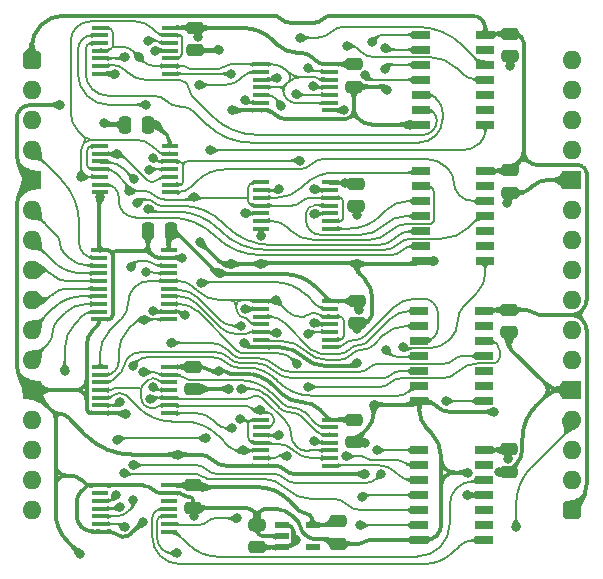
<source format=gtl>
%TF.GenerationSoftware,KiCad,Pcbnew,9.0.4*%
%TF.CreationDate,2025-09-20T13:47:25+02:00*%
%TF.ProjectId,Main Memory Abort,4d61696e-204d-4656-9d6f-72792041626f,V0*%
%TF.SameCoordinates,Original*%
%TF.FileFunction,Copper,L1,Top*%
%TF.FilePolarity,Positive*%
%FSLAX46Y46*%
G04 Gerber Fmt 4.6, Leading zero omitted, Abs format (unit mm)*
G04 Created by KiCad (PCBNEW 9.0.4) date 2025-09-20 13:47:25*
%MOMM*%
%LPD*%
G01*
G04 APERTURE LIST*
G04 Aperture macros list*
%AMRoundRect*
0 Rectangle with rounded corners*
0 $1 Rounding radius*
0 $2 $3 $4 $5 $6 $7 $8 $9 X,Y pos of 4 corners*
0 Add a 4 corners polygon primitive as box body*
4,1,4,$2,$3,$4,$5,$6,$7,$8,$9,$2,$3,0*
0 Add four circle primitives for the rounded corners*
1,1,$1+$1,$2,$3*
1,1,$1+$1,$4,$5*
1,1,$1+$1,$6,$7*
1,1,$1+$1,$8,$9*
0 Add four rect primitives between the rounded corners*
20,1,$1+$1,$2,$3,$4,$5,0*
20,1,$1+$1,$4,$5,$6,$7,0*
20,1,$1+$1,$6,$7,$8,$9,0*
20,1,$1+$1,$8,$9,$2,$3,0*%
G04 Aperture macros list end*
%TA.AperFunction,SMDPad,CuDef*%
%ADD10R,1.550000X0.650000*%
%TD*%
%TA.AperFunction,SMDPad,CuDef*%
%ADD11RoundRect,0.250000X-0.475000X0.250000X-0.475000X-0.250000X0.475000X-0.250000X0.475000X0.250000X0*%
%TD*%
%TA.AperFunction,SMDPad,CuDef*%
%ADD12R,1.475000X0.450000*%
%TD*%
%TA.AperFunction,SMDPad,CuDef*%
%ADD13RoundRect,0.250000X0.250000X0.475000X-0.250000X0.475000X-0.250000X-0.475000X0.250000X-0.475000X0*%
%TD*%
%TA.AperFunction,SMDPad,CuDef*%
%ADD14RoundRect,0.250000X0.475000X-0.250000X0.475000X0.250000X-0.475000X0.250000X-0.475000X-0.250000X0*%
%TD*%
%TA.AperFunction,ComponentPad*%
%ADD15RoundRect,0.400000X0.400000X0.400000X-0.400000X0.400000X-0.400000X-0.400000X0.400000X-0.400000X0*%
%TD*%
%TA.AperFunction,ComponentPad*%
%ADD16O,1.600000X1.600000*%
%TD*%
%TA.AperFunction,ComponentPad*%
%ADD17R,1.600000X1.600000*%
%TD*%
%TA.AperFunction,ComponentPad*%
%ADD18RoundRect,0.400000X-0.400000X-0.400000X0.400000X-0.400000X0.400000X0.400000X-0.400000X0.400000X0*%
%TD*%
%TA.AperFunction,SMDPad,CuDef*%
%ADD19R,1.150000X0.600000*%
%TD*%
%TA.AperFunction,ViaPad*%
%ADD20C,0.800000*%
%TD*%
%TA.AperFunction,Conductor*%
%ADD21C,0.380000*%
%TD*%
%TA.AperFunction,Conductor*%
%ADD22C,0.200000*%
%TD*%
G04 APERTURE END LIST*
D10*
%TO.P,IC13,1,A*%
%TO.N,/~{0+1}*%
X32962000Y2159000D03*
%TO.P,IC13,2,B*%
%TO.N,/~{0+2}*%
X32962000Y889000D03*
%TO.P,IC13,3,C*%
%TO.N,/~{0+3}*%
X32962000Y-381000D03*
%TO.P,IC13,4,D*%
%TO.N,/~{0+4}*%
X32962000Y-1651000D03*
%TO.P,IC13,5,E*%
%TO.N,/~{0+5}*%
X32962000Y-2921000D03*
%TO.P,IC13,6,F*%
%TO.N,/~{0+6}*%
X32962000Y-4191000D03*
%TO.P,IC13,7,GND*%
%TO.N,GND*%
X32962000Y-5461000D03*
%TO.P,IC13,8,Y*%
%TO.N,Net-(IC13-Y)*%
X38412000Y-5461000D03*
%TO.P,IC13,9,N.C.*%
%TO.N,unconnected-(IC13-N.C.-Pad9)*%
X38412000Y-4191000D03*
%TO.P,IC13,10,N.C.*%
%TO.N,unconnected-(IC13-N.C.-Pad10)*%
X38412000Y-2921000D03*
%TO.P,IC13,11,G*%
%TO.N,/~{6+7}*%
X38412000Y-1651000D03*
%TO.P,IC13,12,H*%
%TO.N,/~{0+7}*%
X38412000Y-381000D03*
%TO.P,IC13,13,N.C.*%
%TO.N,unconnected-(IC13-N.C.-Pad13)*%
X38412000Y889000D03*
%TO.P,IC13,14,5V*%
%TO.N,5V*%
X38412000Y2159000D03*
%TD*%
D11*
%TO.P,C1,1*%
%TO.N,5V*%
X40386000Y-32975000D03*
%TO.P,C1,2*%
%TO.N,GND*%
X40386000Y-34875000D03*
%TD*%
%TO.P,C15,1*%
%TO.N,/3.3V*%
X13682000Y-36023000D03*
%TO.P,C15,2*%
%TO.N,GND*%
X13682000Y-37923000D03*
%TD*%
D12*
%TO.P,IC2,1,1A*%
%TO.N,/~{Main}B0*%
X19397000Y-351000D03*
%TO.P,IC2,2,1B*%
%TO.N,/~{Main}B1*%
X19397000Y-1001000D03*
%TO.P,IC2,3,1Y*%
%TO.N,/~{0+1}*%
X19397000Y-1651000D03*
%TO.P,IC2,4,2A*%
%TO.N,/~{Main}B0*%
X19397000Y-2301000D03*
%TO.P,IC2,5,2B*%
%TO.N,/~{Main}B2*%
X19397000Y-2951000D03*
%TO.P,IC2,6,2Y*%
%TO.N,/~{0+2}*%
X19397000Y-3601000D03*
%TO.P,IC2,7,GND*%
%TO.N,GND*%
X19397000Y-4251000D03*
%TO.P,IC2,8,3Y*%
%TO.N,/~{0+3}*%
X25273000Y-4251000D03*
%TO.P,IC2,9,3A*%
%TO.N,/~{Main}B0*%
X25273000Y-3601000D03*
%TO.P,IC2,10,3B*%
%TO.N,/~{Main}B3*%
X25273000Y-2951000D03*
%TO.P,IC2,11,4Y*%
%TO.N,/~{0+4}*%
X25273000Y-2301000D03*
%TO.P,IC2,12,4A*%
%TO.N,/~{Main}B0*%
X25273000Y-1651000D03*
%TO.P,IC2,13,4B*%
%TO.N,/~{Main}B4*%
X25273000Y-1001000D03*
%TO.P,IC2,14,3V*%
%TO.N,/3.3V*%
X25273000Y-351000D03*
%TD*%
%TO.P,IC3,1,~{OE1}*%
%TO.N,GND*%
X5715000Y-16099000D03*
%TO.P,IC3,2,A0*%
%TO.N,~{Main}0*%
X5715000Y-16749000D03*
%TO.P,IC3,3,A1*%
%TO.N,~{Main}1*%
X5715000Y-17399000D03*
%TO.P,IC3,4,A2*%
%TO.N,~{Main}2*%
X5715000Y-18049000D03*
%TO.P,IC3,5,A3*%
%TO.N,~{Main}3*%
X5715000Y-18699000D03*
%TO.P,IC3,6,A4*%
%TO.N,~{Main}4*%
X5715000Y-19349000D03*
%TO.P,IC3,7,A5*%
%TO.N,~{Main}5*%
X5715000Y-19999000D03*
%TO.P,IC3,8,A6*%
%TO.N,~{Main}6*%
X5715000Y-20649000D03*
%TO.P,IC3,9,A7*%
%TO.N,~{Main}7*%
X5715000Y-21299000D03*
%TO.P,IC3,10,GND*%
%TO.N,GND*%
X5715000Y-21949000D03*
%TO.P,IC3,11,Y7*%
%TO.N,/~{Main}B7*%
X11591000Y-21949000D03*
%TO.P,IC3,12,Y6*%
%TO.N,/~{Main}B6*%
X11591000Y-21299000D03*
%TO.P,IC3,13,Y5*%
%TO.N,/~{Main}B5*%
X11591000Y-20649000D03*
%TO.P,IC3,14,Y4*%
%TO.N,/~{Main}B4*%
X11591000Y-19999000D03*
%TO.P,IC3,15,Y3*%
%TO.N,/~{Main}B3*%
X11591000Y-19349000D03*
%TO.P,IC3,16,Y2*%
%TO.N,/~{Main}B2*%
X11591000Y-18699000D03*
%TO.P,IC3,17,Y1*%
%TO.N,/~{Main}B1*%
X11591000Y-18049000D03*
%TO.P,IC3,18,Y0*%
%TO.N,/~{Main}B0*%
X11591000Y-17399000D03*
%TO.P,IC3,19,~{OE2}*%
%TO.N,GND*%
X11591000Y-16749000D03*
%TO.P,IC3,20,3V*%
%TO.N,/3.3V*%
X11591000Y-16099000D03*
%TD*%
%TO.P,IC8,1,1A*%
%TO.N,/~{Main}B1*%
X19414000Y-10369000D03*
%TO.P,IC8,2,1B*%
%TO.N,/~{Main}B2*%
X19414000Y-11019000D03*
%TO.P,IC8,3,1Y*%
%TO.N,/~{1+2}*%
X19414000Y-11669000D03*
%TO.P,IC8,4,2A*%
%TO.N,/~{Main}B1*%
X19414000Y-12319000D03*
%TO.P,IC8,5,2B*%
%TO.N,/~{Main}B3*%
X19414000Y-12969000D03*
%TO.P,IC8,6,2Y*%
%TO.N,/~{1+3}*%
X19414000Y-13619000D03*
%TO.P,IC8,7,GND*%
%TO.N,GND*%
X19414000Y-14269000D03*
%TO.P,IC8,8,3Y*%
%TO.N,/~{1+4}*%
X25290000Y-14269000D03*
%TO.P,IC8,9,3A*%
%TO.N,/~{Main}B1*%
X25290000Y-13619000D03*
%TO.P,IC8,10,3B*%
%TO.N,/~{Main}B4*%
X25290000Y-12969000D03*
%TO.P,IC8,11,4Y*%
%TO.N,/~{1+5}*%
X25290000Y-12319000D03*
%TO.P,IC8,12,4A*%
%TO.N,/~{Main}B1*%
X25290000Y-11669000D03*
%TO.P,IC8,13,4B*%
%TO.N,/~{Main}B5*%
X25290000Y-11019000D03*
%TO.P,IC8,14,3V*%
%TO.N,/3.3V*%
X25290000Y-10369000D03*
%TD*%
D11*
%TO.P,C14,1*%
%TO.N,/3.3V*%
X27288000Y-30450000D03*
%TO.P,C14,2*%
%TO.N,GND*%
X27288000Y-32350000D03*
%TD*%
D12*
%TO.P,IC10,1,1A*%
%TO.N,/~{Main}B2*%
X19397000Y-20417000D03*
%TO.P,IC10,2,1B*%
%TO.N,/~{Main}B3*%
X19397000Y-21067000D03*
%TO.P,IC10,3,1Y*%
%TO.N,/~{2+3}*%
X19397000Y-21717000D03*
%TO.P,IC10,4,2A*%
%TO.N,/~{Main}B2*%
X19397000Y-22367000D03*
%TO.P,IC10,5,2B*%
%TO.N,/~{Main}B4*%
X19397000Y-23017000D03*
%TO.P,IC10,6,2Y*%
%TO.N,/~{2+4}*%
X19397000Y-23667000D03*
%TO.P,IC10,7,GND*%
%TO.N,GND*%
X19397000Y-24317000D03*
%TO.P,IC10,8,3Y*%
%TO.N,/~{2+5}*%
X25273000Y-24317000D03*
%TO.P,IC10,9,3A*%
%TO.N,/~{Main}B2*%
X25273000Y-23667000D03*
%TO.P,IC10,10,3B*%
%TO.N,/~{Main}B5*%
X25273000Y-23017000D03*
%TO.P,IC10,11,4Y*%
%TO.N,/~{2+6}*%
X25273000Y-22367000D03*
%TO.P,IC10,12,4A*%
%TO.N,/~{Main}B2*%
X25273000Y-21717000D03*
%TO.P,IC10,13,4B*%
%TO.N,/~{Main}B6*%
X25273000Y-21067000D03*
%TO.P,IC10,14,3V*%
%TO.N,/3.3V*%
X25273000Y-20417000D03*
%TD*%
D13*
%TO.P,C12,1*%
%TO.N,/3.3V*%
X9824000Y-5461000D03*
%TO.P,C12,2*%
%TO.N,GND*%
X7924000Y-5461000D03*
%TD*%
D10*
%TO.P,IC15,1,A*%
%TO.N,/~{2+3}*%
X32835000Y-21251300D03*
%TO.P,IC15,2,B*%
%TO.N,/~{2+4}*%
X32835000Y-22521300D03*
%TO.P,IC15,3,C*%
%TO.N,/~{2+5}*%
X32835000Y-23791300D03*
%TO.P,IC15,4,D*%
%TO.N,/~{2+6}*%
X32835000Y-25061300D03*
%TO.P,IC15,5,E*%
%TO.N,/~{2+7}*%
X32835000Y-26331300D03*
%TO.P,IC15,6,F*%
%TO.N,/~{4+5}*%
X32835000Y-27601300D03*
%TO.P,IC15,7,GND*%
%TO.N,GND*%
X32835000Y-28871300D03*
%TO.P,IC15,8,Y*%
%TO.N,Net-(IC15-Y)*%
X38285000Y-28871300D03*
%TO.P,IC15,9,N.C.*%
%TO.N,unconnected-(IC15-N.C.-Pad9)*%
X38285000Y-27601300D03*
%TO.P,IC15,10,N.C.*%
%TO.N,unconnected-(IC15-N.C.-Pad10)*%
X38285000Y-26331300D03*
%TO.P,IC15,11,G*%
%TO.N,/~{4+7}*%
X38285000Y-25061300D03*
%TO.P,IC15,12,H*%
%TO.N,/~{4+6}*%
X38285000Y-23791300D03*
%TO.P,IC15,13,N.C.*%
%TO.N,unconnected-(IC15-N.C.-Pad13)*%
X38285000Y-22521300D03*
%TO.P,IC15,14,5V*%
%TO.N,5V*%
X38285000Y-21251300D03*
%TD*%
D13*
%TO.P,C8,1*%
%TO.N,/3.3V*%
X11763000Y-14456000D03*
%TO.P,C8,2*%
%TO.N,GND*%
X9863000Y-14456000D03*
%TD*%
D11*
%TO.P,C3,1*%
%TO.N,/3.3V*%
X27288000Y-351000D03*
%TO.P,C3,2*%
%TO.N,GND*%
X27288000Y-2251000D03*
%TD*%
D12*
%TO.P,IC9,1,1A*%
%TO.N,/~{Main}B1*%
X5808000Y-7291000D03*
%TO.P,IC9,2,1B*%
%TO.N,/~{Main}B6*%
X5808000Y-7941000D03*
%TO.P,IC9,3,1Y*%
%TO.N,/~{1+6}*%
X5808000Y-8591000D03*
%TO.P,IC9,4,2A*%
%TO.N,/~{Main}B1*%
X5808000Y-9241000D03*
%TO.P,IC9,5,2B*%
%TO.N,/~{Main}B7*%
X5808000Y-9891000D03*
%TO.P,IC9,6,2Y*%
%TO.N,/~{1+7}*%
X5808000Y-10541000D03*
%TO.P,IC9,7,GND*%
%TO.N,GND*%
X5808000Y-11191000D03*
%TO.P,IC9,8,3Y*%
%TO.N,/~{5+6}*%
X11684000Y-11191000D03*
%TO.P,IC9,9,3A*%
%TO.N,/~{Main}B5*%
X11684000Y-10541000D03*
%TO.P,IC9,10,3B*%
%TO.N,/~{Main}B6*%
X11684000Y-9891000D03*
%TO.P,IC9,11,4Y*%
%TO.N,/~{5+7}*%
X11684000Y-9241000D03*
%TO.P,IC9,12,4A*%
%TO.N,/~{Main}B5*%
X11684000Y-8591000D03*
%TO.P,IC9,13,4B*%
%TO.N,/~{Main}B7*%
X11684000Y-7941000D03*
%TO.P,IC9,14,3V*%
%TO.N,/3.3V*%
X11684000Y-7291000D03*
%TD*%
D10*
%TO.P,IC14,1,A*%
%TO.N,/~{1+2}*%
X32962000Y-9398000D03*
%TO.P,IC14,2,B*%
%TO.N,/~{1+3}*%
X32962000Y-10668000D03*
%TO.P,IC14,3,C*%
%TO.N,/~{1+4}*%
X32962000Y-11938000D03*
%TO.P,IC14,4,D*%
%TO.N,/~{1+5}*%
X32962000Y-13208000D03*
%TO.P,IC14,5,E*%
%TO.N,/~{1+6}*%
X32962000Y-14478000D03*
%TO.P,IC14,6,F*%
%TO.N,/~{1+7}*%
X32962000Y-15748000D03*
%TO.P,IC14,7,GND*%
%TO.N,GND*%
X32962000Y-17018000D03*
%TO.P,IC14,8,Y*%
%TO.N,Net-(IC14-Y)*%
X38412000Y-17018000D03*
%TO.P,IC14,9,N.C.*%
%TO.N,unconnected-(IC14-N.C.-Pad9)*%
X38412000Y-15748000D03*
%TO.P,IC14,10,N.C.*%
%TO.N,unconnected-(IC14-N.C.-Pad10)*%
X38412000Y-14478000D03*
%TO.P,IC14,11,G*%
%TO.N,/~{5+7}*%
X38412000Y-13208000D03*
%TO.P,IC14,12,H*%
%TO.N,/~{5+6}*%
X38412000Y-11938000D03*
%TO.P,IC14,13,N.C.*%
%TO.N,unconnected-(IC14-N.C.-Pad13)*%
X38412000Y-10668000D03*
%TO.P,IC14,14,5V*%
%TO.N,5V*%
X38412000Y-9398000D03*
%TD*%
D14*
%TO.P,C10,1*%
%TO.N,5V*%
X19080000Y-41254000D03*
%TO.P,C10,2*%
%TO.N,GND*%
X19080000Y-39354000D03*
%TD*%
D10*
%TO.P,IC16,1,A*%
%TO.N,/~{3+4}*%
X32835000Y-33020000D03*
%TO.P,IC16,2,B*%
%TO.N,/~{3+5}*%
X32835000Y-34290000D03*
%TO.P,IC16,3,C*%
%TO.N,/~{3+6}*%
X32835000Y-35560000D03*
%TO.P,IC16,4,D*%
%TO.N,/~{3+7}*%
X32835000Y-36830000D03*
%TO.P,IC16,5,E*%
%TO.N,/(~{0+1})\u2022(~{0+2})\u2022(~{0+3})\u2022(~{0+4})\u2022(~{0+5})\u2022(~{0+6})\u2022(~{0+7})\u2022(~{6+7})*%
X32835000Y-38100000D03*
%TO.P,IC16,6,F*%
%TO.N,/(~{1+2})\u2022(~{1+3})\u2022(~{1+4})\u2022(~{1+5})\u2022(~{1+6})\u2022(~{1+7})\u2022(~{5+6})\u2022(~{5+7})*%
X32835000Y-39370000D03*
%TO.P,IC16,7,GND*%
%TO.N,GND*%
X32835000Y-40640000D03*
%TO.P,IC16,8,Y*%
%TO.N,Net-(IC16-Y)*%
X38285000Y-40640000D03*
%TO.P,IC16,9,N.C.*%
%TO.N,unconnected-(IC16-N.C.-Pad9)*%
X38285000Y-39370000D03*
%TO.P,IC16,10,N.C.*%
%TO.N,unconnected-(IC16-N.C.-Pad10)*%
X38285000Y-38100000D03*
%TO.P,IC16,11,G*%
%TO.N,/3.3V*%
X38285000Y-36830000D03*
%TO.P,IC16,12,H*%
%TO.N,/(~{2+3})\u2022(~{2+4})\u2022(~{2+5})\u2022(~{2+6})\u2022(~{2+7})\u2022(~{4+5})\u2022(~{4+6})\u2022(~{4+7})*%
X38285000Y-35560000D03*
%TO.P,IC16,13,N.C.*%
%TO.N,unconnected-(IC16-N.C.-Pad13)*%
X38285000Y-34290000D03*
%TO.P,IC16,14,5V*%
%TO.N,5V*%
X38285000Y-33020000D03*
%TD*%
D15*
%TO.P,J3,1,Pin_1*%
%TO.N,5V*%
X45720000Y-38100000D03*
D16*
%TO.P,J3,2,Pin_2*%
%TO.N,unconnected-(J3-Pin_2-Pad2)*%
X45720000Y-35560000D03*
%TO.P,J3,3,Pin_3*%
%TO.N,unconnected-(J3-Pin_3-Pad3)*%
X45720000Y-33020000D03*
%TO.P,J3,4,Pin_4*%
%TO.N,~{Set Contention}*%
X45720000Y-30480000D03*
D17*
%TO.P,J3,5,Pin_5*%
%TO.N,GND*%
X45720000Y-27940000D03*
D16*
%TO.P,J3,6,Pin_6*%
%TO.N,unconnected-(J3-Pin_6-Pad6)*%
X45720000Y-25400000D03*
%TO.P,J3,7,Pin_7*%
%TO.N,unconnected-(J3-Pin_7-Pad7)*%
X45720000Y-22860000D03*
%TO.P,J3,8,Pin_8*%
%TO.N,unconnected-(J3-Pin_8-Pad8)*%
X45720000Y-20320000D03*
%TO.P,J3,9,Pin_9*%
%TO.N,unconnected-(J3-Pin_9-Pad9)*%
X45720000Y-17780000D03*
%TO.P,J3,10,Pin_10*%
%TO.N,unconnected-(J3-Pin_10-Pad10)*%
X45720000Y-15240000D03*
%TO.P,J3,11,Pin_11*%
%TO.N,unconnected-(J3-Pin_11-Pad11)*%
X45720000Y-12700000D03*
D17*
%TO.P,J3,12,Pin_12*%
%TO.N,GND*%
X45720000Y-10160000D03*
D16*
%TO.P,J3,13,Pin_13*%
%TO.N,unconnected-(J3-Pin_13-Pad13)*%
X45720000Y-7620000D03*
%TO.P,J3,14,Pin_14*%
%TO.N,unconnected-(J3-Pin_14-Pad14)*%
X45720000Y-5080000D03*
%TO.P,J3,15,Pin_15*%
%TO.N,unconnected-(J3-Pin_15-Pad15)*%
X45720000Y-2540000D03*
%TO.P,J3,16,Pin_16*%
%TO.N,unconnected-(J3-Pin_16-Pad16)*%
X45720000Y0D03*
%TD*%
D11*
%TO.P,C11,1*%
%TO.N,/3.3V*%
X25908000Y-39071000D03*
%TO.P,C11,2*%
%TO.N,GND*%
X25908000Y-40971000D03*
%TD*%
%TO.P,C9,1*%
%TO.N,/3.3V*%
X27559000Y-20402000D03*
%TO.P,C9,2*%
%TO.N,GND*%
X27559000Y-22302000D03*
%TD*%
%TO.P,C6,1*%
%TO.N,5V*%
X40386000Y-21164000D03*
%TO.P,C6,2*%
%TO.N,GND*%
X40386000Y-23064000D03*
%TD*%
D18*
%TO.P,J1,1,Pin_1*%
%TO.N,5V*%
X0Y0D03*
D16*
%TO.P,J1,2,Pin_2*%
%TO.N,unconnected-(J1-Pin_2-Pad2)*%
X0Y-2540000D03*
%TO.P,J1,3,Pin_3*%
%TO.N,unconnected-(J1-Pin_3-Pad3)*%
X0Y-5080000D03*
%TO.P,J1,4,Pin_4*%
%TO.N,~{Main}0*%
X0Y-7620000D03*
D17*
%TO.P,J1,5,Pin_5*%
%TO.N,GND*%
X0Y-10160000D03*
D16*
%TO.P,J1,6,Pin_6*%
%TO.N,~{Main}1*%
X0Y-12700000D03*
%TO.P,J1,7,Pin_7*%
%TO.N,~{Main}2*%
X0Y-15240000D03*
%TO.P,J1,8,Pin_8*%
%TO.N,~{Main}3*%
X0Y-17780000D03*
%TO.P,J1,9,Pin_9*%
%TO.N,~{Main}4*%
X0Y-20320000D03*
%TO.P,J1,10,Pin_10*%
%TO.N,~{Main}5*%
X0Y-22860000D03*
%TO.P,J1,11,Pin_11*%
%TO.N,~{Main}6*%
X0Y-25400000D03*
D17*
%TO.P,J1,12,Pin_12*%
%TO.N,GND*%
X0Y-27940000D03*
D16*
%TO.P,J1,13,Pin_13*%
%TO.N,~{Main}7*%
X0Y-30480000D03*
%TO.P,J1,14,Pin_14*%
%TO.N,unconnected-(J1-Pin_14-Pad14)*%
X0Y-33020000D03*
%TO.P,J1,15,Pin_15*%
%TO.N,unconnected-(J1-Pin_15-Pad15)*%
X0Y-35560000D03*
%TO.P,J1,16,Pin_16*%
%TO.N,unconnected-(J1-Pin_16-Pad16)*%
X0Y-38100000D03*
%TD*%
D11*
%TO.P,C4,1*%
%TO.N,5V*%
X40513000Y2204000D03*
%TO.P,C4,2*%
%TO.N,GND*%
X40513000Y304000D03*
%TD*%
%TO.P,C2,1*%
%TO.N,/3.3V*%
X27432000Y-10496000D03*
%TO.P,C2,2*%
%TO.N,GND*%
X27432000Y-12396000D03*
%TD*%
D12*
%TO.P,IC17,1,1A*%
%TO.N,GND*%
X5791000Y-36023000D03*
%TO.P,IC17,2,1Y*%
%TO.N,unconnected-(IC17A-1Y-Pad2)*%
X5791000Y-36673000D03*
%TO.P,IC17,3,2A*%
%TO.N,Net-(IC13-Y)*%
X5791000Y-37323000D03*
%TO.P,IC17,4,2Y*%
%TO.N,/(~{0+1})\u2022(~{0+2})\u2022(~{0+3})\u2022(~{0+4})\u2022(~{0+5})\u2022(~{0+6})\u2022(~{0+7})\u2022(~{6+7})*%
X5791000Y-37973000D03*
%TO.P,IC17,5,3A*%
%TO.N,Net-(IC14-Y)*%
X5791000Y-38623000D03*
%TO.P,IC17,6,3Y*%
%TO.N,/(~{1+2})\u2022(~{1+3})\u2022(~{1+4})\u2022(~{1+5})\u2022(~{1+6})\u2022(~{1+7})\u2022(~{5+6})\u2022(~{5+7})*%
X5791000Y-39273000D03*
%TO.P,IC17,7,GND*%
%TO.N,GND*%
X5791000Y-39923000D03*
%TO.P,IC17,8,4Y*%
%TO.N,/(~{2+3})\u2022(~{2+4})\u2022(~{2+5})\u2022(~{2+6})\u2022(~{2+7})\u2022(~{4+5})\u2022(~{4+6})\u2022(~{4+7})*%
X11667000Y-39923000D03*
%TO.P,IC17,9,4A*%
%TO.N,Net-(IC15-Y)*%
X11667000Y-39273000D03*
%TO.P,IC17,10,5Y*%
%TO.N,~{Set Contention}*%
X11667000Y-38623000D03*
%TO.P,IC17,11,5A*%
%TO.N,Net-(IC16-Y)*%
X11667000Y-37973000D03*
%TO.P,IC17,12,6Y*%
%TO.N,unconnected-(IC17F-6Y-Pad12)*%
X11667000Y-37323000D03*
%TO.P,IC17,13,6A*%
%TO.N,GND*%
X11667000Y-36673000D03*
%TO.P,IC17,14,3V*%
%TO.N,/3.3V*%
X11667000Y-36023000D03*
%TD*%
D19*
%TO.P,IC1,1,6VIn*%
%TO.N,5V*%
X21209000Y-39370000D03*
%TO.P,IC1,2,GND*%
%TO.N,GND*%
X21209000Y-40320000D03*
%TO.P,IC1,3,EN*%
%TO.N,5V*%
X21209000Y-41270000D03*
%TO.P,IC1,4,ADJ*%
%TO.N,unconnected-(IC1-ADJ-Pad4)*%
X23809000Y-41270000D03*
%TO.P,IC1,5,3.3VOut*%
%TO.N,/3.3V*%
X23809000Y-39370000D03*
%TD*%
D11*
%TO.P,C13,1*%
%TO.N,/3.3V*%
X13682000Y-25990000D03*
%TO.P,C13,2*%
%TO.N,GND*%
X13682000Y-27890000D03*
%TD*%
D12*
%TO.P,IC11,1,1A*%
%TO.N,/~{Main}B2*%
X5791000Y-25990000D03*
%TO.P,IC11,2,1B*%
%TO.N,/~{Main}B7*%
X5791000Y-26640000D03*
%TO.P,IC11,3,1Y*%
%TO.N,/~{2+7}*%
X5791000Y-27290000D03*
%TO.P,IC11,4,2A*%
%TO.N,/~{Main}B4*%
X5791000Y-27940000D03*
%TO.P,IC11,5,2B*%
%TO.N,/~{Main}B5*%
X5791000Y-28590000D03*
%TO.P,IC11,6,2Y*%
%TO.N,/~{4+5}*%
X5791000Y-29240000D03*
%TO.P,IC11,7,GND*%
%TO.N,GND*%
X5791000Y-29890000D03*
%TO.P,IC11,8,3Y*%
%TO.N,/~{4+6}*%
X11667000Y-29890000D03*
%TO.P,IC11,9,3A*%
%TO.N,/~{Main}B4*%
X11667000Y-29240000D03*
%TO.P,IC11,10,3B*%
%TO.N,/~{Main}B6*%
X11667000Y-28590000D03*
%TO.P,IC11,11,4Y*%
%TO.N,/~{4+7}*%
X11667000Y-27940000D03*
%TO.P,IC11,12,4A*%
%TO.N,/~{Main}B4*%
X11667000Y-27290000D03*
%TO.P,IC11,13,4B*%
%TO.N,/~{Main}B7*%
X11667000Y-26640000D03*
%TO.P,IC11,14,3V*%
%TO.N,/3.3V*%
X11667000Y-25990000D03*
%TD*%
D11*
%TO.P,C7,1*%
%TO.N,5V*%
X40513000Y-9353000D03*
%TO.P,C7,2*%
%TO.N,GND*%
X40513000Y-11253000D03*
%TD*%
D12*
%TO.P,IC12,1,1A*%
%TO.N,/~{Main}B3*%
X19397000Y-30450000D03*
%TO.P,IC12,2,1B*%
%TO.N,/~{Main}B4*%
X19397000Y-31100000D03*
%TO.P,IC12,3,1Y*%
%TO.N,/~{3+4}*%
X19397000Y-31750000D03*
%TO.P,IC12,4,2A*%
%TO.N,/~{Main}B3*%
X19397000Y-32400000D03*
%TO.P,IC12,5,2B*%
%TO.N,/~{Main}B5*%
X19397000Y-33050000D03*
%TO.P,IC12,6,2Y*%
%TO.N,/~{3+5}*%
X19397000Y-33700000D03*
%TO.P,IC12,7,GND*%
%TO.N,GND*%
X19397000Y-34350000D03*
%TO.P,IC12,8,3Y*%
%TO.N,/~{3+6}*%
X25273000Y-34350000D03*
%TO.P,IC12,9,3A*%
%TO.N,/~{Main}B3*%
X25273000Y-33700000D03*
%TO.P,IC12,10,3B*%
%TO.N,/~{Main}B6*%
X25273000Y-33050000D03*
%TO.P,IC12,11,4Y*%
%TO.N,/~{3+7}*%
X25273000Y-32400000D03*
%TO.P,IC12,12,4A*%
%TO.N,/~{Main}B3*%
X25273000Y-31750000D03*
%TO.P,IC12,13,4B*%
%TO.N,/~{Main}B7*%
X25273000Y-31100000D03*
%TO.P,IC12,14,3V*%
%TO.N,/3.3V*%
X25273000Y-30450000D03*
%TD*%
%TO.P,IC7,1,1A*%
%TO.N,/~{Main}B0*%
X5808000Y2742000D03*
%TO.P,IC7,2,1B*%
%TO.N,/~{Main}B5*%
X5808000Y2092000D03*
%TO.P,IC7,3,1Y*%
%TO.N,/~{0+5}*%
X5808000Y1442000D03*
%TO.P,IC7,4,2A*%
%TO.N,/~{Main}B0*%
X5808000Y792000D03*
%TO.P,IC7,5,2B*%
%TO.N,/~{Main}B6*%
X5808000Y142000D03*
%TO.P,IC7,6,2Y*%
%TO.N,/~{0+6}*%
X5808000Y-508000D03*
%TO.P,IC7,7,GND*%
%TO.N,GND*%
X5808000Y-1158000D03*
%TO.P,IC7,8,3Y*%
%TO.N,/~{0+7}*%
X11684000Y-1158000D03*
%TO.P,IC7,9,3A*%
%TO.N,/~{Main}B0*%
X11684000Y-508000D03*
%TO.P,IC7,10,3B*%
%TO.N,/~{Main}B7*%
X11684000Y142000D03*
%TO.P,IC7,11,4Y*%
%TO.N,/~{6+7}*%
X11684000Y792000D03*
%TO.P,IC7,12,4A*%
%TO.N,/~{Main}B6*%
X11684000Y1442000D03*
%TO.P,IC7,13,4B*%
%TO.N,/~{Main}B7*%
X11684000Y2092000D03*
%TO.P,IC7,14,3V*%
%TO.N,/3.3V*%
X11684000Y2742000D03*
%TD*%
D11*
%TO.P,C5,1*%
%TO.N,/3.3V*%
X13843000Y2712000D03*
%TO.P,C5,2*%
%TO.N,GND*%
X13843000Y812000D03*
%TD*%
D20*
%TO.N,~{Set Contention}*%
X12271320Y-41734000D03*
X41021000Y-39497010D03*
%TO.N,/3.3V*%
X14447794Y-36167030D03*
X27686000Y-21202000D03*
X36830006Y-36830000D03*
X14092043Y1942000D03*
X26543000Y-10384000D03*
X10540988Y-5461000D03*
X15875000Y-26340000D03*
X15875000Y-18034000D03*
%TO.N,/~{Main}B3*%
X18056500Y-12970600D03*
X17745600Y-22487200D03*
X22369948Y-2903052D03*
X17653000Y-30352996D03*
X17714516Y-27822300D03*
X18056500Y-21071900D03*
%TO.N,GND*%
X39576690Y-34920014D03*
X40513000Y-508000D03*
X27559000Y-17260000D03*
X5808000Y-11557000D03*
X16867700Y-17272000D03*
X16963193Y-4251003D03*
X12752029Y-16749000D03*
X28194000Y-32385000D03*
X19431000Y-14859000D03*
X7072595Y-1203156D03*
X14242695Y-15418730D03*
X2413000Y-3810000D03*
X14351000Y-27853500D03*
X6096000Y-5334000D03*
X8000996Y-29971992D03*
X27559000Y-13081000D03*
X16715000Y-27853500D03*
X9398000Y-39116000D03*
X28194006Y-35052006D03*
X34036000Y-17018000D03*
X36957000Y-34925000D03*
X27507828Y-22808824D03*
X12359508Y-33401000D03*
X13716000Y-38608000D03*
X27507828Y-25654000D03*
X39144284Y-29790353D03*
X40259000Y-12065002D03*
X32004006Y-5461000D03*
X40386000Y-23622000D03*
X15891676Y889000D03*
X30099000Y-2540000D03*
X28956000Y-29174000D03*
X4063994Y-41783000D03*
X19431000Y-17272000D03*
X18001100Y-23928300D03*
%TO.N,5V*%
X22383545Y-40643400D03*
X40345113Y-33775000D03*
%TO.N,/~{Main}B0*%
X9102258Y242000D03*
X8382000Y-17526000D03*
%TO.N,~{Main}7*%
X2794000Y-26289000D03*
%TO.N,/~{Main}B1*%
X13716000Y-11588000D03*
X9651998Y-17907000D03*
X8232636Y-11071364D03*
X14208822Y-2099160D03*
%TO.N,/~{Main}B2*%
X20987600Y-10945200D03*
X21123905Y-3886409D03*
X20701000Y-20320000D03*
%TO.N,/~{Main}B4*%
X19304000Y-29624998D03*
X23368000Y-701000D03*
X23948300Y-13004700D03*
X20770800Y-23087800D03*
%TO.N,/~{Main}B7*%
X9525000Y-21970998D03*
X4191000Y-9906000D03*
X9469526Y-26411435D03*
%TO.N,/~{Main}B6*%
X10030400Y-28714000D03*
X14379145Y-18894855D03*
X12954000Y-21590000D03*
X7874000Y254000D03*
X10287000Y-21209000D03*
X9823087Y1635691D03*
X7251000Y-7940999D03*
%TO.N,Net-(IC13-Y)*%
X7238999Y-32131001D03*
X7153530Y-36863000D03*
X15101000Y-7620000D03*
X14732000Y-32004000D03*
%TO.N,Net-(IC14-Y)*%
X29591000Y-35052000D03*
X31455231Y-24298569D03*
X8603530Y-34290000D03*
X8603530Y-37211000D03*
%TO.N,Net-(IC15-Y)*%
X17400700Y-38803400D03*
X35052000Y-28871300D03*
%TO.N,/~{0+1}*%
X28829000Y1524000D03*
X20736300Y-1491700D03*
%TO.N,/~{0+4}*%
X23826622Y-2201000D03*
X28245336Y-1300999D03*
%TO.N,/~{0+2}*%
X29955240Y995700D03*
X18057800Y-3411000D03*
%TO.N,/~{0+3}*%
X26460842Y-4222477D03*
X29894000Y-731880D03*
%TO.N,/~{Main}B5*%
X17896500Y-33050000D03*
X10242716Y-8299284D03*
X22733000Y-8509000D03*
X23367998Y-23189827D03*
X22428385Y-25704615D03*
X23950200Y-10919000D03*
X9700571Y-3779996D03*
%TO.N,/~{0+7}*%
X22733000Y1905000D03*
X16891497Y-1143503D03*
%TO.N,/~{6+7}*%
X26666300Y1199000D03*
X10462495Y802827D03*
%TO.N,/~{1+6}*%
X8932636Y-12065000D03*
X8656548Y-10110737D03*
%TO.N,/~{5+7}*%
X9906000Y-9271000D03*
X9890504Y-12585000D03*
%TO.N,/~{2+6}*%
X23946739Y-22241968D03*
X29972000Y-24511000D03*
%TO.N,/~{4+6}*%
X16980805Y-31159634D03*
X23367996Y-27674000D03*
%TO.N,/~{4+7}*%
X11823031Y-23935219D03*
X10251206Y-27687477D03*
%TO.N,/~{4+5}*%
X8570739Y-25868583D03*
X7460903Y-28923903D03*
%TO.N,/~{3+7}*%
X27940000Y-36957000D03*
X23910500Y-32270000D03*
%TO.N,/~{3+4}*%
X20955000Y-31783100D03*
X29216080Y-33006536D03*
%TO.N,/~{3+5}*%
X21590000Y-33528000D03*
X26610502Y-33528000D03*
%TO.N,/(~{1+2})\u2022(~{1+3})\u2022(~{1+4})\u2022(~{1+5})\u2022(~{1+6})\u2022(~{1+7})\u2022(~{5+6})\u2022(~{5+7})*%
X7874000Y-39520624D03*
X27813000Y-39370000D03*
%TO.N,/(~{0+1})\u2022(~{0+2})\u2022(~{0+3})\u2022(~{0+4})\u2022(~{0+5})\u2022(~{0+6})\u2022(~{0+7})\u2022(~{6+7})*%
X7811529Y-34979377D03*
X7492232Y-37856875D03*
%TD*%
D21*
%TO.N,5V*%
X2746051Y3767600D02*
G75*
G03*
X804299Y2963301I-1J-2746050D01*
G01*
X22177000Y-40290805D02*
G75*
G03*
X22280274Y-40540125I352600J5D01*
G01*
X46797000Y-9083000D02*
G75*
G03*
X46331056Y-8890018I-465900J-465900D01*
G01*
X42459000Y-21377000D02*
G75*
G03*
X42973227Y-21589989I514200J514200D01*
G01*
X763321Y2922321D02*
G75*
G03*
X-1Y1079500I1842819J-1842821D01*
G01*
X41319450Y-8546550D02*
G75*
G03*
X41662895Y-7717388I-829150J829150D01*
G01*
X42006350Y-8546550D02*
G75*
G03*
X41319450Y-8546550I-343450J-343449D01*
G01*
X41662900Y-7717388D02*
G75*
G03*
X42006347Y-8546553I1172600J-12D01*
G01*
X42459000Y-21377000D02*
G75*
G03*
X41944772Y-21164011I-514200J-514200D01*
G01*
X41446450Y1987550D02*
G75*
G02*
X41662897Y1464993I-522550J-522550D01*
G01*
X42006350Y-8546550D02*
G75*
G03*
X42835511Y-8889995I829150J829150D01*
G01*
X38086700Y3442300D02*
G75*
G02*
X38411982Y2656956I-785300J-785300D01*
G01*
X22010500Y-39536500D02*
G75*
G02*
X22177014Y-39938466I-402000J-402000D01*
G01*
X41446450Y1987550D02*
G75*
G03*
X40923893Y2203997I-522550J-522550D01*
G01*
X45689184Y-21590000D02*
G75*
G03*
X46609005Y-21209005I16J1300800D01*
G01*
X46609000Y-21971000D02*
G75*
G03*
X45689184Y-21590006I-919800J-919800D01*
G01*
X46609000Y-21209000D02*
G75*
G03*
X46609000Y-21971000I381000J-381000D01*
G01*
X46609000Y-21971000D02*
G75*
G02*
X46989994Y-22890815I-919800J-919800D01*
G01*
X46990000Y-35931974D02*
G75*
G02*
X46355008Y-37465008I-2168000J-26D01*
G01*
X46797000Y-9083000D02*
G75*
G02*
X46989953Y-9548943I-466000J-465900D01*
G01*
X25395631Y3767600D02*
G75*
G03*
X24680291Y3471309I-31J-1011600D01*
G01*
X21124300Y3471300D02*
G75*
G03*
X20408968Y3767587I-715300J-715300D01*
G01*
X21124300Y3471300D02*
G75*
G03*
X21839631Y3175013I715300J715300D01*
G01*
X40386000Y-33705201D02*
G75*
G02*
X40365556Y-33754556I-69800J1D01*
G01*
X24680300Y3471300D02*
G75*
G02*
X23964968Y3175013I-715300J715300D01*
G01*
X21950672Y-41076272D02*
G75*
G02*
X21482972Y-41269988I-467672J467672D01*
G01*
X46990000Y-20289184D02*
G75*
G02*
X46609005Y-21209005I-1300800J-16D01*
G01*
X22010500Y-39536500D02*
G75*
G03*
X21608533Y-39369986I-402000J-402000D01*
G01*
X38086700Y3442300D02*
G75*
G03*
X37301356Y3767582I-785300J-785300D01*
G01*
%TO.N,GND*%
X13682000Y-38549958D02*
G75*
G03*
X13698988Y-38591012I58000J-42D01*
G01*
X7147188Y-40141812D02*
G75*
G03*
X7675446Y-40360575I528212J528312D01*
G01*
X-634999Y-9525000D02*
G75*
G02*
X-634999Y-10795000I-634999J-635000D01*
G01*
X21433003Y-34701003D02*
G75*
G03*
X22280399Y-35052005I847397J847403D01*
G01*
X3785650Y-27940000D02*
G75*
G03*
X4654100Y-27071550I0J868450D01*
G01*
X4654100Y-28808450D02*
G75*
G03*
X3785650Y-27940000I-868450J0D01*
G01*
X34671000Y-39339184D02*
G75*
G02*
X34290005Y-40259005I-1300800J-16D01*
G01*
X15333500Y-33875500D02*
G75*
G03*
X14187955Y-33401018I-1145500J-1145500D01*
G01*
X4647105Y-36016105D02*
G75*
G03*
X4663750Y-36022976I16595J16605D01*
G01*
X4666605Y-36029894D02*
G75*
G03*
X4663751Y-36022900I-2905J2894D01*
G01*
X4683250Y-36023000D02*
G75*
G03*
X4666588Y-36029877I-50J-23500D01*
G01*
X19998423Y-37973000D02*
G75*
G03*
X19348993Y-38241993I-23J-918400D01*
G01*
X7196236Y-16154000D02*
G75*
G03*
X6957339Y-16252939I-36J-337800D01*
G01*
X2032000Y-38314169D02*
G75*
G03*
X3047997Y-40767003I3468830J-1D01*
G01*
X18786000Y-38217000D02*
G75*
G03*
X18076221Y-37922991I-709800J-709800D01*
G01*
X20633738Y-4631738D02*
G75*
G03*
X21552922Y-5012474I919162J919138D01*
G01*
X27432000Y-12864197D02*
G75*
G03*
X27495499Y-13017501I216800J-3D01*
G01*
X7147188Y-40141812D02*
G75*
G03*
X6618929Y-39922988I-528288J-528288D01*
G01*
X4760650Y-29783450D02*
G75*
G03*
X5017884Y-29890006I257250J257250D01*
G01*
X4629207Y-31807207D02*
G75*
G03*
X8476963Y-33401004I3847763J3847757D01*
G01*
X6858400Y-16491836D02*
G75*
G03*
X6759461Y-16252939I-337800J36D01*
G01*
X6957350Y-16252950D02*
G75*
G03*
X6858415Y-16491836I238850J-238850D01*
G01*
X6759450Y-16252950D02*
G75*
G03*
X6957350Y-16252950I98950J98951D01*
G01*
X33772974Y-31486974D02*
G75*
G02*
X34670986Y-33655000I-2168074J-2168026D01*
G01*
X898025Y-27940000D02*
G75*
G03*
X635002Y-28574998I-5J-371970D01*
G01*
X-634999Y-27305000D02*
G75*
G03*
X898025Y-27940001I1533029J1533030D01*
G01*
X19222500Y-40177500D02*
G75*
G03*
X19566525Y-40319989I344000J344000D01*
G01*
X6751700Y-21842300D02*
G75*
G02*
X6494103Y-21949001I-257600J257600D01*
G01*
X27071961Y-4796438D02*
G75*
G03*
X27287982Y-4274875I-521561J521538D01*
G01*
X27504038Y-4796438D02*
G75*
G03*
X27071961Y-4796438I-216038J-216039D01*
G01*
X27288000Y-4274875D02*
G75*
G03*
X27504026Y-4796450I737600J-25D01*
G01*
X34288716Y-40260283D02*
G75*
G02*
X33372000Y-40640009I-916716J916683D01*
G01*
X12862482Y-36840506D02*
G75*
G03*
X13266877Y-37008025I404418J404406D01*
G01*
X5184549Y-22881949D02*
G75*
G03*
X4654098Y-24162569I1280621J-1280621D01*
G01*
X5715000Y-15653750D02*
G75*
G03*
X6160250Y-16099000I445250J0D01*
G01*
X41554500Y-32880245D02*
G75*
G02*
X40970237Y-34290737I-1994800J45D01*
G01*
X43443458Y-28534641D02*
G75*
G03*
X43443458Y-27345358I-594658J594641D01*
G01*
X44879050Y-27940000D02*
G75*
G03*
X43443440Y-28534623I-50J-2030200D01*
G01*
X43443458Y-27345358D02*
G75*
G03*
X44879050Y-27940045I1435642J1435558D01*
G01*
X13597506Y-37092506D02*
G75*
G03*
X13393519Y-37008000I-204006J-203994D01*
G01*
X22574478Y-39084478D02*
G75*
G02*
X22760233Y-39532850I-448378J-448422D01*
G01*
X21433003Y-34701003D02*
G75*
G03*
X20585606Y-34349995I-847403J-847397D01*
G01*
X-928728Y-4151271D02*
G75*
G03*
X-1270000Y-4975173I823902J-823903D01*
G01*
X23152450Y-40187750D02*
G75*
G03*
X24099425Y-40579990I946950J946950D01*
G01*
X-1270000Y-25771974D02*
G75*
G03*
X-634998Y-27304999I2168030J4D01*
G01*
X28555052Y-40640000D02*
G75*
G03*
X28155514Y-40805514I48J-565100D01*
G01*
X15853176Y850500D02*
G75*
G02*
X15760228Y811966I-92976J92900D01*
G01*
X-1270000Y-7991974D02*
G75*
G03*
X-634998Y-9524999I2168030J4D01*
G01*
X6858400Y-21584703D02*
G75*
G02*
X6751699Y-21842299I-364300J3D01*
G01*
X40386000Y-23954950D02*
G75*
G03*
X40621409Y-24523353I803800J-50D01*
G01*
X20555641Y-4553641D02*
G75*
G03*
X19825000Y-4251005I-730641J-730659D01*
G01*
X4214528Y-39520528D02*
G75*
G03*
X5186180Y-39923021I971672J971628D01*
G01*
X4654100Y-29526215D02*
G75*
G03*
X4760655Y-29783445I363800J15D01*
G01*
X27518950Y-17219950D02*
G75*
G03*
X27422260Y-17179916I-96650J-96650D01*
G01*
X43698867Y-10160000D02*
G75*
G03*
X42379509Y-10706509I33J-1865900D01*
G01*
X19080000Y-38891423D02*
G75*
G03*
X18811007Y-38241993I-918400J23D01*
G01*
X19349000Y-38242000D02*
G75*
G03*
X19080010Y-38891423I649400J-649400D01*
G01*
X18811000Y-38242000D02*
G75*
G03*
X19349000Y-38242000I269000J269002D01*
G01*
X15333500Y-33875500D02*
G75*
G03*
X16479044Y-34349982I1145500J1145500D01*
G01*
X29954500Y-2395500D02*
G75*
G03*
X29605646Y-2250981I-348900J-348900D01*
G01*
X4242778Y-36453721D02*
G75*
G03*
X3812029Y-37493575I1039822J-1039879D01*
G01*
X27071961Y-4796438D02*
G75*
G02*
X26550398Y-5012482I-521561J521538D01*
G01*
X6731950Y-16225450D02*
G75*
G03*
X6426672Y-16099011I-305250J-305250D01*
G01*
X34174070Y-29221070D02*
G75*
G03*
X33329650Y-28871267I-844470J-844430D01*
G01*
X28540326Y-22045673D02*
G75*
G02*
X27921500Y-22301985I-618826J618873D01*
G01*
X3063407Y-30241407D02*
G75*
G03*
X2413000Y-29971995I-650407J-650393D01*
G01*
X13597506Y-37092506D02*
G75*
G02*
X13682000Y-37296492I-204006J-203994D01*
G01*
X7050017Y-1180578D02*
G75*
G03*
X6995508Y-1157998I-54517J-54522D01*
G01*
X28155500Y-40805500D02*
G75*
G02*
X27755947Y-40971020I-399600J399600D01*
G01*
X34283826Y-29330826D02*
G75*
G03*
X35393221Y-29790329I1109374J1109426D01*
G01*
X10224500Y-36348000D02*
G75*
G03*
X11009119Y-36672992I784600J784600D01*
G01*
X42299690Y-10786309D02*
G75*
G02*
X41173000Y-11252994I-1126690J1126709D01*
G01*
X22953500Y-25112500D02*
G75*
G03*
X24874006Y-25907997I1920500J1920500D01*
G01*
X28194000Y-18559450D02*
G75*
G02*
X28829025Y-20092475I-1533000J-1533050D01*
G01*
X5761500Y-11603500D02*
G75*
G03*
X5714955Y-11715760I112200J-112300D01*
G01*
X28956000Y-29928000D02*
G75*
G02*
X28422838Y-31215155I-1820300J0D01*
G01*
X5715000Y-22150250D02*
G75*
G02*
X5572691Y-22493802I-485870J10D01*
G01*
X22760200Y-39532850D02*
G75*
G03*
X22945895Y-39981247I634100J-50D01*
G01*
X40513000Y-11631396D02*
G75*
G02*
X40386001Y-11938003I-433600J-4D01*
G01*
X10160500Y-16451500D02*
G75*
G03*
X10878728Y-16748988I718200J718200D01*
G01*
X7960000Y-29930996D02*
G75*
G03*
X7861026Y-29889990I-99000J-99004D01*
G01*
X4232000Y-35601000D02*
G75*
G03*
X3213201Y-35178999I-1018800J-1018800D01*
G01*
X2032000Y-30353000D02*
G75*
G03*
X1762589Y-29702595I-919800J0D01*
G01*
X2413000Y-29972000D02*
G75*
G03*
X2032000Y-30353000I0J-381000D01*
G01*
X1762592Y-29702592D02*
G75*
G03*
X2413000Y-29972005I650408J650392D01*
G01*
X27559000Y-17592225D02*
G75*
G03*
X27793923Y-18159363I802100J25D01*
G01*
X28829000Y-21371626D02*
G75*
G02*
X28556492Y-22029492I-930400J26D01*
G01*
X12862482Y-36840506D02*
G75*
G03*
X12458086Y-36673009I-404382J-404394D01*
G01*
X10224500Y-36348000D02*
G75*
G03*
X9439880Y-36023008I-784600J-784600D01*
G01*
X32683650Y-29022650D02*
G75*
G02*
X32318258Y-29173954I-365350J365450D01*
G01*
X42715180Y-29262919D02*
G75*
G03*
X41554531Y-32065050I2802120J-2802081D01*
G01*
X18195450Y-24122650D02*
G75*
G03*
X18664652Y-24317049I469250J469150D01*
G01*
X8431755Y-40082244D02*
G75*
G02*
X7759688Y-40360622I-672055J672044D01*
G01*
X27559000Y-22721467D02*
G75*
G02*
X27533439Y-22783263I-87400J-33D01*
G01*
X32841000Y-17139000D02*
G75*
G02*
X32548880Y-17259992I-292100J292100D01*
G01*
X-104826Y-3810000D02*
G75*
G03*
X-928728Y-4151271I-1J-1165172D01*
G01*
X6159500Y-5397500D02*
G75*
G03*
X6312802Y-5460999I153300J153300D01*
G01*
X32835000Y-29710150D02*
G75*
G03*
X33428157Y-31142155I2025160J0D01*
G01*
X19588224Y-17179900D02*
G75*
G03*
X19477043Y-17225943I-24J-157200D01*
G01*
X2921000Y-35179000D02*
G75*
G03*
X2032000Y-36068000I0J-889000D01*
G01*
X2032000Y-34290000D02*
G75*
G03*
X2921000Y-35179000I889000J0D01*
G01*
X25637500Y-40800500D02*
G75*
G03*
X25105165Y-40580014I-532300J-532300D01*
G01*
X15823115Y-16999150D02*
G75*
G03*
X16481832Y-17271967I658685J658750D01*
G01*
X9442271Y-16154000D02*
G75*
G03*
X9863000Y-15733271I29J420700D01*
G01*
X10160500Y-16451500D02*
G75*
G03*
X9442271Y-16154012I-718200J-718200D01*
G01*
X9863000Y-15733271D02*
G75*
G03*
X10160492Y-16451508I1015700J-29D01*
G01*
X22953500Y-25112500D02*
G75*
G03*
X21032993Y-24317003I-1920500J-1920500D01*
G01*
X-634999Y-10795000D02*
G75*
G03*
X-1270001Y-12328025I1533029J-1533030D01*
G01*
X28176500Y-32367500D02*
G75*
G03*
X28134251Y-32350020I-42200J-42200D01*
G01*
X22111600Y-38621600D02*
G75*
G03*
X20545741Y-37972983I-1565900J-1565900D01*
G01*
X19080000Y-39833474D02*
G75*
G03*
X19222493Y-40177507I486500J-26D01*
G01*
X27380828Y-25781000D02*
G75*
G02*
X27074222Y-25908018I-306628J306600D01*
G01*
X3812057Y-38548876D02*
G75*
G03*
X4214528Y-39520528I1374113J-4D01*
G01*
X39653533Y-34875000D02*
G75*
G03*
X39599189Y-34897499I-33J-76800D01*
G01*
X27728300Y-5020700D02*
G75*
G03*
X28791278Y-5461009I1063000J1063000D01*
G01*
X35814000Y-34925000D02*
G75*
G03*
X34671000Y-36068000I0J-1143000D01*
G01*
X34671000Y-33782000D02*
G75*
G03*
X35814000Y-34925000I1143000J0D01*
G01*
X32683650Y-29022650D02*
G75*
G02*
X33049041Y-28871317I365350J-365350D01*
G01*
X32835000Y-29085341D02*
G75*
G03*
X32683580Y-29022580I-88700J41D01*
G01*
X33049041Y-28871300D02*
G75*
G03*
X32835000Y-29085341I-41J-214000D01*
G01*
X4654100Y-27071550D02*
X4654100Y-28808450D01*
X4663750Y-36023000D02*
X4683250Y-36023000D01*
X635000Y-28575000D02*
X-634999Y-27305000D01*
X19080000Y-39013500D02*
X19080000Y-39694500D01*
X2032000Y-36068000D02*
X2032000Y-34290000D01*
X34671000Y-36068000D02*
X34671000Y-33782000D01*
%TO.N,/3.3V*%
X26599000Y-10440000D02*
G75*
G03*
X26734195Y-10496002I135200J135200D01*
G01*
X15914000Y-18073000D02*
G75*
G03*
X16008154Y-18112019I94200J94200D01*
G01*
X24029084Y-26084D02*
G75*
G03*
X24813500Y-351009I784416J784384D01*
G01*
X21766515Y-37260515D02*
G75*
G03*
X19126608Y-36167018I-2639915J-2639885D01*
G01*
X20789480Y1308518D02*
G75*
G03*
X22415499Y634987I1626020J1625982D01*
G01*
X23809000Y-39082500D02*
G75*
G03*
X24096500Y-39370000I287500J0D01*
G01*
X24449221Y-29626221D02*
G75*
G03*
X22828750Y-28955038I-1620421J-1620479D01*
G01*
X16535500Y-26441500D02*
G75*
G03*
X16780542Y-26542982I245000J245000D01*
G01*
X21208278Y-28283778D02*
G75*
G03*
X22828750Y-28955033I1620522J1620478D01*
G01*
X23861000Y141999D02*
G75*
G03*
X22670792Y634996I-1190200J-1190199D01*
G01*
X14862000Y-26165000D02*
G75*
G03*
X15284487Y-26340005I422500J422500D01*
G01*
X15592026Y-17960086D02*
G75*
G03*
X15770470Y-18034009I178474J178486D01*
G01*
X20424500Y1673499D02*
G75*
G03*
X17917339Y2712016I-2507200J-2507199D01*
G01*
X11441113Y-6361125D02*
G75*
G02*
X11683986Y-6947506I-586413J-586375D01*
G01*
X23605706Y-38591706D02*
G75*
G02*
X23808996Y-39082500I-490806J-490794D01*
G01*
X14862000Y-26165000D02*
G75*
G03*
X14439512Y-25989995I-422500J-422500D01*
G01*
X27559000Y-20985197D02*
G75*
G03*
X27622499Y-21138501I216800J-3D01*
G01*
X20468232Y-27543732D02*
G75*
G03*
X18052250Y-26542998I-2415982J-2415978D01*
G01*
X16535500Y-26441500D02*
G75*
G03*
X16290457Y-26340018I-245000J-245000D01*
G01*
X23547605Y-38533605D02*
G75*
G03*
X23114000Y-38353997I-433605J-433595D01*
G01*
X22680394Y-38174394D02*
G75*
G03*
X23114000Y-38354003I433606J433594D01*
G01*
X12202823Y-14570883D02*
G75*
G03*
X11925470Y-14456010I-277323J-277317D01*
G01*
X24120500Y-19264500D02*
G75*
G03*
X21338118Y-18111992I-2782400J-2782400D01*
G01*
X14375779Y-36095015D02*
G75*
G03*
X14201919Y-36022994I-173879J-173885D01*
G01*
D22*
%TO.N,Net-(IC16-Y)*%
X37494000Y-40640000D02*
G75*
G03*
X36143687Y-41199330I0J-1909600D01*
G01*
X11097973Y-37973000D02*
G75*
G03*
X10468958Y-38233558I27J-889600D01*
G01*
X35687000Y-41656000D02*
G75*
G02*
X33234159Y-42671983I-2452800J2452800D01*
G01*
X10882700Y-41997700D02*
G75*
G03*
X12510604Y-42671998I1627900J1627900D01*
G01*
X10468950Y-38233550D02*
G75*
G03*
X10208389Y-38862573I629050J-629050D01*
G01*
X10208400Y-40369795D02*
G75*
G03*
X10882699Y-41997701I2302200J-5D01*
G01*
%TO.N,/(~{0+1})\u2022(~{0+2})\u2022(~{0+3})\u2022(~{0+4})\u2022(~{0+5})\u2022(~{0+6})\u2022(~{0+7})\u2022(~{6+7})*%
X26701750Y-37623750D02*
G75*
G03*
X25551980Y-37147508I-1149750J-1149750D01*
G01*
X21558250Y-36290250D02*
G75*
G03*
X23627834Y-37147486I2069550J2069550D01*
G01*
X14411244Y-35242500D02*
G75*
G03*
X13951336Y-35051972I-459944J-459900D01*
G01*
X21558250Y-36290250D02*
G75*
G03*
X19488665Y-35433014I-2069550J-2069550D01*
G01*
X26701750Y-37623750D02*
G75*
G03*
X27851519Y-38099992I1149750J1149750D01*
G01*
X14411244Y-35242500D02*
G75*
G03*
X14871151Y-35433036I459956J459900D01*
G01*
X7847840Y-35015688D02*
G75*
G03*
X7935504Y-35051990I87660J87688D01*
G01*
X7434169Y-37914937D02*
G75*
G02*
X7293994Y-37973006I-140169J140137D01*
G01*
%TO.N,/(~{1+2})\u2022(~{1+3})\u2022(~{1+4})\u2022(~{1+5})\u2022(~{1+6})\u2022(~{1+7})\u2022(~{5+6})\u2022(~{5+7})*%
X7750188Y-39396812D02*
G75*
G03*
X7451279Y-39273009I-298888J-298888D01*
G01*
%TO.N,/(~{2+3})\u2022(~{2+4})\u2022(~{2+5})\u2022(~{2+6})\u2022(~{2+7})\u2022(~{4+5})\u2022(~{4+6})\u2022(~{4+7})*%
X19818764Y-42037000D02*
G75*
G03*
X19798266Y-42045522I36J-29000D01*
G01*
X34593650Y-41225350D02*
G75*
G02*
X32634153Y-42036981I-1959450J1959450D01*
G01*
X35975000Y-36244700D02*
G75*
G03*
X35405291Y-37620077I1375400J-1375400D01*
G01*
X13245000Y-40988500D02*
G75*
G03*
X15817344Y-42054002I2572350J2572350D01*
G01*
X19798244Y-42045500D02*
G75*
G02*
X19777723Y-42054022I-20544J20500D01*
G01*
X35405300Y-39265853D02*
G75*
G02*
X34593649Y-41225349I-2771150J3D01*
G01*
X37350377Y-35675000D02*
G75*
G03*
X35975007Y-36244707I23J-1945100D01*
G01*
%TO.N,/~{3+5}*%
X20994622Y-33528000D02*
G75*
G03*
X20786993Y-33613993I-22J-293600D01*
G01*
X28292327Y-33683672D02*
G75*
G03*
X28668154Y-33839364I375873J375872D01*
G01*
X31524672Y-34064672D02*
G75*
G03*
X32068661Y-34290032I544028J543972D01*
G01*
X31524672Y-34064672D02*
G75*
G03*
X30980683Y-33839368I-543972J-544028D01*
G01*
X28292327Y-33683672D02*
G75*
G03*
X27916500Y-33528000I-375827J-375828D01*
G01*
X20787000Y-33614000D02*
G75*
G02*
X20579377Y-33699991I-207600J207600D01*
G01*
%TO.N,/~{3+6}*%
X31022592Y-35086592D02*
G75*
G03*
X32165500Y-35560005I1142908J1142892D01*
G01*
X30861000Y-34925000D02*
G75*
G03*
X29327974Y-34290011I-1533000J-1533000D01*
G01*
%TO.N,/~{3+4}*%
X29222812Y-33013268D02*
G75*
G03*
X29239064Y-33020021I16288J16268D01*
G01*
%TO.N,/~{3+7}*%
X28156802Y-36830000D02*
G75*
G03*
X28003499Y-36893499I-2J-216800D01*
G01*
X23955600Y-32315100D02*
G75*
G03*
X24064481Y-32360208I108900J108900D01*
G01*
%TO.N,/~{4+5}*%
X7302854Y-29081951D02*
G75*
G02*
X6921291Y-29239997I-381554J381551D01*
G01*
X16453761Y-25612750D02*
G75*
G03*
X17490062Y-26042012I1036339J1036350D01*
G01*
X31973650Y-28012650D02*
G75*
G02*
X30980563Y-28423985I-993050J993050D01*
G01*
X9740248Y-25183500D02*
G75*
G03*
X8913258Y-25526019I-48J-1169500D01*
G01*
X20864109Y-27233000D02*
G75*
G03*
X23739437Y-28423982I2875291J2875300D01*
G01*
X20659557Y-27028448D02*
G75*
G03*
X18278060Y-26042015I-2381457J-2381452D01*
G01*
X16453761Y-25612750D02*
G75*
G03*
X15417459Y-25183543I-1036261J-1036350D01*
G01*
%TO.N,/~{4+7}*%
X20591481Y-25829000D02*
G75*
G03*
X22008624Y-26415995I1417119J1417100D01*
G01*
X16649009Y-24585109D02*
G75*
G03*
X15080035Y-23935199I-1569009J-1568991D01*
G01*
X10377467Y-27813738D02*
G75*
G03*
X10682289Y-27940002I304833J304838D01*
G01*
X18190315Y-25238500D02*
G75*
G03*
X18181865Y-25235010I-8415J-8400D01*
G01*
X18190315Y-25238500D02*
G75*
G03*
X18198764Y-25242010I8485J8500D01*
G01*
X36481783Y-25061300D02*
G75*
G03*
X35703205Y-25383805I17J-1101100D01*
G01*
X29405533Y-25706300D02*
G75*
G03*
X28548840Y-26061140I-33J-1211500D01*
G01*
X16984974Y-24921074D02*
G75*
G03*
X17742857Y-25235032I757926J757874D01*
G01*
X28548850Y-26061150D02*
G75*
G02*
X27692166Y-26415986I-856650J856650D01*
G01*
X35703200Y-25383800D02*
G75*
G02*
X34924616Y-25706307I-778600J778600D01*
G01*
X20591481Y-25829000D02*
G75*
G03*
X19174337Y-25241961I-1417181J-1417100D01*
G01*
%TO.N,/~{2+7}*%
X20478962Y-26282167D02*
G75*
G03*
X18933462Y-25642036I-1545462J-1545533D01*
G01*
X20479795Y-26283000D02*
G75*
G03*
X22027305Y-26923999I1547505J1547500D01*
G01*
X31201149Y-26331300D02*
G75*
G03*
X30485673Y-26627626I-49J-1011800D01*
G01*
X7059956Y-26958543D02*
G75*
G02*
X6259750Y-27290000I-800206J800203D01*
G01*
X18024629Y-25638500D02*
G75*
G03*
X18016180Y-25635000I-8429J-8400D01*
G01*
X8056214Y-25322446D02*
G75*
G03*
X7829970Y-25868583I546086J-546154D01*
G01*
X16678200Y-25187200D02*
G75*
G03*
X15597115Y-24739394I-1081100J-1081100D01*
G01*
X30485697Y-26627650D02*
G75*
G02*
X29770244Y-26924032I-715497J715450D01*
G01*
X18024629Y-25638500D02*
G75*
G03*
X18033078Y-25642000I8471J8500D01*
G01*
X9211497Y-24739400D02*
G75*
G03*
X8234630Y-25144033I3J-1381500D01*
G01*
X7829997Y-25868583D02*
G75*
G02*
X7603797Y-26414738I-772397J-17D01*
G01*
X16809523Y-25318523D02*
G75*
G03*
X17573565Y-25635030I764077J764023D01*
G01*
%TO.N,/~{4+6}*%
X30363033Y-27316000D02*
G75*
G02*
X29498744Y-27674028I-864333J864300D01*
G01*
X39391150Y-24024150D02*
G75*
G03*
X38829000Y-23791300I-562150J-562150D01*
G01*
X15716354Y-30829354D02*
G75*
G03*
X16513719Y-31159623I797346J797354D01*
G01*
X15411817Y-30524817D02*
G75*
G03*
X13879233Y-29889976I-1532617J-1532583D01*
G01*
X36193500Y-26323000D02*
G75*
G02*
X34660474Y-26957989I-1533000J1533000D01*
G01*
X31227321Y-26958000D02*
G75*
G03*
X30363020Y-27315987I-21J-1222300D01*
G01*
X39474000Y-25538000D02*
G75*
G02*
X39111867Y-25687987I-362100J362100D01*
G01*
X37726525Y-25688000D02*
G75*
G03*
X36193492Y-26322992I-25J-2168000D01*
G01*
X39391150Y-24024150D02*
G75*
G02*
X39624000Y-24586299I-562150J-562150D01*
G01*
X39624000Y-25175867D02*
G75*
G02*
X39474009Y-25538009I-512100J-33D01*
G01*
%TO.N,/~{2+3}*%
X24244308Y-24752308D02*
G75*
G03*
X23968343Y-24637977I-276008J-275992D01*
G01*
X31953850Y-21251300D02*
G75*
G03*
X30449604Y-21874339I-50J-2127300D01*
G01*
X26927499Y-24507499D02*
G75*
G02*
X25999234Y-24892013I-928299J928299D01*
G01*
X27756500Y-24123000D02*
G75*
G03*
X26997695Y-24437312I0J-1073100D01*
G01*
X28515308Y-23808691D02*
G75*
G02*
X27756500Y-24123005I-758808J758791D01*
G01*
X24257000Y-24765000D02*
G75*
G03*
X24563605Y-24891998I306600J306600D01*
G01*
X21412015Y-22243329D02*
G75*
G03*
X20141343Y-21716969I-1270715J-1270671D01*
G01*
X23692377Y-24523691D02*
G75*
G03*
X23968343Y-24637962I275923J275991D01*
G01*
%TO.N,/~{2+6}*%
X30283900Y-24822900D02*
G75*
G03*
X31036893Y-25134803I753000J753000D01*
G01*
X24009255Y-22304484D02*
G75*
G03*
X24160181Y-22367025I150945J150884D01*
G01*
%TO.N,/~{2+4}*%
X23128714Y-24594750D02*
G75*
G03*
X25072759Y-25400027I1944086J1944050D01*
G01*
X28946716Y-24139283D02*
G75*
G02*
X28020343Y-24523027I-926416J926383D01*
G01*
X27039185Y-24961499D02*
G75*
G02*
X25980553Y-25399975I-1058585J1058599D01*
G01*
X23128714Y-24594750D02*
G75*
G03*
X21184668Y-23789524I-1944014J-1944050D01*
G01*
X31699800Y-22521400D02*
G75*
G03*
X29761896Y-23324111I0J-2740600D01*
G01*
X28020343Y-24523000D02*
G75*
G03*
X27093946Y-24906693I-43J-1310100D01*
G01*
%TO.N,/~{2+5}*%
X32512000Y-20193000D02*
G75*
G03*
X30560787Y-21001233I0J-2759400D01*
G01*
X28209888Y-23352111D02*
G75*
G02*
X27314484Y-23722986I-895388J895411D01*
G01*
X26492968Y-24020000D02*
G75*
G02*
X25775946Y-24317039I-717068J717000D01*
G01*
X34059559Y-23471440D02*
G75*
G02*
X33287350Y-23791326I-772259J772240D01*
G01*
X34036000Y-20574000D02*
G75*
G02*
X34416994Y-21493815I-919800J-919800D01*
G01*
X34036000Y-20574000D02*
G75*
G03*
X33116184Y-20193006I-919800J-919800D01*
G01*
X34417000Y-22635076D02*
G75*
G02*
X34078357Y-23452657I-1156200J-24D01*
G01*
X27209989Y-23723000D02*
G75*
G03*
X26492978Y-24020010I11J-1014000D01*
G01*
%TO.N,/~{5+6}*%
X16364130Y-9259000D02*
G75*
G03*
X14031991Y-10224991I-30J-3298100D01*
G01*
X36224000Y-11459000D02*
G75*
G03*
X37380408Y-11937997I1156400J1156400D01*
G01*
X35745000Y-10350500D02*
G75*
G03*
X36190133Y-11425113I1519700J0D01*
G01*
X35075500Y-9051500D02*
G75*
G03*
X33459184Y-8382007I-1616300J-1616300D01*
G01*
X23691500Y-8820500D02*
G75*
G02*
X22632867Y-9258986I-1058600J1058600D01*
G01*
X24750132Y-8382000D02*
G75*
G03*
X23691490Y-8820490I-32J-1497100D01*
G01*
X13554610Y-10702389D02*
G75*
G02*
X12375000Y-11191006I-1179610J1179589D01*
G01*
X35299876Y-9275876D02*
G75*
G02*
X35745014Y-10350500I-1074576J-1074624D01*
G01*
%TO.N,/~{5+7}*%
X37005350Y-14164650D02*
G75*
G02*
X34695792Y-15121297I-2309550J2309550D01*
G01*
X15999407Y-14475407D02*
G75*
G03*
X19847163Y-16069204I3847763J3847757D01*
G01*
X9957213Y-9241000D02*
G75*
G03*
X9920996Y-9255996I-13J-51200D01*
G01*
X10011504Y-12706000D02*
G75*
G03*
X10303623Y-12826989I292096J292100D01*
G01*
X32157966Y-15121300D02*
G75*
G03*
X31013760Y-15595260I34J-1618200D01*
G01*
X31013750Y-15595250D02*
G75*
G02*
X29869533Y-16069214I-1144250J1144250D01*
G01*
X15842463Y-14318463D02*
G75*
G03*
X12241752Y-12826997I-3600713J-3600707D01*
G01*
%TO.N,/~{1+7}*%
X15557500Y-14922500D02*
G75*
G03*
X19390064Y-16509998I3832560J3832560D01*
G01*
X15557500Y-14922500D02*
G75*
G03*
X11724935Y-13335002I-3832560J-3832560D01*
G01*
X7366000Y-11893623D02*
G75*
G03*
X7788172Y-12912827I1441370J3D01*
G01*
X7055750Y-10851250D02*
G75*
G03*
X6306740Y-10540983I-749050J-749050D01*
G01*
X7788169Y-12912830D02*
G75*
G03*
X8807376Y-13335010I1019231J1019230D01*
G01*
X32288815Y-15748000D02*
G75*
G03*
X31368995Y-16128995I-15J-1300800D01*
G01*
X7055750Y-10851250D02*
G75*
G02*
X7366017Y-11600259I-749050J-749050D01*
G01*
X31369000Y-16129000D02*
G75*
G02*
X30449184Y-16509994I-919800J919800D01*
G01*
%TO.N,/~{1+6}*%
X32165500Y-14478000D02*
G75*
G03*
X30805794Y-15041215I0J-1922900D01*
G01*
X7730558Y-9167058D02*
G75*
G03*
X6581249Y-8690997I-1149308J-1149302D01*
G01*
X16483007Y-14070007D02*
G75*
G03*
X20330763Y-15663804I3847763J3847757D01*
G01*
X9366241Y-11811000D02*
G75*
G03*
X9059616Y-11937980I-41J-433600D01*
G01*
X30776100Y-15070900D02*
G75*
G02*
X29344712Y-15663805I-1431400J1431400D01*
G01*
X10377004Y-12074500D02*
G75*
G03*
X11013149Y-12338049I636196J636100D01*
G01*
X8650293Y-10086793D02*
G75*
G02*
X8656555Y-10101892I-15093J-15107D01*
G01*
X10377004Y-12074500D02*
G75*
G03*
X9740858Y-11811016I-636104J-636100D01*
G01*
X16204279Y-13791279D02*
G75*
G03*
X12695752Y-12338003I-3508519J-3508521D01*
G01*
%TO.N,/~{1+4}*%
X31876843Y-11938000D02*
G75*
G03*
X30024343Y-12705301I-43J-2619800D01*
G01*
X29581692Y-13147993D02*
G75*
G02*
X26875343Y-14269017I-2706392J2706393D01*
G01*
%TO.N,/~{1+5}*%
X23588300Y-14444300D02*
G75*
G03*
X24436654Y-14795719I848400J848400D01*
G01*
X23236900Y-13595945D02*
G75*
G03*
X23588334Y-14444266I1199700J45D01*
G01*
X31729673Y-13208000D02*
G75*
G03*
X29813158Y-14001858I27J-2710400D01*
G01*
X23927936Y-12302900D02*
G75*
G03*
X23439289Y-12505289I-36J-691000D01*
G01*
X23439300Y-12505300D02*
G75*
G03*
X23236915Y-12993936I488600J-488600D01*
G01*
X29813150Y-14001850D02*
G75*
G02*
X27896626Y-14795711I-1916550J1916550D01*
G01*
%TO.N,/~{1+3}*%
X30303250Y-14527750D02*
G75*
G02*
X28648185Y-15213294I-1655050J1655050D01*
G01*
X31958314Y-13842200D02*
G75*
G03*
X30303246Y-14527746I-14J-2340600D01*
G01*
X21905050Y-14416150D02*
G75*
G03*
X23829540Y-15213283I1924450J1924450D01*
G01*
X33910400Y-10796400D02*
G75*
G02*
X34038806Y-11106385I-310000J-310000D01*
G01*
X33971750Y-13775150D02*
G75*
G02*
X33809876Y-13842190I-161850J161850D01*
G01*
X21706784Y-14217884D02*
G75*
G03*
X20260950Y-13619030I-1445784J-1445816D01*
G01*
X34038800Y-13613276D02*
G75*
G02*
X33971757Y-13775157I-228900J-24D01*
G01*
X33910400Y-10796400D02*
G75*
G03*
X33600414Y-10667994I-310000J-310000D01*
G01*
%TO.N,/~{1+2}*%
X22895339Y-10759660D02*
G75*
G02*
X20700000Y-11668993I-2195339J2195360D01*
G01*
X25622137Y-9539000D02*
G75*
G03*
X23050989Y-10603989I-37J-3636100D01*
G01*
%TO.N,/~{6+7}*%
X27612298Y951901D02*
G75*
G03*
X27015750Y1199048I-596598J-596501D01*
G01*
X36008650Y-702650D02*
G75*
G03*
X33719130Y245713I-2289550J-2289550D01*
G01*
X10539439Y847900D02*
G75*
G03*
X10485000Y825394I-39J-77000D01*
G01*
X36442579Y-1136579D02*
G75*
G03*
X37684500Y-1651012I1241921J1241879D01*
G01*
X27841850Y722350D02*
G75*
G03*
X28992584Y245694I1150750J1150750D01*
G01*
%TO.N,/~{0+5}*%
X34353500Y-3365500D02*
G75*
G02*
X34797993Y-4438617I-1073100J-1073100D01*
G01*
X34143476Y-3155476D02*
G75*
G03*
X33577400Y-2920984I-566076J-566024D01*
G01*
X5081571Y1442000D02*
G75*
G03*
X4721258Y1292742I29J-509600D01*
G01*
X13844704Y-4446704D02*
G75*
G03*
X12614169Y-3937010I-1230504J-1230496D01*
G01*
X5134500Y-2467500D02*
G75*
G03*
X6492495Y-3030002I1358000J1358000D01*
G01*
X11439839Y-3483500D02*
G75*
G03*
X12534684Y-3937024I1094861J1094800D01*
G01*
X4572000Y-1109504D02*
G75*
G03*
X5134498Y-2467502I1920490J-6D01*
G01*
X4721250Y1292750D02*
G75*
G03*
X4571988Y932428I360350J-360350D01*
G01*
X34798000Y-4975393D02*
G75*
G02*
X34209402Y-6396402I-2009600J-7D01*
G01*
X14859000Y-5461000D02*
G75*
G03*
X18538261Y-6984999I3679260J3679260D01*
G01*
X11439839Y-3483500D02*
G75*
G03*
X10344993Y-3029991I-1094839J-1094800D01*
G01*
X34209400Y-6396400D02*
G75*
G02*
X32788393Y-6984997I-1421000J1421000D01*
G01*
%TO.N,/~{0+7}*%
X16884248Y-1150751D02*
G75*
G02*
X16866749Y-1158048I-17548J17451D01*
G01*
X26418173Y2806099D02*
G75*
G03*
X25330458Y2355542I27J-1538299D01*
G01*
X36511050Y1212550D02*
G75*
G03*
X32663879Y2806092I-3847150J-3847150D01*
G01*
X25330450Y2355550D02*
G75*
G02*
X24242726Y1904989I-1087750J1087750D01*
G01*
%TO.N,/~{0+6}*%
X13110493Y-1934493D02*
G75*
G02*
X13335004Y-2476500I-541993J-542007D01*
G01*
X34036000Y-4445000D02*
G75*
G02*
X34289996Y-5058210I-613200J-613200D01*
G01*
X15285207Y-4744207D02*
G75*
G03*
X19132963Y-6338004I3847763J3847757D01*
G01*
X13097000Y-1921000D02*
G75*
G03*
X12522417Y-1682993I-574600J-574600D01*
G01*
X33981156Y-4390156D02*
G75*
G03*
X33500350Y-4191046I-480756J-480844D01*
G01*
X8012065Y-938671D02*
G75*
G03*
X6694696Y-393002I-1317365J-1317369D01*
G01*
X8111393Y-1037999D02*
G75*
G03*
X9668560Y-1682998I1557167J1557169D01*
G01*
X33950850Y-5998850D02*
G75*
G02*
X33132069Y-6337987I-818750J818750D01*
G01*
X34290000Y-5180069D02*
G75*
G02*
X33950859Y-5998859I-1157900J-31D01*
G01*
X13335000Y-2476500D02*
G75*
G03*
X13559509Y-3018503I766500J0D01*
G01*
%TO.N,/~{Main}B5*%
X12763500Y-10477500D02*
G75*
G02*
X12610197Y-10540999I-153300J153300D01*
G01*
X20173167Y-24845000D02*
G75*
G03*
X20180409Y-24848006I7233J7200D01*
G01*
X8988112Y-29390451D02*
G75*
G03*
X11925120Y-30607002I2937008J2937001D01*
G01*
X18359500Y-24838500D02*
G75*
G03*
X18356000Y-24835000I-3500J0D01*
G01*
X5123439Y2092000D02*
G75*
G03*
X4284500Y1744500I1J-1186440D01*
G01*
X12827000Y-10324197D02*
G75*
G02*
X12763501Y-10477501I-216800J-3D01*
G01*
X14053113Y-21292113D02*
G75*
G03*
X12500500Y-20648992I-1552613J-1552587D01*
G01*
X12827000Y-8941810D02*
G75*
G03*
X12724253Y-8693747I-350800J10D01*
G01*
X12929750Y-8693750D02*
G75*
G03*
X12827004Y-8941810I248050J-248050D01*
G01*
X12724250Y-8693750D02*
G75*
G03*
X12929750Y-8693750I102750J102752D01*
G01*
X23663032Y-23017000D02*
G75*
G03*
X23454402Y-23103404I-32J-295000D01*
G01*
X3937000Y-1229585D02*
G75*
G03*
X4683996Y-3033000I2550410J-5D01*
G01*
X20173167Y-24845000D02*
G75*
G03*
X20165924Y-24841970I-7267J-7200D01*
G01*
X12724250Y-8693750D02*
G75*
G03*
X12476189Y-8591004I-248050J-248050D01*
G01*
X4683998Y-3032998D02*
G75*
G03*
X6487410Y-3779993I1803402J1803398D01*
G01*
X16748009Y-32750009D02*
G75*
G03*
X17472250Y-33050044I724291J724209D01*
G01*
X24000200Y-10969000D02*
G75*
G03*
X24120910Y-11018996I120700J120700D01*
G01*
X13317793Y-8509000D02*
G75*
G03*
X12970752Y-8652752I7J-490800D01*
G01*
X7444467Y-28173903D02*
G75*
G03*
X6942215Y-28381973I33J-710297D01*
G01*
X4284500Y1744500D02*
G75*
G03*
X3937000Y905560I838940J-838940D01*
G01*
X22000077Y-25276307D02*
G75*
G03*
X20966051Y-24848024I-1033977J-1033993D01*
G01*
X17326061Y-24565061D02*
G75*
G03*
X17977750Y-24834972I651639J651661D01*
G01*
X10388574Y-8445142D02*
G75*
G03*
X10740706Y-8590993I352126J352142D01*
G01*
X18359500Y-24838500D02*
G75*
G03*
X18363000Y-24842000I3500J0D01*
G01*
X15826500Y-31828500D02*
G75*
G03*
X12877538Y-30607001I-2948960J-2948960D01*
G01*
X6942193Y-28381951D02*
G75*
G02*
X6439919Y-28590020I-502293J502251D01*
G01*
X7991234Y-28393573D02*
G75*
G03*
X7460903Y-28173899I-530334J-530327D01*
G01*
%TO.N,/~{0+3}*%
X26446580Y-4236738D02*
G75*
G02*
X26412150Y-4251032I-34480J34438D01*
G01*
X30492989Y-381000D02*
G75*
G03*
X30069443Y-556443I11J-599000D01*
G01*
%TO.N,/~{0+2}*%
X18152800Y-3506000D02*
G75*
G03*
X18382150Y-3601050I229400J229300D01*
G01*
X30008590Y942350D02*
G75*
G03*
X30137388Y888978I128810J128750D01*
G01*
%TO.N,/~{0+4}*%
X28420336Y-1475999D02*
G75*
G03*
X28842825Y-1650979I422464J422499D01*
G01*
X23876622Y-2251000D02*
G75*
G03*
X23997332Y-2300980I120678J120700D01*
G01*
%TO.N,/~{0+1}*%
X29913012Y2159000D02*
G75*
G03*
X29146496Y1841504I-12J-1084000D01*
G01*
X20656650Y-1571350D02*
G75*
G02*
X20464357Y-1650953I-192250J192350D01*
G01*
%TO.N,Net-(IC15-Y)*%
X14882300Y-39080700D02*
G75*
G02*
X14212838Y-39358016I-669500J669500D01*
G01*
X15551761Y-38803400D02*
G75*
G03*
X14882332Y-39080732I39J-946700D01*
G01*
%TO.N,Net-(IC14-Y)*%
X14780186Y-34661500D02*
G75*
G03*
X15677066Y-35033018I896914J896900D01*
G01*
X36651716Y-20752283D02*
G75*
G03*
X36067990Y-22161500I1409184J-1409217D01*
G01*
X8603530Y-37508619D02*
G75*
G02*
X8393075Y-38016680I-718530J19D01*
G01*
X31514096Y-24357434D02*
G75*
G03*
X31656210Y-24416287I142104J142134D01*
G01*
X8195149Y-38214619D02*
G75*
G02*
X7209230Y-38623021I-985949J985919D01*
G01*
X29210000Y-35433000D02*
G75*
G02*
X28290184Y-35813994I-919800J919800D01*
G01*
X21387372Y-35423500D02*
G75*
G03*
X20444621Y-35032970I-942772J-942700D01*
G01*
X38412000Y-18005000D02*
G75*
G02*
X37714080Y-19689909I-2382800J0D01*
G01*
X21387372Y-35423500D02*
G75*
G03*
X22330122Y-35813970I942728J942800D01*
G01*
X35353349Y-23701649D02*
G75*
G02*
X33628032Y-24416312I-1725349J1725349D01*
G01*
X14780186Y-34661500D02*
G75*
G03*
X13883305Y-34290002I-896886J-896900D01*
G01*
X36068000Y-22161500D02*
G75*
G02*
X35484277Y-23570710I-1992900J0D01*
G01*
%TO.N,Net-(IC13-Y)*%
X38412000Y-6003500D02*
G75*
G02*
X38028392Y-6929603I-1309700J0D01*
G01*
X6941014Y-37110484D02*
G75*
G02*
X6427958Y-37322961I-513014J513084D01*
G01*
X7455803Y-32004000D02*
G75*
G03*
X7302499Y-32067500I-3J-216800D01*
G01*
X7153530Y-36880485D02*
G75*
G02*
X7141178Y-36910345I-42230J-15D01*
G01*
X37875000Y-7083000D02*
G75*
G02*
X36578567Y-7619986I-1296400J1296400D01*
G01*
%TO.N,/~{Main}B6*%
X10242081Y-28590000D02*
G75*
G03*
X10092405Y-28652005I19J-211700D01*
G01*
X19627857Y-28698457D02*
G75*
G03*
X19023200Y-28447996I-604657J-604643D01*
G01*
X11112879Y-9949900D02*
G75*
G03*
X10639393Y-10146050I21J-669600D01*
G01*
X14547901Y-18796000D02*
G75*
G03*
X14428584Y-18845439I-1J-168700D01*
G01*
X7818000Y198000D02*
G75*
G02*
X7682804Y141998I-135200J135200D01*
G01*
X12808500Y-21444500D02*
G75*
G03*
X12457231Y-21298987I-351300J-351300D01*
G01*
X21962500Y-31675046D02*
G75*
G03*
X22368701Y-32655699I1386840J-4D01*
G01*
X10618112Y-10167294D02*
G75*
G02*
X10195939Y-10342185I-422212J422194D01*
G01*
X23500950Y-33055950D02*
G75*
G02*
X23486585Y-33061894I-14350J14350D01*
G01*
X10787137Y1538845D02*
G75*
G03*
X11020943Y1442044I233763J233855D01*
G01*
X7652289Y-8045817D02*
G75*
G03*
X7399235Y-7940982I-253089J-253083D01*
G01*
X24119761Y-20765769D02*
G75*
G03*
X24846996Y-21066992I727239J727269D01*
G01*
X23285492Y-19931500D02*
G75*
G03*
X20544152Y-18795995I-2741342J-2741330D01*
G01*
X9773766Y-10167294D02*
G75*
G03*
X10195939Y-10342130I422134J422194D01*
G01*
X23515314Y-33050000D02*
G75*
G03*
X23500946Y-33055946I-14J-20300D01*
G01*
X18848605Y-28448000D02*
G75*
G03*
X18541998Y-28574998I-5J-433600D01*
G01*
X22520306Y-32807306D02*
G75*
G03*
X23134950Y-33061946I614694J614606D01*
G01*
X21532437Y-30603037D02*
G75*
G02*
X21962507Y-31641300I-1038237J-1038263D01*
G01*
X18542000Y-28575000D02*
G75*
G02*
X18235394Y-28701998I-306600J306600D01*
G01*
X10787137Y1538845D02*
G75*
G03*
X10553331Y1635701I-233837J-233845D01*
G01*
X10332000Y-21254000D02*
G75*
G03*
X10440639Y-21298984I108600J108600D01*
G01*
%TO.N,/~{Main}B7*%
X3793350Y2777350D02*
G75*
G03*
X3302002Y1591126I1186220J-1186220D01*
G01*
X10282183Y-7348800D02*
G75*
G03*
X8852485Y-6756611I-1429683J-1429700D01*
G01*
X3302000Y-4415473D02*
G75*
G03*
X3987703Y-6070897I2341120J3D01*
G01*
X9271001Y-21970998D02*
G75*
G03*
X8837398Y-22150603I-1J-613202D01*
G01*
X4216606Y-9891000D02*
G75*
G03*
X4198498Y-9898498I-6J-25600D01*
G01*
X12671500Y2042000D02*
G75*
G03*
X12550789Y2091996I-120700J-120700D01*
G01*
X12829500Y-26865000D02*
G75*
G03*
X12286301Y-26639999I-543200J-543200D01*
G01*
X10588140Y-7654757D02*
G75*
G03*
X11279191Y-7941004I691060J691057D01*
G01*
X7366000Y-25559681D02*
G75*
G02*
X7049584Y-26323584I-1080330J1D01*
G01*
X23116418Y-29843732D02*
G75*
G03*
X22153793Y-29445017I-962618J-962668D01*
G01*
X10214067Y2692199D02*
G75*
G03*
X8822273Y3268678I-1391767J-1391799D01*
G01*
X7049582Y-26323582D02*
G75*
G02*
X6285681Y-26639992I-763882J763882D01*
G01*
X12829500Y-26865000D02*
G75*
G03*
X13372698Y-27090001I543200J543200D01*
G01*
X10655282Y-26525717D02*
G75*
G03*
X10931184Y-26640006I275918J275917D01*
G01*
X10655282Y-26525717D02*
G75*
G03*
X10379380Y-26411443I-275882J-275883D01*
G01*
X12671500Y2042000D02*
G75*
G02*
X12721496Y1921289I-120700J-120700D01*
G01*
X8191501Y-22796499D02*
G75*
G03*
X7366001Y-24789434I1992929J-1992931D01*
G01*
X24054376Y-30781690D02*
G75*
G03*
X24822843Y-31099962I768424J768490D01*
G01*
X9562552Y-21949000D02*
G75*
G03*
X9535983Y-21959983I-52J-37500D01*
G01*
X20412400Y-28267500D02*
G75*
G03*
X17569663Y-27089999I-2842740J-2842740D01*
G01*
X4432200Y-6997800D02*
G75*
G03*
X4191003Y-7580108I582300J-582300D01*
G01*
X12721500Y549998D02*
G75*
G02*
X12602000Y261500I-408000J2D01*
G01*
X12602000Y261500D02*
G75*
G02*
X12313501Y141999I-288500J288500D01*
G01*
X21191167Y-29046267D02*
G75*
G03*
X22153793Y-29444993I962633J962667D01*
G01*
X10483071Y2423196D02*
G75*
G03*
X11225434Y2115735I742329J742404D01*
G01*
X4432200Y-6997800D02*
G75*
G03*
X4432200Y-6515400I-241200J241200D01*
G01*
X5014508Y-6756600D02*
G75*
G03*
X4432198Y-6997798I-8J-823500D01*
G01*
X4432200Y-6515400D02*
G75*
G03*
X5014508Y-6756597I582300J582300D01*
G01*
X4979573Y3268700D02*
G75*
G03*
X3793349Y2777351I-3J-1677570D01*
G01*
%TO.N,/~{Main}B4*%
X9280500Y-27983929D02*
G75*
G02*
X9280443Y-27984043I-200J29D01*
G01*
X9529700Y-29214700D02*
G75*
G03*
X10131563Y-29464015I601900J601900D01*
G01*
X10639868Y-27075988D02*
G75*
G03*
X10974264Y-27214527I334432J334388D01*
G01*
X18586499Y-29453499D02*
G75*
G03*
X18172463Y-29282016I-413999J-414001D01*
G01*
X20345950Y-30959350D02*
G75*
G02*
X20006390Y-31099996I-339550J339550D01*
G01*
X9280450Y-27984050D02*
G75*
G03*
X9280390Y-27984169I150J-150D01*
G01*
X9280421Y-27984021D02*
X9280419Y-27984022D01*
X9280417Y-27984024D01*
X9280415Y-27984025D01*
X9280412Y-27984026D01*
X9280410Y-27984027D01*
X9280408Y-27984028D01*
X9280405Y-27984029D01*
X9280403Y-27984029D01*
X9280400Y-27984029D01*
X10697661Y-29352000D02*
G75*
G02*
X10427269Y-29463976I-270361J270400D01*
G01*
X20338950Y-29992650D02*
G75*
G03*
X19982491Y-29845004I-356450J-356450D01*
G01*
X9397900Y-27534538D02*
G75*
G03*
X9280468Y-27817970I283400J-283462D01*
G01*
X6901507Y-27856951D02*
G75*
G02*
X6701010Y-27940020I-200507J200451D01*
G01*
X20486600Y-30619790D02*
G75*
G02*
X20345953Y-30959353I-480200J-10D01*
G01*
X7102004Y-27773903D02*
G75*
G03*
X6901515Y-27856959I-4J-283497D01*
G01*
X10248160Y-26937477D02*
G75*
G03*
X9815956Y-27116545I40J-611223D01*
G01*
X19414001Y-29734999D02*
G75*
G03*
X19679566Y-29845014I265599J265599D01*
G01*
X10968052Y-29240000D02*
G75*
G03*
X10697633Y-29351972I-52J-382400D01*
G01*
X18586499Y-29453499D02*
G75*
G03*
X19000534Y-29624984I414001J413999D01*
G01*
X9280400Y-27879001D02*
G75*
G03*
X9175301Y-27773900I-105100J1D01*
G01*
X18597810Y-23017000D02*
G75*
G03*
X18361697Y-23114797I-10J-333900D01*
G01*
X9280400Y-28612836D02*
G75*
G03*
X9529699Y-29214701I851160J-4D01*
G01*
X20338950Y-29992650D02*
G75*
G02*
X20486596Y-30349108I-356450J-356450D01*
G01*
X10639868Y-27075988D02*
G75*
G03*
X10305472Y-26937501I-334368J-334412D01*
G01*
X13938990Y-20612304D02*
G75*
G03*
X12458343Y-19998998I-1480650J-1480646D01*
G01*
X23490600Y-823600D02*
G75*
G03*
X23786582Y-946207I296000J296000D01*
G01*
X15929542Y-22602856D02*
G75*
G03*
X17401593Y-23212603I1472058J1472056D01*
G01*
X18361700Y-23114800D02*
G75*
G02*
X18125589Y-23212596I-236100J236100D01*
G01*
X9280400Y-27984170D02*
X9280400Y-27984029D01*
%TO.N,/~{Main}B2*%
X24351218Y-21562912D02*
G75*
G03*
X24723219Y-21716983I371982J372012D01*
G01*
X17672489Y-21680389D02*
G75*
G03*
X17907900Y-21777906I235411J235389D01*
G01*
X26330000Y-23581000D02*
G75*
G02*
X26122377Y-23666991I-207600J207600D01*
G01*
X18143310Y-21875410D02*
G75*
G03*
X17907900Y-21777894I-235410J-235390D01*
G01*
X21072284Y-3688784D02*
G75*
G02*
X21123911Y-3813407I-124584J-124616D01*
G01*
X23421720Y-21562912D02*
G75*
G02*
X23049718Y-21717010I-372020J372012D01*
G01*
X8706200Y-19233800D02*
G75*
G03*
X8171409Y-20524921I1291100J-1291100D01*
G01*
X20652500Y-20368500D02*
G75*
G02*
X20535410Y-20417004I-117100J117100D01*
G01*
X20950700Y-10982100D02*
G75*
G02*
X20861615Y-11019006I-89100J89100D01*
G01*
X26313250Y-21819750D02*
G75*
G03*
X26065189Y-21717004I-248050J-248050D01*
G01*
X17300000Y-20975559D02*
G75*
G03*
X17534988Y-21542912I802300J-41D01*
G01*
X26416000Y-23373377D02*
G75*
G02*
X26330007Y-23581007I-293600J-23D01*
G01*
X26313250Y-21819750D02*
G75*
G02*
X26415996Y-22067810I-248050J-248050D01*
G01*
X23793721Y-21408824D02*
G75*
G03*
X23421712Y-21562904I-21J-526076D01*
G01*
X6579494Y-22971305D02*
G75*
G03*
X5791002Y-24874900I1903606J-1903595D01*
G01*
X18365456Y-22097556D02*
G75*
G03*
X19015950Y-22367046I650544J650456D01*
G01*
X14008089Y-19513750D02*
G75*
G03*
X15975069Y-20328531I1967011J1966950D01*
G01*
X21684472Y-21303472D02*
G75*
G03*
X22682816Y-21716980I998328J998372D01*
G01*
X20665956Y-3282456D02*
G75*
G03*
X19865750Y-2951046I-800156J-800244D01*
G01*
X13759851Y-19265512D02*
G75*
G03*
X12392169Y-18699023I-1367651J-1367688D01*
G01*
X9997321Y-18699000D02*
G75*
G03*
X8706194Y-19233794I-21J-1825900D01*
G01*
X17300000Y-20818200D02*
G75*
G03*
X16810300Y-20328500I-489700J0D01*
G01*
X17789700Y-20328500D02*
G75*
G03*
X17300000Y-20818200I0J-489700D01*
G01*
X24351218Y-21562912D02*
G75*
G03*
X23979216Y-21408808I-372018J-371988D01*
G01*
X8171400Y-20574000D02*
G75*
G02*
X7601895Y-21948902I-1944400J0D01*
G01*
X16810300Y-20328500D02*
X17789700Y-20328500D01*
%TO.N,/~{Main}B1*%
X26327500Y-13448289D02*
G75*
G02*
X26277503Y-13569003I-170700J-11D01*
G01*
X18467650Y-10514850D02*
G75*
G03*
X18321785Y-10866963I352150J-352150D01*
G01*
X7121623Y-9584123D02*
G75*
G03*
X6293250Y-9240998I-828373J-828367D01*
G01*
X10216000Y-17978000D02*
G75*
G03*
X10044590Y-17907004I-171400J-171400D01*
G01*
X4699000Y-8858608D02*
G75*
G03*
X4811002Y-9128998I382400J8D01*
G01*
X14049000Y-11636000D02*
G75*
G03*
X14164882Y-11684007I115900J115900D01*
G01*
X17753919Y-1550079D02*
G75*
G02*
X16428323Y-2099180I-1325619J1325579D01*
G01*
X26277500Y-13569000D02*
G75*
G02*
X26156789Y-13618996I-120700J120700D01*
G01*
X10373033Y-11441182D02*
G75*
G03*
X11265852Y-11811045I892867J892782D01*
G01*
X18447550Y-12193250D02*
G75*
G03*
X18751137Y-12318985I303550J303550D01*
G01*
X4811000Y-9129000D02*
G75*
G03*
X5081391Y-9241003I270400J270400D01*
G01*
X8099619Y-10562119D02*
G75*
G02*
X8232604Y-10883250I-321119J-321081D01*
G01*
X18321800Y-11889662D02*
G75*
G03*
X18447539Y-12193261I429300J-38D01*
G01*
X22843900Y-11994000D02*
G75*
G02*
X22059280Y-12318992I-784600J784600D01*
G01*
X26277500Y-11719000D02*
G75*
G03*
X26156789Y-11669004I-120700J-120700D01*
G01*
X14049000Y-11636000D02*
G75*
G03*
X13933117Y-11587993I-115900J-115900D01*
G01*
X10216000Y-17978000D02*
G75*
G03*
X10387409Y-18048996I171400J171400D01*
G01*
X13604500Y-11699500D02*
G75*
G02*
X13335315Y-11811006I-269200J269200D01*
G01*
X26277500Y-11719000D02*
G75*
G02*
X26327496Y-11839710I-120700J-120700D01*
G01*
X10373033Y-11441182D02*
G75*
G03*
X9480213Y-11071354I-892833J-892818D01*
G01*
X23628519Y-11669000D02*
G75*
G03*
X22843894Y-11993994I-19J-1109600D01*
G01*
X5078660Y-7291000D02*
G75*
G03*
X4810232Y-7402232I40J-379600D01*
G01*
X18819763Y-10369000D02*
G75*
G03*
X18467661Y-10514861I37J-498000D01*
G01*
X18850000Y-1001000D02*
G75*
G03*
X17916207Y-1387782I0J-1320600D01*
G01*
X4810200Y-7402200D02*
G75*
G03*
X4698954Y-7670660I268400J-268500D01*
G01*
%TO.N,~{Main}7*%
X5190843Y-21299000D02*
G75*
G03*
X4296051Y-21669634I-3J-1265420D01*
G01*
X3730343Y-22235343D02*
G75*
G03*
X2793999Y-24495874I2260517J-2260527D01*
G01*
%TO.N,~{Main}6*%
X2182111Y-22074888D02*
G75*
G03*
X1777993Y-23050500I975589J-975612D01*
G01*
X1778000Y-23050500D02*
G75*
G02*
X1373888Y-24026111I-1379728J3D01*
G01*
X4661500Y-20649000D02*
G75*
G03*
X2863058Y-21393931I0J-2543400D01*
G01*
%TO.N,/~{Main}B0*%
X13161339Y-633000D02*
G75*
G03*
X12859562Y-508033I-301739J-301800D01*
G01*
X21621000Y-901000D02*
G75*
G03*
X20293182Y-351007I-1327800J-1327800D01*
G01*
X16351300Y-554500D02*
G75*
G02*
X15860007Y-758003I-491300J491300D01*
G01*
X24235500Y-1551000D02*
G75*
G03*
X24476921Y-1650991I241400J241400D01*
G01*
X9477258Y-132999D02*
G75*
G03*
X10382588Y-508017I905342J905299D01*
G01*
X20975585Y-2301000D02*
G75*
G03*
X21565252Y-2056761I15J833900D01*
G01*
X21321000Y-2646415D02*
G75*
G03*
X20975585Y-2301000I-345400J15D01*
G01*
X21565245Y-2056754D02*
G75*
G03*
X21321008Y-2646415I589655J-589646D01*
G01*
X21321000Y-2646415D02*
G75*
G03*
X21565254Y-3236066I833900J15D01*
G01*
X21746000Y-1876000D02*
G75*
G03*
X21746000Y-1026000I-425000J425000D01*
G01*
X22772040Y-1451000D02*
G75*
G03*
X21745988Y-1875988I-40J-1451000D01*
G01*
X21746000Y-1026000D02*
G75*
G03*
X22772040Y-1450983I1026000J1026000D01*
G01*
X9249210Y-17018000D02*
G75*
G03*
X8635997Y-17271997I-10J-867200D01*
G01*
X16842592Y-351000D02*
G75*
G03*
X16351302Y-554502I8J-694800D01*
G01*
X24235500Y-1551000D02*
G75*
G03*
X23994078Y-1451009I-241400J-241400D01*
G01*
X6871800Y1129500D02*
G75*
G02*
X6862256Y1106452I-32600J0D01*
G01*
X21660585Y-3331415D02*
G75*
G03*
X22480415Y-3670993I819815J819815D01*
G01*
X6885300Y1143000D02*
G75*
G03*
X6871800Y1129500I0J-13500D01*
G01*
X6871800Y1156500D02*
G75*
G03*
X6885300Y1143000I13500J0D01*
G01*
X6735100Y2605300D02*
G75*
G02*
X6871790Y2275277I-330000J-330000D01*
G01*
X13161339Y-633000D02*
G75*
G03*
X13463115Y-757982I301761J301800D01*
G01*
X8651758Y692500D02*
G75*
G03*
X7564154Y1143001I-1087608J-1087610D01*
G01*
X10223500Y-17208500D02*
G75*
G03*
X10683407Y-17398997I459900J459900D01*
G01*
X10223500Y-17208500D02*
G75*
G03*
X9763592Y-17018003I-459900J-459900D01*
G01*
X6735100Y2605300D02*
G75*
G03*
X6405077Y2741990I-330000J-330000D01*
G01*
X6737900Y982100D02*
G75*
G02*
X6414636Y848185I-323300J323300D01*
G01*
X6871800Y1129500D02*
X6871800Y1156500D01*
%TO.N,/~{Main}B3*%
X22393922Y-2927026D02*
G75*
G03*
X22451800Y-2950986I57878J57926D01*
G01*
X18326200Y-30818393D02*
G75*
G03*
X18218298Y-30557902I-368400J-7D01*
G01*
X18434100Y-30557900D02*
G75*
G03*
X18326197Y-30818393I260500J-260500D01*
G01*
X18218300Y-30557900D02*
G75*
G03*
X18434100Y-30557900I107900J107902D01*
G01*
X19887218Y-28389818D02*
G75*
G03*
X18517108Y-27822286I-1370118J-1370082D01*
G01*
X22979658Y-30272658D02*
G75*
G03*
X21947200Y-29844995I-1032458J-1032442D01*
G01*
X24168500Y-31461500D02*
G75*
G03*
X24865000Y-31750000I696500J696500D01*
G01*
X18462700Y-32263500D02*
G75*
G03*
X18792240Y-32399983I329500J329500D01*
G01*
X22239715Y-33092400D02*
G75*
G03*
X20772838Y-32484780I-1466915J-1466900D01*
G01*
X22239715Y-33092400D02*
G75*
G03*
X23706591Y-33699999I1466885J1466900D01*
G01*
X18140815Y-30480415D02*
G75*
G03*
X17833198Y-30352988I-307615J-307585D01*
G01*
X13997276Y-20068622D02*
G75*
G03*
X12557627Y-19472289I-1439676J-1439678D01*
G01*
X18326200Y-31933959D02*
G75*
G03*
X18462688Y-32263512I466000J-41D01*
G01*
X18694593Y-30450000D02*
G75*
G03*
X18434102Y-30557902I7J-368400D01*
G01*
X15945717Y-22017063D02*
G75*
G03*
X17080727Y-22487194I1134983J1134963D01*
G01*
X18059231Y-12969000D02*
G75*
G03*
X18057291Y-12969791I-31J-2700D01*
G01*
X20914741Y-29417341D02*
G75*
G03*
X21947200Y-29845005I1032459J1032441D01*
G01*
%TO.N,~{Main}5*%
X4288000Y-19999000D02*
G75*
G03*
X1851955Y-21008038I0J-3445100D01*
G01*
%TO.N,~{Main}4*%
X2972600Y-19349000D02*
G75*
G03*
X1800500Y-19834500I0J-1657600D01*
G01*
X1779922Y-19855077D02*
G75*
G02*
X657500Y-20319998I-1122422J1122427D01*
G01*
%TO.N,~{Main}3*%
X1826500Y-18239500D02*
G75*
G03*
X2935831Y-18698997I1109330J1109340D01*
G01*
X1826500Y-18239500D02*
G75*
G03*
X717168Y-17780000I-1109330J-1109330D01*
G01*
%TO.N,~{Main}1*%
X2098691Y-14798691D02*
G75*
G02*
X2412999Y-15557500I-758811J-758809D01*
G01*
X2413000Y-15557500D02*
G75*
G03*
X2727312Y-16316304I1073100J0D01*
G01*
X3136480Y-16725480D02*
G75*
G03*
X4762500Y-17398997I1626020J1626030D01*
G01*
%TO.N,~{Set Contention}*%
X11035798Y-38623000D02*
G75*
G03*
X10747300Y-38742500I2J-408000D01*
G01*
X10627800Y-40448207D02*
G75*
G03*
X11004402Y-41357398I1285800J7D01*
G01*
X10747300Y-38742500D02*
G75*
G03*
X10627799Y-39030998I288500J-288500D01*
G01*
X11066224Y-41419224D02*
G75*
G03*
X11826160Y-41734032I759976J759924D01*
G01*
X42345858Y-34424885D02*
G75*
G03*
X41020968Y-37623377I3198442J-3198515D01*
G01*
%TO.N,~{Main}2*%
X1781573Y-17021573D02*
G75*
G03*
X4262000Y-18049001I2480427J2480423D01*
G01*
%TO.N,~{Main}0*%
X2480312Y-10100312D02*
G75*
G02*
X4018800Y-13814550I-3714244J-3714241D01*
G01*
X4018800Y-15453818D02*
G75*
G03*
X4398149Y-16369651I1295180J-2D01*
G01*
X4446043Y-16417543D02*
G75*
G03*
X5246250Y-16749001I800207J800203D01*
G01*
%TO.N,/~{1+2}*%
X22895339Y-10759660D02*
X23051000Y-10604000D01*
X25622137Y-9539000D02*
X32821000Y-9539000D01*
X20700000Y-11669000D02*
X19414000Y-11669000D01*
D21*
%TO.N,/3.3V*%
X17917339Y2712000D02*
X13843000Y2712000D01*
X20789480Y1308518D02*
X20424500Y1673499D01*
X22415499Y634999D02*
X22670792Y634999D01*
X24029084Y-26084D02*
X23861000Y141999D01*
D22*
%TO.N,/~{Main}B4*%
X23368000Y-701000D02*
X23490600Y-823600D01*
X23786582Y-946200D02*
X25218200Y-946200D01*
%TO.N,/~{0+7}*%
X36511050Y1212550D02*
X38104600Y-381000D01*
X26418173Y2806099D02*
X32663879Y2806099D01*
X24242726Y1905000D02*
X22733000Y1905000D01*
%TO.N,/~{5+6}*%
X12375000Y-11191000D02*
X11684000Y-11191000D01*
X14031999Y-10224999D02*
X13554610Y-10702389D01*
X16364130Y-9259000D02*
X22632867Y-9259000D01*
X33459184Y-8382000D02*
X24750132Y-8382000D01*
X36224000Y-11459000D02*
X36190123Y-11425123D01*
X37380408Y-11938000D02*
X38412000Y-11938000D01*
X35075500Y-9051500D02*
X35299876Y-9275876D01*
D21*
%TO.N,GND*%
X32548880Y-17260000D02*
X27559000Y-17260000D01*
D22*
%TO.N,/~{1+7}*%
X11724935Y-13335000D02*
X8807376Y-13335000D01*
X19390064Y-16510000D02*
X30449184Y-16510000D01*
X7366000Y-11893623D02*
X7366000Y-11600259D01*
D21*
%TO.N,GND*%
X27422260Y-17179900D02*
X19588224Y-17179900D01*
X19431000Y-17272000D02*
X19477050Y-17225950D01*
X28829000Y-20092475D02*
X28829000Y-21371626D01*
X27559000Y-17592225D02*
X27559000Y-17260000D01*
X27518950Y-17219950D02*
X27559000Y-17260000D01*
X28540326Y-22045673D02*
X28556500Y-22029500D01*
X28194000Y-18559450D02*
X27793918Y-18159368D01*
D22*
%TO.N,~{Main}0*%
X4018800Y-13814550D02*
X4018800Y-15453818D01*
X4398150Y-16369650D02*
X4446043Y-16417543D01*
X2480312Y-10100312D02*
X0Y-7620000D01*
%TO.N,~{Main}2*%
X1781573Y-17021573D02*
X0Y-15240000D01*
X4262000Y-18049000D02*
X5715000Y-18049000D01*
%TO.N,~{Set Contention}*%
X10627800Y-40448207D02*
X10627800Y-39030998D01*
X42345858Y-34424885D02*
X45720000Y-31050744D01*
X41021000Y-39497010D02*
X41021000Y-37623377D01*
X12271320Y-41734000D02*
X11826160Y-41734000D01*
X11004400Y-41357400D02*
X11066224Y-41419224D01*
%TO.N,~{Main}1*%
X2098691Y-14798691D02*
X0Y-12700000D01*
X4762500Y-17399000D02*
X5715000Y-17399000D01*
X2727308Y-16316308D02*
X3136480Y-16725480D01*
%TO.N,~{Main}3*%
X717168Y-17780000D02*
X0Y-17780000D01*
X2935831Y-18699000D02*
X5715000Y-18699000D01*
%TO.N,~{Main}4*%
X1800499Y-19834499D02*
X1779922Y-19855077D01*
X2972600Y-19349000D02*
X5715000Y-19349000D01*
D21*
%TO.N,/3.3V*%
X11591000Y-16099000D02*
X11591000Y-14628000D01*
X11684000Y2742000D02*
X13813000Y2742000D01*
X14447794Y-36167030D02*
X14375779Y-36095015D01*
X27559000Y-20985197D02*
X27559000Y-20402000D01*
X14447794Y-36167030D02*
X19126608Y-36167030D01*
X13682000Y-25990000D02*
X11667000Y-25990000D01*
X25273000Y-351000D02*
X27288000Y-351000D01*
X15770470Y-18034000D02*
X15875000Y-18034000D01*
X11684000Y-6947506D02*
X11684000Y-7291000D01*
X21766515Y-37260515D02*
X22680394Y-38174394D01*
X13682000Y-25990000D02*
X14439512Y-25990000D01*
X24449221Y-29626221D02*
X25273000Y-30450000D01*
X23605706Y-38591706D02*
X23547605Y-38533605D01*
X25273000Y-30450000D02*
X27288000Y-30450000D01*
X16008154Y-18112000D02*
X21338118Y-18112000D01*
X24096500Y-39370000D02*
X25922000Y-39370000D01*
X36830006Y-36830000D02*
X38285000Y-36830000D01*
X26599000Y-10440000D02*
X26543000Y-10384000D01*
X15592026Y-17960086D02*
X12202823Y-14570883D01*
X25273000Y-20417000D02*
X24120500Y-19264500D01*
X27686000Y-21202000D02*
X27622500Y-21138500D01*
X16290457Y-26340000D02*
X15875000Y-26340000D01*
X21208278Y-28283778D02*
X20468232Y-27543732D01*
X10540988Y-5461000D02*
X11441113Y-6361125D01*
X15284487Y-26340000D02*
X15875000Y-26340000D01*
X10540988Y-5461000D02*
X9824000Y-5461000D01*
X26734195Y-10496000D02*
X27432000Y-10496000D01*
X25273000Y-20417000D02*
X27544000Y-20417000D01*
X16780542Y-26543000D02*
X18052250Y-26543000D01*
X27320000Y-10384000D02*
X25305000Y-10384000D01*
X13371118Y-36023000D02*
X11667000Y-36023000D01*
X14092043Y1942000D02*
X14092043Y2462957D01*
X15914000Y-18073000D02*
X15875000Y-18034000D01*
D22*
%TO.N,~{Main}5*%
X1851958Y-21008041D02*
X0Y-22860000D01*
X4288000Y-19999000D02*
X5715000Y-19999000D01*
%TO.N,/~{Main}B3*%
X17833198Y-30352996D02*
X17653000Y-30352996D01*
X18517108Y-27822300D02*
X17714516Y-27822300D01*
X19887218Y-28389818D02*
X20914741Y-29417341D01*
X18056500Y-21071900D02*
X19392100Y-21071900D01*
X18694593Y-30450000D02*
X19397000Y-30450000D01*
X18218300Y-30557900D02*
X18140815Y-30480415D01*
X13997276Y-20068622D02*
X15945717Y-22017063D01*
X18056500Y-12970600D02*
X18057300Y-12969800D01*
X17745600Y-22487200D02*
X17080727Y-22487200D01*
X20772838Y-32484800D02*
X19481800Y-32484800D01*
X23706591Y-33700000D02*
X25273000Y-33700000D01*
X18059231Y-12969000D02*
X19414000Y-12969000D01*
X18326200Y-30818393D02*
X18326200Y-31933959D01*
X22979658Y-30272658D02*
X24168500Y-31461500D01*
X22393922Y-2927026D02*
X22369948Y-2903052D01*
X22451800Y-2951000D02*
X25273000Y-2951000D01*
X12557627Y-19472300D02*
X11714300Y-19472300D01*
D21*
%TO.N,GND*%
X27288000Y-32350000D02*
X28422841Y-31215158D01*
X5808000Y-11557000D02*
X5808000Y-11191000D01*
X39576690Y-34920014D02*
X39599197Y-34897507D01*
X14351000Y-27853500D02*
X16715000Y-27853500D01*
X10878728Y-16749000D02*
X11591000Y-16749000D01*
X28956000Y-29174000D02*
X28956000Y-29928000D01*
X34671000Y-39339184D02*
X34671000Y-36068000D01*
X16479044Y-34350000D02*
X19397000Y-34350000D01*
X24099425Y-40580000D02*
X25105165Y-40580000D01*
X9398000Y-39116000D02*
X8431755Y-40082244D01*
X40386000Y-34875000D02*
X40970250Y-34290750D01*
X41554500Y-32880245D02*
X41554500Y-32065050D01*
X32004006Y-5461000D02*
X28791278Y-5461000D01*
X40386000Y-34875000D02*
X39653533Y-34875000D01*
X33133119Y-17018000D02*
X34036000Y-17018000D01*
X2413000Y-3810000D02*
X-104826Y-3810000D01*
X27288000Y-32350000D02*
X28134251Y-32350000D01*
X6312802Y-5461000D02*
X7924000Y-5461000D01*
X18076221Y-37923000D02*
X13682000Y-37923000D01*
X-1270000Y-25771974D02*
X-1270000Y-12328025D01*
X43698867Y-10160000D02*
X45720000Y-10160000D01*
X24874006Y-25908000D02*
X27074222Y-25908000D01*
X40513000Y-508000D02*
X40513000Y304000D01*
X19080000Y-38891423D02*
X19080000Y-39013500D01*
X32004006Y-5461000D02*
X32962000Y-5461000D01*
X4683250Y-36023000D02*
X5791000Y-36023000D01*
X30099000Y-2540000D02*
X29954500Y-2395500D01*
X5186180Y-39923000D02*
X5791000Y-39923000D01*
X27495500Y-13017500D02*
X27559000Y-13081000D01*
X2032000Y-30353000D02*
X2032000Y-34290000D01*
X22280399Y-35052006D02*
X28194006Y-35052006D01*
X42379499Y-10706499D02*
X42299690Y-10786309D01*
X6096000Y-5334000D02*
X6159500Y-5397500D01*
X7072595Y-1203156D02*
X7050017Y-1180578D01*
X-1270000Y-4975173D02*
X-1270000Y-7991974D01*
X19566525Y-40320000D02*
X21209000Y-40320000D01*
X34671000Y-33655000D02*
X34671000Y-33782000D01*
X39144284Y-29790353D02*
X35393221Y-29790353D01*
X16963196Y-4251000D02*
X18969000Y-4251000D01*
X36957000Y-34925000D02*
X35814000Y-34925000D01*
X12752029Y-16749000D02*
X11591000Y-16749000D01*
X18893400Y-24317000D02*
X18664652Y-24317000D01*
X28956000Y-29174000D02*
X32318258Y-29174000D01*
X5808000Y-11557000D02*
X5761500Y-11603500D01*
X44879050Y-27940000D02*
X45720000Y-27940000D01*
X13682000Y-38549958D02*
X13682000Y-37923000D01*
X27507828Y-22808824D02*
X27533414Y-22783238D01*
X6858400Y-16491836D02*
X6858400Y-21584703D01*
X41173000Y-11253000D02*
X40792001Y-11253000D01*
X4654100Y-27071550D02*
X4654100Y-24162569D01*
X12180988Y-36673000D02*
X12458086Y-36673000D01*
X6759450Y-16252950D02*
X6731950Y-16225450D01*
X32835000Y-29710150D02*
X32835000Y-29085341D01*
X6618929Y-39923000D02*
X5791000Y-39923000D01*
X27507828Y-25654000D02*
X27380828Y-25781000D01*
X27559000Y-22529826D02*
X27559000Y-22721467D01*
X5184549Y-22881949D02*
X5572694Y-22493805D01*
X16963196Y-4251000D02*
X16963193Y-4251003D01*
X28555052Y-40640000D02*
X32835000Y-40640000D01*
X5017884Y-29890000D02*
X5791000Y-29890000D01*
X8476963Y-33401000D02*
X12359508Y-33401000D01*
X5715000Y-22150250D02*
X5715000Y-21949000D01*
X40386000Y-11938002D02*
X40259000Y-12065002D01*
X5715000Y-15653750D02*
X5715000Y-11715760D01*
X19998423Y-37973000D02*
X20545741Y-37973000D01*
X7960000Y-29930996D02*
X8000996Y-29971992D01*
X20633738Y-4631738D02*
X20555641Y-4553641D01*
X21552922Y-5012477D02*
X26550398Y-5012477D01*
X27504038Y-4796438D02*
X27728300Y-5020700D01*
X19431000Y-17272000D02*
X16867700Y-17272000D01*
X13682000Y-37296492D02*
X13682000Y-37923000D01*
X7196236Y-16154000D02*
X9442271Y-16154000D01*
X27432000Y-12864197D02*
X27432000Y-12396000D01*
X3812057Y-37493575D02*
X3812057Y-38548876D01*
X5791000Y-29890000D02*
X7861026Y-29890000D01*
X43443458Y-28534641D02*
X42715180Y-29262919D01*
X23152450Y-40187750D02*
X22945921Y-39981221D01*
X13266877Y-37008012D02*
X13393519Y-37008012D01*
X14242695Y-15418730D02*
X15823115Y-16999150D01*
X40386000Y-23954950D02*
X40386000Y-23622000D01*
X13699000Y-38591000D02*
X13716000Y-38608000D01*
X6995508Y-1158000D02*
X5808000Y-1158000D01*
X4654100Y-28808450D02*
X4654100Y-29526215D01*
X40386000Y-23622000D02*
X40386000Y-23064000D01*
X11153012Y-36673000D02*
X11009119Y-36673000D01*
X3785650Y-27940000D02*
X898025Y-27940000D01*
X29605646Y-2251000D02*
X27288000Y-2251000D01*
X19080000Y-39694500D02*
X19080000Y-39833474D01*
X15760228Y812000D02*
X13843000Y812000D01*
X18786000Y-38217000D02*
X18811000Y-38242000D01*
X6494103Y-21949000D02*
X5715000Y-21949000D01*
X33772974Y-31486974D02*
X33428156Y-31142156D01*
X40513000Y-11532001D02*
X40513000Y-11631396D01*
X15891676Y889000D02*
X15853176Y850500D01*
X635000Y-28575000D02*
X1762592Y-29702592D01*
X20585606Y-34350000D02*
X19397000Y-34350000D01*
X22574478Y-39084478D02*
X22111600Y-38621600D01*
X16867700Y-17272000D02*
X16481832Y-17272000D01*
X27288000Y-4274875D02*
X27288000Y-2251000D01*
X27755947Y-40971000D02*
X25908000Y-40971000D01*
X18195450Y-24122650D02*
X18001100Y-23928300D01*
X2032000Y-38314169D02*
X2032000Y-36068000D01*
X34289999Y-40258999D02*
X34288716Y-40260283D01*
X6160250Y-16099000D02*
X6426672Y-16099000D01*
X9863000Y-15733271D02*
X9863000Y-14456000D01*
X3213201Y-35179000D02*
X2921000Y-35179000D01*
X14351000Y-27853500D02*
X13718500Y-27853500D01*
X19900600Y-24317000D02*
X21032993Y-24317000D01*
X3047997Y-40767003D02*
X4063994Y-41783000D01*
X4666605Y-36029894D02*
X4242778Y-36453721D01*
X9439880Y-36023000D02*
X5791000Y-36023000D01*
X7675446Y-40360624D02*
X7759688Y-40360624D01*
X28194000Y-32385000D02*
X28176500Y-32367500D01*
X43443458Y-27345358D02*
X40621431Y-24523331D01*
X19431000Y-14859000D02*
X19431000Y-14286000D01*
X4629207Y-31807207D02*
X3063407Y-30241407D01*
X34174070Y-29221070D02*
X34283826Y-29330826D01*
X14187955Y-33401000D02*
X12359508Y-33401000D01*
X4647105Y-36016105D02*
X4232000Y-35601000D01*
%TO.N,5V*%
X41662900Y-7717388D02*
X41662900Y1464993D01*
X22383545Y-40643400D02*
X21950672Y-41076272D01*
X21608533Y-39370000D02*
X21209000Y-39370000D01*
X46990000Y-9548943D02*
X46990000Y-20289184D01*
X804300Y2963300D02*
X763321Y2922321D01*
X20935027Y-41270000D02*
X19096000Y-41270000D01*
X40154500Y2204000D02*
X38456900Y2204000D01*
X46355000Y-37465000D02*
X45720000Y-38100000D01*
X38285000Y-33020000D02*
X40341000Y-33020000D01*
X42973227Y-21590000D02*
X45689184Y-21590000D01*
X2746051Y3767600D02*
X20408968Y3767600D01*
X46331056Y-8890000D02*
X42835511Y-8890000D01*
X22177000Y-40290805D02*
X22177000Y-39938466D01*
X38412000Y-9398000D02*
X40468000Y-9398000D01*
X21839631Y3175000D02*
X23964968Y3175000D01*
X41944772Y-21164000D02*
X40386000Y-21164000D01*
X41319450Y-8546550D02*
X40513000Y-9353000D01*
X0Y1079500D02*
X0Y0D01*
X40386000Y-33705201D02*
X40386000Y-32975000D01*
X40345113Y-33775000D02*
X40365556Y-33754556D01*
X46990000Y-22890815D02*
X46990000Y-35931974D01*
X22280272Y-40540127D02*
X22383545Y-40643400D01*
X25395631Y3767600D02*
X37301356Y3767600D01*
X40386000Y-21164000D02*
X38372300Y-21164000D01*
X38412000Y2656956D02*
X38412000Y2159000D01*
D22*
%TO.N,/~{Main}B0*%
X9249210Y-17018000D02*
X9763592Y-17018000D01*
X10382588Y-508000D02*
X11684000Y-508000D01*
X20293182Y-351000D02*
X19397000Y-351000D01*
X6862254Y1106454D02*
X6737900Y982100D01*
X6871800Y1156500D02*
X6871800Y2275277D01*
X21565245Y-3236075D02*
X21660585Y-3331415D01*
X22772040Y-1451000D02*
X23994078Y-1451000D01*
X21621000Y-901000D02*
X21746000Y-1026000D01*
X9102258Y242000D02*
X8651758Y692500D01*
X9102258Y242000D02*
X9477258Y-132999D01*
X24476921Y-1651000D02*
X25273000Y-1651000D01*
X15860007Y-758000D02*
X13463115Y-758000D01*
X10683407Y-17399000D02*
X11591000Y-17399000D01*
X16842592Y-351000D02*
X19397000Y-351000D01*
X22480415Y-3671000D02*
X25203000Y-3671000D01*
X20975585Y-2301000D02*
X19397000Y-2301000D01*
X8382000Y-17526000D02*
X8636000Y-17272000D01*
X21565245Y-2056754D02*
X21746000Y-1876000D01*
X6885300Y1143000D02*
X7564154Y1143000D01*
X12859562Y-508000D02*
X11684000Y-508000D01*
%TO.N,~{Main}6*%
X2182111Y-22074888D02*
X2863063Y-21393936D01*
X1373888Y-24026111D02*
X0Y-25400000D01*
X4661500Y-20649000D02*
X5715000Y-20649000D01*
%TO.N,~{Main}7*%
X4296051Y-21669634D02*
X3730343Y-22235343D01*
X2794000Y-26289000D02*
X2794000Y-24495874D01*
%TO.N,/~{Main}B1*%
X26327500Y-13448289D02*
X26327500Y-11839710D01*
X14208822Y-2099160D02*
X16428323Y-2099160D01*
X7121623Y-9584123D02*
X8099619Y-10562119D01*
X10044590Y-17907000D02*
X9651998Y-17907000D01*
X10387409Y-18049000D02*
X11591000Y-18049000D01*
X5078660Y-7291000D02*
X5808000Y-7291000D01*
X19834350Y-12319000D02*
X22059280Y-12319000D01*
X14164882Y-11684000D02*
X18321800Y-11684000D01*
X18321800Y-10866963D02*
X18321800Y-11889662D01*
X25290000Y-11669000D02*
X26156789Y-11669000D01*
X8232636Y-11071364D02*
X9480213Y-11071364D01*
X18993650Y-12319000D02*
X18751137Y-12319000D01*
X13716000Y-11588000D02*
X13604500Y-11699500D01*
X4699000Y-8858608D02*
X4699000Y-7670660D01*
X25290000Y-11669000D02*
X23628519Y-11669000D01*
X26156789Y-13619000D02*
X25290000Y-13619000D01*
X13716000Y-11588000D02*
X13933117Y-11588000D01*
X11265852Y-11811000D02*
X13335315Y-11811000D01*
X8232636Y-11071364D02*
X8232636Y-10883250D01*
X5365500Y-9241000D02*
X5081391Y-9241000D01*
X17753919Y-1550079D02*
X17916212Y-1387787D01*
%TO.N,/~{Main}B2*%
X11591000Y-18699000D02*
X12392169Y-18699000D01*
X20701000Y-20320000D02*
X21684472Y-21303472D01*
X17789700Y-20328500D02*
X19308500Y-20328500D01*
X23049718Y-21717000D02*
X22682816Y-21717000D01*
X26122377Y-23667000D02*
X25273000Y-23667000D01*
X6579494Y-22971305D02*
X7601896Y-21948903D01*
X20535410Y-20417000D02*
X19397000Y-20417000D01*
X17672489Y-21680389D02*
X17535000Y-21542900D01*
X20950700Y-10982100D02*
X20987600Y-10945200D01*
X8171400Y-20524921D02*
X8171400Y-20574000D01*
X26065189Y-21717000D02*
X25273000Y-21717000D01*
X20652500Y-20368500D02*
X20701000Y-20320000D01*
X23793721Y-21408824D02*
X23979216Y-21408824D01*
X5791000Y-24874900D02*
X5791000Y-25990000D01*
X20861615Y-11019000D02*
X19414000Y-11019000D01*
X21072284Y-3688784D02*
X20665956Y-3282456D01*
X14008089Y-19513750D02*
X13759851Y-19265512D01*
X11591000Y-18699000D02*
X9997321Y-18699000D01*
X21123905Y-3813407D02*
X21123905Y-3886409D01*
X18143310Y-21875410D02*
X18365456Y-22097556D01*
X26416000Y-23373377D02*
X26416000Y-22067810D01*
X15975069Y-20328500D02*
X16810300Y-20328500D01*
X17300000Y-20975559D02*
X17300000Y-20818200D01*
%TO.N,/~{Main}B4*%
X18172463Y-29282000D02*
X11709000Y-29282000D01*
X19304000Y-29624998D02*
X19000534Y-29624998D01*
X23948300Y-13004700D02*
X25254300Y-13004700D01*
X18597810Y-23017000D02*
X19397000Y-23017000D01*
X19982491Y-29845000D02*
X19679566Y-29845000D01*
X20486600Y-30619790D02*
X20486600Y-30349108D01*
X17401593Y-23212600D02*
X18125589Y-23212600D01*
X9280400Y-27984170D02*
X9280400Y-28612836D01*
X20770800Y-23087800D02*
X19467800Y-23087800D01*
X9280400Y-27984029D02*
X9280400Y-27879001D01*
X10968052Y-29240000D02*
X11667000Y-29240000D01*
X10974264Y-27214500D02*
X11591500Y-27214500D01*
X10131563Y-29464000D02*
X10427269Y-29464000D01*
X7102004Y-27773903D02*
X9175301Y-27773903D01*
X10248160Y-26937477D02*
X10305472Y-26937477D01*
X12458343Y-19999000D02*
X11591000Y-19999000D01*
X9280500Y-27983929D02*
X9280500Y-27817970D01*
X9397900Y-27534538D02*
X9815925Y-27116514D01*
X19304000Y-29624998D02*
X19414001Y-29734999D01*
X13938990Y-20612304D02*
X15929542Y-22602856D01*
X6701010Y-27940000D02*
X5791000Y-27940000D01*
%TO.N,/~{Main}B7*%
X7366000Y-25559681D02*
X7366000Y-24789434D01*
X9562552Y-21949000D02*
X11591000Y-21949000D01*
X12550789Y2092000D02*
X11684000Y2092000D01*
X3987700Y-6070900D02*
X4432200Y-6515400D01*
X4191000Y-9906000D02*
X4191000Y-7580108D01*
X10282183Y-7348800D02*
X10588140Y-7654757D01*
X20412400Y-28267500D02*
X21191167Y-29046267D01*
X4216606Y-9891000D02*
X5808000Y-9891000D01*
X4198500Y-9898500D02*
X4191000Y-9906000D01*
X9469526Y-26411435D02*
X10379380Y-26411435D01*
X10931184Y-26640000D02*
X11667000Y-26640000D01*
X13372698Y-27090000D02*
X17569663Y-27090000D01*
X10214067Y2692199D02*
X10483071Y2423196D01*
X8822273Y3268700D02*
X4979573Y3268700D01*
X3302000Y1591126D02*
X3302000Y-4415473D01*
X9525000Y-21970998D02*
X9535999Y-21959999D01*
X23116418Y-29843732D02*
X24054376Y-30781690D01*
X8852485Y-6756600D02*
X5014508Y-6756600D01*
X9271001Y-21970998D02*
X9525000Y-21970998D01*
X8837397Y-22150602D02*
X8191501Y-22796499D01*
X12721500Y1921289D02*
X12721500Y549998D01*
%TO.N,/~{Main}B6*%
X11591000Y-21299000D02*
X12457231Y-21299000D01*
X7652289Y-8045817D02*
X9773766Y-10167294D01*
X7251000Y-7940999D02*
X5808000Y-7941000D01*
X14428572Y-18845427D02*
X14379145Y-18894855D01*
X21962500Y-31675046D02*
X21962500Y-31641300D01*
X23515314Y-33050000D02*
X25273000Y-33050000D01*
X10639374Y-10146031D02*
X10618112Y-10167294D01*
X24119761Y-20765769D02*
X23285492Y-19931500D01*
X19023200Y-28448000D02*
X18848605Y-28448000D01*
X19627857Y-28698457D02*
X21532437Y-30603037D01*
X18235394Y-28702000D02*
X11779000Y-28702000D01*
X9823087Y1635691D02*
X10553331Y1635691D01*
X23486585Y-33061900D02*
X23134950Y-33061900D01*
X12808500Y-21444500D02*
X12954000Y-21590000D01*
X7874000Y254000D02*
X7818000Y198000D01*
X7251000Y-7940999D02*
X7399235Y-7940999D01*
X10242081Y-28590000D02*
X11667000Y-28590000D01*
X11591000Y-21299000D02*
X10440639Y-21299000D01*
X14547901Y-18796000D02*
X20544152Y-18796000D01*
X11020943Y1442000D02*
X11684000Y1442000D01*
X22368700Y-32655700D02*
X22520306Y-32807306D01*
X10287000Y-21209000D02*
X10332000Y-21254000D01*
X10092400Y-28652000D02*
X10030400Y-28714000D01*
X7682804Y142000D02*
X5808000Y142000D01*
%TO.N,Net-(IC13-Y)*%
X38028394Y-6929605D02*
X37875000Y-7083000D01*
X15101000Y-7620000D02*
X36578567Y-7620000D01*
X38412000Y-6003500D02*
X38412000Y-5461000D01*
X7302499Y-32067500D02*
X7238999Y-32131001D01*
X7153530Y-36880485D02*
X7153530Y-36863000D01*
X6941014Y-37110484D02*
X7141166Y-36910333D01*
X14732000Y-32004000D02*
X7455803Y-32004000D01*
%TO.N,Net-(IC14-Y)*%
X15677066Y-35033000D02*
X20444621Y-35033000D01*
X8603530Y-37508619D02*
X8603530Y-37211000D01*
X13883305Y-34290000D02*
X8603530Y-34290000D01*
X36651716Y-20752283D02*
X37714085Y-19689914D01*
X31656210Y-24416300D02*
X33628032Y-24416300D01*
X8393081Y-38016686D02*
X8195149Y-38214619D01*
X38412000Y-18005000D02*
X38412000Y-17018000D01*
X28290184Y-35814000D02*
X22330122Y-35814000D01*
X7209230Y-38623000D02*
X5791000Y-38623000D01*
X31455231Y-24298569D02*
X31514096Y-24357434D01*
X35353349Y-23701649D02*
X35484283Y-23570716D01*
X29591000Y-35052000D02*
X29210000Y-35433000D01*
%TO.N,Net-(IC15-Y)*%
X14212838Y-39358000D02*
X11752000Y-39358000D01*
X35052000Y-28871300D02*
X38285000Y-28871300D01*
X17400700Y-38803400D02*
X15551761Y-38803400D01*
%TO.N,/~{0+1}*%
X29146500Y1841500D02*
X28829000Y1524000D01*
X20736300Y-1491700D02*
X20656650Y-1571350D01*
X29913012Y2159000D02*
X32962000Y2159000D01*
X20464357Y-1651000D02*
X19397000Y-1651000D01*
%TO.N,/~{0+4}*%
X28842825Y-1651000D02*
X32962000Y-1651000D01*
X23876622Y-2251000D02*
X23826622Y-2201000D01*
X23997332Y-2301000D02*
X25273000Y-2301000D01*
X28245336Y-1300999D02*
X28420336Y-1475999D01*
%TO.N,/~{0+2}*%
X30137388Y889000D02*
X32962000Y889000D01*
X29955240Y995700D02*
X30008590Y942350D01*
X18152800Y-3506000D02*
X18057800Y-3411000D01*
X18382150Y-3601000D02*
X19397000Y-3601000D01*
%TO.N,/~{0+3}*%
X26412150Y-4251000D02*
X25273000Y-4251000D01*
X30492989Y-381000D02*
X32962000Y-381000D01*
X30069440Y-556440D02*
X29894000Y-731880D01*
X26446580Y-4236738D02*
X26460842Y-4222477D01*
%TO.N,/~{Main}B5*%
X3937000Y-1229585D02*
X3937000Y905560D01*
X23367998Y-23189827D02*
X23454411Y-23103413D01*
X6439919Y-28590000D02*
X5791000Y-28590000D01*
X20180409Y-24848000D02*
X20966051Y-24848000D01*
X17896500Y-33050000D02*
X17472250Y-33050000D01*
X12610197Y-10541000D02*
X11684000Y-10541000D01*
X16748009Y-32750009D02*
X15826500Y-31828500D01*
X12929750Y-8693750D02*
X12970750Y-8652750D01*
X7444467Y-28173903D02*
X7460903Y-28173903D01*
X24120910Y-11019000D02*
X25290000Y-11019000D01*
X17896500Y-33050000D02*
X19397000Y-33050000D01*
X8988112Y-29390451D02*
X7991234Y-28393573D01*
X11684000Y-8591000D02*
X10740706Y-8591000D01*
X11925120Y-30607000D02*
X12877538Y-30607000D01*
X5123439Y2092000D02*
X5808000Y2092000D01*
X18356000Y-24835000D02*
X17977750Y-24835000D01*
X11684000Y-8591000D02*
X12476189Y-8591000D01*
X22733000Y-8509000D02*
X13317793Y-8509000D01*
X10242716Y-8299284D02*
X10388574Y-8445142D01*
X14053113Y-21292113D02*
X17326061Y-24565061D01*
X20165924Y-24842000D02*
X18363000Y-24842000D01*
X22428385Y-25704615D02*
X22000077Y-25276307D01*
X23950200Y-10919000D02*
X24000200Y-10969000D01*
X12827000Y-10324197D02*
X12827000Y-8941810D01*
X12500500Y-20649000D02*
X11591000Y-20649000D01*
X23663032Y-23017000D02*
X25273000Y-23017000D01*
X6487410Y-3779996D02*
X9700571Y-3779996D01*
%TO.N,/~{0+6}*%
X12522417Y-1683000D02*
X9668560Y-1683000D01*
X13110493Y-1934493D02*
X13097000Y-1921000D01*
X34290000Y-5058210D02*
X34290000Y-5180069D01*
X19132963Y-6338000D02*
X33132069Y-6338000D01*
X8012065Y-938671D02*
X8111393Y-1037999D01*
X15285207Y-4744207D02*
X13559506Y-3018506D01*
X34036000Y-4445000D02*
X33981156Y-4390156D01*
X6694696Y-393000D02*
X5923000Y-393000D01*
%TO.N,/~{0+7}*%
X16866749Y-1158000D02*
X11684000Y-1158000D01*
X16884248Y-1150751D02*
X16891497Y-1143503D01*
%TO.N,/~{0+5}*%
X34353500Y-3365500D02*
X34143476Y-3155476D01*
X18538261Y-6985000D02*
X32788393Y-6985000D01*
X12614169Y-3937000D02*
X12534684Y-3937000D01*
X5081571Y1442000D02*
X5808000Y1442000D01*
X34798000Y-4438617D02*
X34798000Y-4975393D01*
X6492495Y-3030000D02*
X10344993Y-3030000D01*
X13844704Y-4446704D02*
X14859000Y-5461000D01*
X4572000Y-1109504D02*
X4572000Y932428D01*
%TO.N,/~{6+7}*%
X37684500Y-1651000D02*
X38412000Y-1651000D01*
X27015750Y1199000D02*
X26666300Y1199000D01*
X36008650Y-702650D02*
X36442579Y-1136579D01*
X27612298Y951901D02*
X27841850Y722350D01*
X10539439Y847900D02*
X11628100Y847900D01*
X10485031Y825363D02*
X10462495Y802827D01*
X33719130Y245699D02*
X28992584Y245700D01*
%TO.N,/~{1+3}*%
X21905050Y-14416150D02*
X21706784Y-14217884D01*
X34038800Y-11106385D02*
X34038800Y-13613276D01*
X20260950Y-13619000D02*
X19414000Y-13619000D01*
X31958314Y-13842200D02*
X33809876Y-13842200D01*
X28648185Y-15213300D02*
X23829540Y-15213300D01*
%TO.N,/~{1+5}*%
X23236900Y-13595945D02*
X23236900Y-12993936D01*
X23927936Y-12302900D02*
X25273900Y-12302900D01*
X24436654Y-14795700D02*
X27896626Y-14795700D01*
X31729673Y-13208000D02*
X32962000Y-13208000D01*
%TO.N,/~{1+4}*%
X26875343Y-14269000D02*
X25290000Y-14269000D01*
X30024363Y-12705321D02*
X29581692Y-13147993D01*
X31876843Y-11938000D02*
X32962000Y-11938000D01*
%TO.N,/~{1+6}*%
X9366241Y-11811000D02*
X9740858Y-11811000D01*
X32165500Y-14478000D02*
X32962000Y-14478000D01*
X11013149Y-12338000D02*
X12695752Y-12338000D01*
X20330763Y-15663800D02*
X29344712Y-15663800D01*
X16483007Y-14070007D02*
X16204279Y-13791279D01*
X8932636Y-12065000D02*
X9059636Y-11938000D01*
X6581249Y-8690999D02*
X5907999Y-8690999D01*
X30805789Y-15041210D02*
X30776100Y-15070900D01*
X8656548Y-10110737D02*
X8656548Y-10101892D01*
X7730558Y-9167058D02*
X8650293Y-10086793D01*
%TO.N,/~{5+7}*%
X9921000Y-9256000D02*
X9906000Y-9271000D01*
X19847163Y-16069200D02*
X29869533Y-16069200D01*
X34695792Y-15121300D02*
X32157966Y-15121300D01*
X15999407Y-14475407D02*
X15842463Y-14318463D01*
X9890504Y-12585000D02*
X10011504Y-12706000D01*
X10303623Y-12827000D02*
X12241752Y-12827000D01*
X9957213Y-9241000D02*
X11684000Y-9241000D01*
X37005350Y-14164650D02*
X37962000Y-13208000D01*
%TO.N,/~{2+5}*%
X27314484Y-23723000D02*
X27209989Y-23723000D01*
X34417000Y-21493815D02*
X34417000Y-22635076D01*
X30560776Y-21001222D02*
X28209888Y-23352111D01*
X32512000Y-20193000D02*
X33116184Y-20193000D01*
X34059559Y-23471440D02*
X34078350Y-23452650D01*
%TO.N,/~{2+4}*%
X31699800Y-22521400D02*
X32835000Y-22521400D01*
X27039185Y-24961499D02*
X27093969Y-24906716D01*
X28946716Y-24139283D02*
X29761892Y-23324107D01*
X21184668Y-23789500D02*
X19519500Y-23789500D01*
X25072759Y-25400000D02*
X25980553Y-25400000D01*
%TO.N,/~{2+6}*%
X24160181Y-22367000D02*
X25273000Y-22367000D01*
X29972000Y-24511000D02*
X30283900Y-24822900D01*
X31036893Y-25134800D02*
X32761500Y-25134800D01*
X24009255Y-22304484D02*
X23946739Y-22241968D01*
%TO.N,/~{2+3}*%
X31953850Y-21251300D02*
X32835000Y-21251300D01*
X21412015Y-22243329D02*
X23692377Y-24523691D01*
X30449632Y-21874367D02*
X28515308Y-23808691D01*
X24244308Y-24752308D02*
X24257000Y-24765000D01*
X26927499Y-24507499D02*
X26997691Y-24437308D01*
X25999234Y-24892000D02*
X24563605Y-24892000D01*
X20141343Y-21717000D02*
X19397000Y-21717000D01*
%TO.N,/~{4+6}*%
X39624000Y-24586299D02*
X39624000Y-25175867D01*
X39111867Y-25688000D02*
X37726525Y-25688000D01*
X34660474Y-26958000D02*
X31227321Y-26958000D01*
X15716354Y-30829354D02*
X15411817Y-30524817D01*
X29498744Y-27674000D02*
X23367996Y-27674000D01*
X13879233Y-29890000D02*
X11667000Y-29890000D01*
X16513719Y-31159634D02*
X16980805Y-31159634D01*
%TO.N,/~{2+7}*%
X16678200Y-25187200D02*
X16809523Y-25318523D01*
X20478962Y-26282167D02*
X20479795Y-26283000D01*
X8056214Y-25322446D02*
X8234629Y-25144032D01*
X18933462Y-25642000D02*
X18033078Y-25642000D01*
X31201149Y-26331300D02*
X32835000Y-26331300D01*
X7059956Y-26958543D02*
X7603779Y-26414720D01*
X22027305Y-26924000D02*
X29770244Y-26924000D01*
X18016180Y-25635000D02*
X17573565Y-25635000D01*
X15597115Y-24739400D02*
X9211497Y-24739400D01*
%TO.N,/~{4+7}*%
X16649009Y-24585109D02*
X16984974Y-24921074D01*
X36481783Y-25061300D02*
X38285000Y-25061300D01*
X29405533Y-25706300D02*
X34924616Y-25706300D01*
X15080035Y-23935219D02*
X11823031Y-23935219D01*
X10251206Y-27687477D02*
X10377467Y-27813738D01*
X18181865Y-25235000D02*
X17742857Y-25235000D01*
X10682289Y-27940000D02*
X11667000Y-27940000D01*
X18198764Y-25242000D02*
X19174337Y-25242000D01*
X22008624Y-26416000D02*
X27692166Y-26416000D01*
%TO.N,/~{4+5}*%
X9740248Y-25183500D02*
X15417459Y-25183500D01*
X7302854Y-29081951D02*
X7460903Y-28923903D01*
X8913280Y-25526041D02*
X8570739Y-25868583D01*
X31973650Y-28012650D02*
X32385000Y-27601300D01*
X20864109Y-27233000D02*
X20659557Y-27028448D01*
X30980563Y-28424000D02*
X23739437Y-28424000D01*
X17490062Y-26042000D02*
X18278060Y-26042000D01*
X6921291Y-29240000D02*
X5791000Y-29240000D01*
%TO.N,/~{3+7}*%
X28156802Y-36830000D02*
X32835000Y-36830000D01*
X23910500Y-32270000D02*
X23955600Y-32315100D01*
X27940000Y-36957000D02*
X28003500Y-36893500D01*
X24064481Y-32360200D02*
X25233200Y-32360200D01*
%TO.N,/~{3+4}*%
X29216080Y-33006536D02*
X29222812Y-33013268D01*
X20955000Y-31783100D02*
X19430100Y-31783100D01*
X29239064Y-33020000D02*
X32835000Y-33020000D01*
%TO.N,/~{3+6}*%
X31022592Y-35086592D02*
X30861000Y-34925000D01*
X29327974Y-34290000D02*
X25333000Y-34290000D01*
%TO.N,/~{3+5}*%
X20994622Y-33528000D02*
X21590000Y-33528000D01*
X20579377Y-33700000D02*
X19397000Y-33700000D01*
X26610502Y-33528000D02*
X27916500Y-33528000D01*
X28668154Y-33839345D02*
X30980683Y-33839345D01*
X32068661Y-34290000D02*
X32835000Y-34290000D01*
%TO.N,/(~{2+3})\u2022(~{2+4})\u2022(~{2+5})\u2022(~{2+6})\u2022(~{2+7})\u2022(~{4+5})\u2022(~{4+6})\u2022(~{4+7})*%
X15817344Y-42054000D02*
X19777723Y-42054000D01*
X19818764Y-42037000D02*
X32634153Y-42037000D01*
X13245000Y-40988500D02*
X12179500Y-39923000D01*
X35405300Y-37620077D02*
X35405300Y-39265853D01*
X37350377Y-35675000D02*
X38170000Y-35675000D01*
%TO.N,/(~{1+2})\u2022(~{1+3})\u2022(~{1+4})\u2022(~{1+5})\u2022(~{1+6})\u2022(~{1+7})\u2022(~{5+6})\u2022(~{5+7})*%
X7451279Y-39273000D02*
X5791000Y-39273000D01*
X27813000Y-39370000D02*
X32835000Y-39370000D01*
X7874000Y-39520624D02*
X7750188Y-39396812D01*
%TO.N,/(~{0+1})\u2022(~{0+2})\u2022(~{0+3})\u2022(~{0+4})\u2022(~{0+5})\u2022(~{0+6})\u2022(~{0+7})\u2022(~{6+7})*%
X7492232Y-37856875D02*
X7434169Y-37914937D01*
X7293994Y-37973000D02*
X5791000Y-37973000D01*
X19488665Y-35433000D02*
X14871151Y-35433000D01*
X25551980Y-37147500D02*
X23627834Y-37147500D01*
X27851519Y-38100000D02*
X32835000Y-38100000D01*
X13951336Y-35052000D02*
X7935504Y-35052000D01*
X7811529Y-34979377D02*
X7847840Y-35015688D01*
%TO.N,Net-(IC16-Y)*%
X10208400Y-38862573D02*
X10208400Y-40369795D01*
X33234159Y-42672000D02*
X12510604Y-42672000D01*
X37494000Y-40640000D02*
X38285000Y-40640000D01*
X36143678Y-41199321D02*
X35687000Y-41656000D01*
%TD*%
%TA.AperFunction,Conductor*%
%TO.N,5V*%
G36*
X22364741Y-39941893D02*
G01*
X22368104Y-39948940D01*
X22378862Y-40051015D01*
X22411670Y-40128100D01*
X22411671Y-40128101D01*
X22461256Y-40183571D01*
X22523422Y-40231259D01*
X22523480Y-40231305D01*
X22556360Y-40257483D01*
X22621058Y-40308995D01*
X22622707Y-40310597D01*
X22707698Y-40411189D01*
X22710420Y-40419720D01*
X22706312Y-40427677D01*
X22705281Y-40428455D01*
X22385500Y-40643087D01*
X22381234Y-40644853D01*
X22003054Y-40719114D01*
X21994276Y-40717345D01*
X21989319Y-40709887D01*
X21989258Y-40709548D01*
X21981128Y-40660551D01*
X21981194Y-40656363D01*
X21984500Y-40639748D01*
X21984500Y-40000252D01*
X21984276Y-39999129D01*
X21984066Y-39996263D01*
X21986436Y-39949572D01*
X21990278Y-39941484D01*
X21998121Y-39938466D01*
X22356468Y-39938466D01*
X22364741Y-39941893D01*
G37*
%TD.AperFunction*%
%TD*%
%TA.AperFunction,Conductor*%
%TO.N,5V*%
G36*
X41230401Y2467861D02*
G01*
X41236494Y2461299D01*
X41236985Y2459588D01*
X41245372Y2418914D01*
X41245373Y2418911D01*
X41275246Y2359705D01*
X41275249Y2359700D01*
X41376682Y2232004D01*
X41376685Y2232002D01*
X41509527Y2102338D01*
X41509537Y2102328D01*
X41644716Y1983250D01*
X41644735Y1983234D01*
X41739264Y1899603D01*
X41743189Y1891554D01*
X41740274Y1883087D01*
X41735988Y1880031D01*
X41408027Y1744187D01*
X41399075Y1744187D01*
X41397006Y1745298D01*
X41318289Y1798501D01*
X41222385Y1829005D01*
X41135144Y1825322D01*
X41135142Y1825321D01*
X41057188Y1786599D01*
X41057185Y1786597D01*
X41021128Y1751415D01*
X41021128Y1751414D01*
X41016079Y1744187D01*
X40996210Y1715750D01*
X40988662Y1710931D01*
X40979918Y1712860D01*
X40978138Y1714391D01*
X40524814Y2192071D01*
X40521606Y2200430D01*
X40525248Y2208611D01*
X40529228Y2211092D01*
X41221452Y2468193D01*
X41230401Y2467861D01*
G37*
%TD.AperFunction*%
%TD*%
%TA.AperFunction,Conductor*%
%TO.N,5V*%
G36*
X46662576Y-36674939D02*
G01*
X46993108Y-36811849D01*
X46999439Y-36818180D01*
X46999439Y-36827134D01*
X46998717Y-36828584D01*
X46915990Y-36969367D01*
X46751693Y-37308934D01*
X46751686Y-37308950D01*
X46625418Y-37646925D01*
X46547722Y-37944126D01*
X46515099Y-38189849D01*
X46519574Y-38369074D01*
X46516355Y-38377430D01*
X46508170Y-38381062D01*
X46503951Y-38380387D01*
X45724194Y-38102553D01*
X45717552Y-38096549D01*
X45349900Y-37318092D01*
X45349466Y-37309149D01*
X45355484Y-37302518D01*
X45361314Y-37301427D01*
X45416499Y-37305373D01*
X45416503Y-37305372D01*
X45416504Y-37305373D01*
X45446039Y-37304833D01*
X45528753Y-37303322D01*
X45641141Y-37290227D01*
X45764309Y-37264183D01*
X45885294Y-37227338D01*
X46012721Y-37176748D01*
X46134552Y-37116873D01*
X46253284Y-37046898D01*
X46362553Y-36970863D01*
X46540478Y-36814066D01*
X46648964Y-36678440D01*
X46656807Y-36674121D01*
X46662576Y-36674939D01*
G37*
%TD.AperFunction*%
%TD*%
%TA.AperFunction,Conductor*%
%TO.N,5V*%
G36*
X21889164Y-40882983D02*
G01*
X22139976Y-41133796D01*
X22143403Y-41142069D01*
X22139976Y-41150342D01*
X22137414Y-41152280D01*
X22012027Y-41222407D01*
X22011848Y-41222505D01*
X21866916Y-41300278D01*
X21866914Y-41300279D01*
X21802263Y-41354929D01*
X21787709Y-41391212D01*
X21781448Y-41397614D01*
X21774278Y-41398269D01*
X21652254Y-41370767D01*
X21216109Y-41272468D01*
X21208791Y-41267306D01*
X21207109Y-41262783D01*
X21190600Y-41152280D01*
X21166196Y-40988930D01*
X21168363Y-40980243D01*
X21176039Y-40975631D01*
X21181504Y-40976115D01*
X21210493Y-40985891D01*
X21210500Y-40985892D01*
X21210501Y-40985893D01*
X21257227Y-40997338D01*
X21303962Y-41008786D01*
X21303970Y-41008787D01*
X21393832Y-41020113D01*
X21393835Y-41020113D01*
X21393843Y-41020114D01*
X21487378Y-41020750D01*
X21575212Y-41010710D01*
X21664685Y-40989207D01*
X21745319Y-40958923D01*
X21819842Y-40919829D01*
X21874168Y-40881680D01*
X21882907Y-40879731D01*
X21889164Y-40882983D01*
G37*
%TD.AperFunction*%
%TD*%
%TA.AperFunction,Conductor*%
%TO.N,5V*%
G36*
X21780644Y-39187523D02*
G01*
X21786453Y-39194338D01*
X21786753Y-39195448D01*
X21789929Y-39209997D01*
X21789930Y-39209998D01*
X21806510Y-39235104D01*
X21806511Y-39235106D01*
X21864369Y-39279872D01*
X21864372Y-39279874D01*
X22028163Y-39352713D01*
X22065975Y-39369278D01*
X22131666Y-39398057D01*
X22137869Y-39404516D01*
X22137688Y-39413469D01*
X22135063Y-39417225D01*
X21881772Y-39659762D01*
X21881734Y-39659776D01*
X21881719Y-39659812D01*
X21877606Y-39661382D01*
X21873426Y-39663008D01*
X21873389Y-39662992D01*
X21873353Y-39663006D01*
X21869326Y-39661205D01*
X21865229Y-39659403D01*
X21865179Y-39659350D01*
X21854359Y-39647908D01*
X21854344Y-39647892D01*
X21824055Y-39615740D01*
X21800449Y-39607199D01*
X21800448Y-39607199D01*
X21788555Y-39624287D01*
X21785716Y-39652775D01*
X21781486Y-39660668D01*
X21772914Y-39663257D01*
X21768657Y-39661985D01*
X21300097Y-39417225D01*
X21233022Y-39382187D01*
X21227277Y-39375320D01*
X21228070Y-39366401D01*
X21234834Y-39360687D01*
X21771719Y-39186812D01*
X21780644Y-39187523D01*
G37*
%TD.AperFunction*%
%TD*%
%TA.AperFunction,Conductor*%
%TO.N,GND*%
G36*
X27440238Y-12402834D02*
G01*
X27440309Y-12402894D01*
X27979329Y-12857293D01*
X27983446Y-12865245D01*
X27980733Y-12873779D01*
X27972781Y-12877896D01*
X27972157Y-12877932D01*
X27923593Y-12879463D01*
X27757775Y-12886753D01*
X27757770Y-12886754D01*
X27692793Y-12900146D01*
X27692792Y-12900146D01*
X27680893Y-12918239D01*
X27690140Y-12939331D01*
X27690323Y-12948283D01*
X27687697Y-12952301D01*
X27434684Y-13205314D01*
X27426411Y-13208741D01*
X27418138Y-13205314D01*
X27416713Y-13203585D01*
X27408893Y-13191996D01*
X27313521Y-13061663D01*
X27313519Y-13061660D01*
X27266056Y-13015770D01*
X27217021Y-12968359D01*
X27119278Y-12914234D01*
X27119275Y-12914233D01*
X27035772Y-12899498D01*
X27028220Y-12894686D01*
X27026283Y-12885943D01*
X27028799Y-12880507D01*
X27423765Y-12404367D01*
X27431682Y-12400189D01*
X27440238Y-12402834D01*
G37*
%TD.AperFunction*%
%TD*%
%TA.AperFunction,Conductor*%
%TO.N,GND*%
G36*
X797735Y-27158797D02*
G01*
X801146Y-27166560D01*
X801663Y-27178541D01*
X801663Y-27178546D01*
X801664Y-27178548D01*
X813239Y-27247173D01*
X834928Y-27311493D01*
X870225Y-27378934D01*
X915470Y-27440826D01*
X915480Y-27440838D01*
X978875Y-27506117D01*
X978896Y-27506136D01*
X1051250Y-27563775D01*
X1051254Y-27563777D01*
X1051256Y-27563779D01*
X1143338Y-27621141D01*
X1240200Y-27668052D01*
X1344023Y-27706403D01*
X1444067Y-27732804D01*
X1588636Y-27748845D01*
X1596479Y-27753163D01*
X1599044Y-27760473D01*
X1599044Y-28119530D01*
X1595617Y-28127803D01*
X1588639Y-28131158D01*
X1485191Y-28142678D01*
X1485180Y-28142680D01*
X1287737Y-28199760D01*
X1108799Y-28287059D01*
X970353Y-28389871D01*
X874875Y-28500403D01*
X874871Y-28500409D01*
X818866Y-28616516D01*
X818866Y-28616517D01*
X803488Y-28717164D01*
X798851Y-28724825D01*
X790155Y-28726963D01*
X783655Y-28723675D01*
X7287Y-27948277D01*
X3856Y-27940007D01*
X7278Y-27931732D01*
X7288Y-27931722D01*
X178751Y-27760473D01*
X781189Y-27158786D01*
X789464Y-27155365D01*
X797735Y-27158797D01*
G37*
%TD.AperFunction*%
%TD*%
%TA.AperFunction,Conductor*%
%TO.N,GND*%
G36*
X797483Y-27159048D02*
G01*
X800898Y-27166921D01*
X800961Y-27168802D01*
X800962Y-27168810D01*
X811110Y-27236610D01*
X811113Y-27236621D01*
X831465Y-27300345D01*
X831467Y-27300351D01*
X865454Y-27367527D01*
X865461Y-27367539D01*
X909563Y-27429408D01*
X909570Y-27429416D01*
X972133Y-27495227D01*
X972138Y-27495231D01*
X1043974Y-27553644D01*
X1136398Y-27612505D01*
X1234001Y-27661042D01*
X1339710Y-27701473D01*
X1441743Y-27729820D01*
X1589770Y-27748696D01*
X1597542Y-27753142D01*
X1599989Y-27760302D01*
X1599989Y-28119423D01*
X1596562Y-28127696D01*
X1589466Y-28131064D01*
X1477964Y-28142341D01*
X1282735Y-28198148D01*
X1282732Y-28198148D01*
X1282729Y-28198150D01*
X1282724Y-28198152D01*
X1282720Y-28198154D01*
X1106259Y-28284201D01*
X1106253Y-28284205D01*
X969429Y-28386397D01*
X874685Y-28497179D01*
X818867Y-28614448D01*
X818866Y-28614451D01*
X803443Y-28717086D01*
X798825Y-28724758D01*
X790134Y-28726917D01*
X783605Y-28723625D01*
X190303Y-28131064D01*
X7287Y-27948277D01*
X3856Y-27940007D01*
X7278Y-27931732D01*
X7288Y-27931722D01*
X780939Y-27159037D01*
X789212Y-27155616D01*
X797483Y-27159048D01*
G37*
%TD.AperFunction*%
%TD*%
%TA.AperFunction,Conductor*%
%TO.N,GND*%
G36*
X33611203Y-40327182D02*
G01*
X33612012Y-40330169D01*
X33615258Y-40354639D01*
X33615258Y-40354640D01*
X33615259Y-40354642D01*
X33629721Y-40380005D01*
X33651409Y-40393406D01*
X33678349Y-40397164D01*
X33740082Y-40385023D01*
X33799119Y-40362130D01*
X33822593Y-40352853D01*
X33831545Y-40352999D01*
X33837317Y-40358422D01*
X33998307Y-40674376D01*
X33999009Y-40683303D01*
X33993194Y-40690113D01*
X33990680Y-40691049D01*
X33936354Y-40704426D01*
X33914866Y-40709718D01*
X33914850Y-40709721D01*
X33914832Y-40709726D01*
X33795878Y-40738633D01*
X33795866Y-40738637D01*
X33684797Y-40781445D01*
X33684795Y-40781446D01*
X33628344Y-40827040D01*
X33628342Y-40827042D01*
X33613698Y-40869385D01*
X33607755Y-40876084D01*
X33599188Y-40876740D01*
X32864890Y-40649960D01*
X32857997Y-40644244D01*
X32857164Y-40635328D01*
X32862880Y-40628435D01*
X32863803Y-40627998D01*
X33595888Y-40320918D01*
X33604843Y-40320879D01*
X33611203Y-40327182D01*
G37*
%TD.AperFunction*%
%TD*%
%TA.AperFunction,Conductor*%
%TO.N,GND*%
G36*
X5901053Y-15659199D02*
G01*
X5904634Y-15667407D01*
X5904629Y-15668041D01*
X5902185Y-15736720D01*
X5902150Y-15737290D01*
X5896175Y-15807927D01*
X5896176Y-15807938D01*
X5905958Y-15856247D01*
X5919285Y-15869280D01*
X5919286Y-15869280D01*
X5919287Y-15869281D01*
X5919440Y-15869315D01*
X5919739Y-15869527D01*
X5920710Y-15870056D01*
X5920647Y-15870170D01*
X5926750Y-15874486D01*
X5928262Y-15883312D01*
X5925143Y-15888981D01*
X5723310Y-16091671D01*
X5715044Y-16095115D01*
X5706763Y-16091706D01*
X5706727Y-16091669D01*
X5506770Y-15890785D01*
X5503362Y-15882504D01*
X5506808Y-15874239D01*
X5513544Y-15870930D01*
X5520537Y-15870016D01*
X5527001Y-15869172D01*
X5527002Y-15869171D01*
X5527006Y-15869171D01*
X5527010Y-15869169D01*
X5550934Y-15855871D01*
X5563932Y-15835876D01*
X5563931Y-15835876D01*
X5563933Y-15835875D01*
X5568085Y-15810964D01*
X5558188Y-15753507D01*
X5537918Y-15697725D01*
X5530775Y-15678203D01*
X5531150Y-15669257D01*
X5537741Y-15663196D01*
X5541540Y-15662485D01*
X5892719Y-15655927D01*
X5901053Y-15659199D01*
G37*
%TD.AperFunction*%
%TD*%
%TA.AperFunction,Conductor*%
%TO.N,GND*%
G36*
X-981410Y-26393057D02*
G01*
X-977443Y-26396824D01*
X-941922Y-26451631D01*
X-920181Y-26485179D01*
X-917724Y-26488969D01*
X-845962Y-26575526D01*
X-760619Y-26661289D01*
X-662058Y-26745521D01*
X-552518Y-26825742D01*
X-316077Y-26962955D01*
X-71911Y-27062356D01*
X162726Y-27120113D01*
X166280Y-27120988D01*
X289017Y-27131358D01*
X374257Y-27138561D01*
X382211Y-27142672D01*
X384929Y-27151204D01*
X383785Y-27155352D01*
X2389Y-27936600D01*
X-4319Y-27942530D01*
X-4330Y-27942534D01*
X-4339Y-27942537D01*
X-784800Y-28209465D01*
X-793737Y-28208900D01*
X-799656Y-28202181D01*
X-800284Y-28198603D01*
X-801599Y-28124524D01*
X-801599Y-28124507D01*
X-816202Y-27970901D01*
X-816206Y-27970872D01*
X-843968Y-27809690D01*
X-893194Y-27605346D01*
X-955707Y-27398630D01*
X-1045214Y-27149131D01*
X-1045219Y-27149117D01*
X-1142651Y-26912545D01*
X-1249317Y-26681671D01*
X-1342469Y-26500939D01*
X-1343213Y-26492015D01*
X-1337429Y-26485179D01*
X-1335101Y-26484279D01*
X-990288Y-26391888D01*
X-981410Y-26393057D01*
G37*
%TD.AperFunction*%
%TD*%
%TA.AperFunction,Conductor*%
%TO.N,GND*%
G36*
X-981410Y-8613057D02*
G01*
X-977443Y-8616824D01*
X-941922Y-8671631D01*
X-920181Y-8705179D01*
X-917724Y-8708969D01*
X-845962Y-8795526D01*
X-760619Y-8881289D01*
X-662058Y-8965521D01*
X-552518Y-9045742D01*
X-316077Y-9182955D01*
X-71911Y-9282356D01*
X162726Y-9340113D01*
X166280Y-9340988D01*
X289017Y-9351358D01*
X374257Y-9358561D01*
X382211Y-9362672D01*
X384929Y-9371204D01*
X383785Y-9375352D01*
X2389Y-10156600D01*
X-4319Y-10162530D01*
X-4330Y-10162534D01*
X-4339Y-10162537D01*
X-784800Y-10429465D01*
X-793737Y-10428900D01*
X-799656Y-10422181D01*
X-800284Y-10418603D01*
X-801599Y-10344524D01*
X-801599Y-10344507D01*
X-816202Y-10190901D01*
X-816206Y-10190872D01*
X-843968Y-10029690D01*
X-893194Y-9825346D01*
X-955707Y-9618630D01*
X-1045214Y-9369131D01*
X-1045219Y-9369117D01*
X-1142651Y-9132545D01*
X-1249317Y-8901671D01*
X-1342469Y-8720939D01*
X-1343213Y-8712015D01*
X-1337429Y-8705179D01*
X-1335101Y-8704279D01*
X-990288Y-8611888D01*
X-981410Y-8613057D01*
G37*
%TD.AperFunction*%
%TD*%
%TA.AperFunction,Conductor*%
%TO.N,GND*%
G36*
X40765467Y-23697457D02*
G01*
X40772904Y-23702445D01*
X40774635Y-23711231D01*
X40774302Y-23712510D01*
X40733301Y-23840018D01*
X40732496Y-23841925D01*
X40676232Y-23947839D01*
X40676083Y-23948109D01*
X40649779Y-23994620D01*
X40649777Y-23994626D01*
X40615673Y-24081573D01*
X40615673Y-24081574D01*
X40611851Y-24122750D01*
X40611851Y-24122755D01*
X40617704Y-24167317D01*
X40617705Y-24167321D01*
X40637466Y-24222065D01*
X40668049Y-24275256D01*
X40669202Y-24284136D01*
X40664406Y-24290816D01*
X40367655Y-24489080D01*
X40358872Y-24490827D01*
X40351427Y-24485852D01*
X40351190Y-24485483D01*
X40295594Y-24394727D01*
X40295076Y-24393785D01*
X40254164Y-24310598D01*
X40253605Y-24309257D01*
X40205479Y-24170034D01*
X40205479Y-24170033D01*
X40174805Y-24081574D01*
X40156351Y-24028355D01*
X40135953Y-23987053D01*
X40115063Y-23944754D01*
X40115062Y-23944753D01*
X40059280Y-23853796D01*
X40057876Y-23844952D01*
X40062728Y-23837969D01*
X40381399Y-23623886D01*
X40390174Y-23622118D01*
X40765467Y-23697457D01*
G37*
%TD.AperFunction*%
%TD*%
%TA.AperFunction,Conductor*%
%TO.N,GND*%
G36*
X20134804Y-4133983D02*
G01*
X20138380Y-4138146D01*
X20151417Y-4163630D01*
X20151416Y-4163630D01*
X20195390Y-4184810D01*
X20236641Y-4191873D01*
X20323785Y-4206797D01*
X20323913Y-4206820D01*
X20427171Y-4226406D01*
X20427669Y-4226501D01*
X20435159Y-4231410D01*
X20436984Y-4240176D01*
X20435217Y-4244496D01*
X20238998Y-4538164D01*
X20231553Y-4543139D01*
X20225331Y-4542681D01*
X20042079Y-4477157D01*
X19837797Y-4440313D01*
X19692077Y-4439169D01*
X19619219Y-4438598D01*
X19619218Y-4438598D01*
X19619209Y-4438599D01*
X19398006Y-4473726D01*
X19389298Y-4471639D01*
X19384616Y-4464006D01*
X19384489Y-4461533D01*
X19395649Y-4259839D01*
X19399528Y-4251768D01*
X19405456Y-4248937D01*
X19432807Y-4244496D01*
X20126090Y-4131926D01*
X20134804Y-4133983D01*
G37*
%TD.AperFunction*%
%TD*%
%TA.AperFunction,Conductor*%
%TO.N,GND*%
G36*
X4937522Y-39704925D02*
G01*
X5108177Y-39734479D01*
X5108179Y-39734479D01*
X5108184Y-39734480D01*
X5158426Y-39739032D01*
X5345631Y-39755997D01*
X5570336Y-39744714D01*
X5776915Y-39700976D01*
X5785716Y-39702615D01*
X5790782Y-39709999D01*
X5791036Y-39712371D01*
X5791911Y-39914193D01*
X5788520Y-39922481D01*
X5783121Y-39925576D01*
X5065388Y-40109897D01*
X5056523Y-40108636D01*
X5051146Y-40101475D01*
X5051024Y-40100951D01*
X5048885Y-40090581D01*
X5035986Y-40074401D01*
X4991017Y-40057008D01*
X4864181Y-40056896D01*
X4864176Y-40056896D01*
X4864133Y-40056896D01*
X4839407Y-40057124D01*
X4790058Y-40057579D01*
X4781753Y-40054228D01*
X4778250Y-40045987D01*
X4778822Y-40042268D01*
X4888059Y-39706090D01*
X4893875Y-39699283D01*
X4901321Y-39698205D01*
X4937522Y-39704925D01*
G37*
%TD.AperFunction*%
%TD*%
%TA.AperFunction,Conductor*%
%TO.N,GND*%
G36*
X19086463Y-38288583D02*
G01*
X19087651Y-38290872D01*
X19166448Y-38495114D01*
X19166453Y-38495125D01*
X19223286Y-38601231D01*
X19258309Y-38666616D01*
X19345991Y-38776552D01*
X19345994Y-38776554D01*
X19427459Y-38835348D01*
X19427461Y-38835348D01*
X19427463Y-38835350D01*
X19487892Y-38849606D01*
X19495157Y-38854840D01*
X19496592Y-38863679D01*
X19494117Y-38868573D01*
X19087973Y-39346108D01*
X19080003Y-39350190D01*
X19071675Y-39347602D01*
X18704316Y-39048581D01*
X18518011Y-38896933D01*
X18513759Y-38889054D01*
X18516324Y-38880474D01*
X18523452Y-38876323D01*
X18596020Y-38864091D01*
X18647238Y-38842250D01*
X18688843Y-38813381D01*
X18726416Y-38772544D01*
X18753146Y-38726322D01*
X18773353Y-38663928D01*
X18780873Y-38601231D01*
X18777832Y-38539646D01*
X18777831Y-38539640D01*
X18777831Y-38539639D01*
X18768167Y-38496164D01*
X18769717Y-38487344D01*
X18773084Y-38483900D01*
X19070236Y-38285354D01*
X19079018Y-38283608D01*
X19086463Y-38288583D01*
G37*
%TD.AperFunction*%
%TD*%
%TA.AperFunction,Conductor*%
%TO.N,GND*%
G36*
X19089860Y-38285411D02*
G01*
X19386659Y-38483726D01*
X19391634Y-38491171D01*
X19391481Y-38496403D01*
X19385687Y-38518649D01*
X19381097Y-38629072D01*
X19381098Y-38629075D01*
X19407658Y-38728075D01*
X19407662Y-38728084D01*
X19461400Y-38804498D01*
X19461401Y-38804499D01*
X19461403Y-38804501D01*
X19543660Y-38856841D01*
X19597981Y-38872892D01*
X19634687Y-38877322D01*
X19642490Y-38881716D01*
X19644901Y-38890340D01*
X19640671Y-38898012D01*
X19088325Y-39347602D01*
X19079745Y-39350167D01*
X19072026Y-39346108D01*
X18668301Y-38871413D01*
X18665553Y-38862892D01*
X18669635Y-38854921D01*
X18676278Y-38852171D01*
X18680461Y-38851836D01*
X18729091Y-38836947D01*
X18775294Y-38809577D01*
X18834536Y-38755255D01*
X18888667Y-38686132D01*
X18952019Y-38580284D01*
X19005113Y-38469023D01*
X19072417Y-38290998D01*
X19078547Y-38284475D01*
X19087498Y-38284195D01*
X19089860Y-38285411D01*
G37*
%TD.AperFunction*%
%TD*%
%TA.AperFunction,Conductor*%
%TO.N,GND*%
G36*
X29412670Y-2061370D02*
G01*
X29758008Y-2072014D01*
X29759631Y-2072179D01*
X30061573Y-2124486D01*
X30061832Y-2124534D01*
X30165616Y-2145391D01*
X30173051Y-2150380D01*
X30174791Y-2159115D01*
X30100453Y-2537689D01*
X30098687Y-2541955D01*
X29883888Y-2861985D01*
X29876432Y-2866945D01*
X29867653Y-2865180D01*
X29866830Y-2864574D01*
X29863618Y-2861985D01*
X29845231Y-2847162D01*
X29804084Y-2813993D01*
X29802573Y-2812533D01*
X29779398Y-2785708D01*
X29750449Y-2752199D01*
X29749179Y-2750412D01*
X29679069Y-2629097D01*
X29678822Y-2628644D01*
X29654368Y-2581223D01*
X29654363Y-2581215D01*
X29600101Y-2505581D01*
X29600097Y-2505577D01*
X29567339Y-2479586D01*
X29567333Y-2479582D01*
X29526317Y-2459600D01*
X29526312Y-2459598D01*
X29470759Y-2445826D01*
X29470748Y-2445824D01*
X29411558Y-2441750D01*
X29403540Y-2437763D01*
X29400662Y-2430078D01*
X29400662Y-2073065D01*
X29404089Y-2064792D01*
X29412362Y-2061365D01*
X29412670Y-2061370D01*
G37*
%TD.AperFunction*%
%TD*%
%TA.AperFunction,Conductor*%
%TO.N,GND*%
G36*
X6452480Y-15931879D02*
G01*
X6456669Y-15936425D01*
X6469846Y-15961917D01*
X6514786Y-15980658D01*
X6514785Y-15980658D01*
X6534875Y-15982595D01*
X6644878Y-15993205D01*
X6740583Y-16003398D01*
X6748446Y-16007681D01*
X6750977Y-16016270D01*
X6749476Y-16020881D01*
X6572959Y-16326634D01*
X6565854Y-16332085D01*
X6559818Y-16332091D01*
X6377268Y-16283521D01*
X6166845Y-16260078D01*
X5946473Y-16272167D01*
X5946455Y-16272170D01*
X5726680Y-16320824D01*
X5717862Y-16319267D01*
X5712728Y-16311930D01*
X5712451Y-16309308D01*
X5712657Y-16283521D01*
X5714060Y-16107734D01*
X5717553Y-16099489D01*
X5723131Y-16096427D01*
X6443650Y-15930398D01*
X6452480Y-15931879D01*
G37*
%TD.AperFunction*%
%TD*%
%TA.AperFunction,Conductor*%
%TO.N,GND*%
G36*
X33606937Y-28656718D02*
G01*
X33612479Y-28663752D01*
X33612647Y-28664427D01*
X33617213Y-28685351D01*
X33637279Y-28714122D01*
X33706541Y-28760701D01*
X33798927Y-28795810D01*
X33851148Y-28810621D01*
X33895511Y-28823204D01*
X33895601Y-28823230D01*
X33983629Y-28849720D01*
X33990562Y-28855386D01*
X33991460Y-28864296D01*
X33990681Y-28866236D01*
X33829835Y-29181893D01*
X33823025Y-29187708D01*
X33814098Y-29187006D01*
X33787486Y-29173394D01*
X33784759Y-29171998D01*
X33729426Y-29143666D01*
X33665287Y-29125260D01*
X33665286Y-29125260D01*
X33646504Y-29131321D01*
X33627722Y-29137382D01*
X33614715Y-29159787D01*
X33611967Y-29181069D01*
X33607508Y-29188835D01*
X33598864Y-29191174D01*
X33595837Y-29190359D01*
X32865016Y-28883809D01*
X32858713Y-28877449D01*
X32858753Y-28868494D01*
X32865113Y-28862191D01*
X32866352Y-28861763D01*
X33598046Y-28655662D01*
X33606937Y-28656718D01*
G37*
%TD.AperFunction*%
%TD*%
%TA.AperFunction,Conductor*%
%TO.N,GND*%
G36*
X28133920Y-21832749D02*
G01*
X28135787Y-21835820D01*
X28136888Y-21838483D01*
X28136890Y-21838487D01*
X28136892Y-21838491D01*
X28161938Y-21883687D01*
X28189983Y-21915736D01*
X28224598Y-21938396D01*
X28260705Y-21948522D01*
X28307615Y-21947045D01*
X28352038Y-21934061D01*
X28414442Y-21899426D01*
X28423337Y-21898409D01*
X28428390Y-21901383D01*
X28474049Y-21947045D01*
X28680911Y-22153920D01*
X28684338Y-22162193D01*
X28680911Y-22170466D01*
X28679278Y-22171826D01*
X28641972Y-22197540D01*
X28465141Y-22327174D01*
X28353076Y-22437178D01*
X28353074Y-22437181D01*
X28290927Y-22535407D01*
X28272474Y-22612709D01*
X28267220Y-22619960D01*
X28258377Y-22621372D01*
X28256244Y-22620639D01*
X27575127Y-22310375D01*
X27569019Y-22303827D01*
X27569330Y-22294878D01*
X27572433Y-22290786D01*
X28117435Y-21831344D01*
X28125968Y-21828632D01*
X28133920Y-21832749D01*
G37*
%TD.AperFunction*%
%TD*%
%TA.AperFunction,Conductor*%
%TO.N,GND*%
G36*
X10799093Y-36456090D02*
G01*
X10981707Y-36486409D01*
X10981709Y-36486410D01*
X10981715Y-36486410D01*
X10981718Y-36486411D01*
X11224836Y-36506909D01*
X11224836Y-36506908D01*
X11224837Y-36506909D01*
X11281371Y-36503863D01*
X11450976Y-36494725D01*
X11653894Y-36451049D01*
X11662702Y-36452658D01*
X11667793Y-36460025D01*
X11668055Y-36462491D01*
X11667983Y-36664176D01*
X11664553Y-36672448D01*
X11659258Y-36675487D01*
X10941617Y-36864157D01*
X10932744Y-36862947D01*
X10927327Y-36855817D01*
X10927157Y-36855070D01*
X10925255Y-36845107D01*
X10913390Y-36829264D01*
X10913389Y-36829263D01*
X10888253Y-36819395D01*
X10872009Y-36813019D01*
X10872008Y-36813019D01*
X10861098Y-36813308D01*
X10755125Y-36816118D01*
X10755099Y-36816118D01*
X10755097Y-36816119D01*
X10685987Y-36818650D01*
X10677594Y-36815528D01*
X10673867Y-36807386D01*
X10674084Y-36804676D01*
X10735734Y-36494725D01*
X10743089Y-36457743D01*
X10748064Y-36450298D01*
X10756618Y-36448508D01*
X10799093Y-36456090D01*
G37*
%TD.AperFunction*%
%TD*%
%TA.AperFunction,Conductor*%
%TO.N,GND*%
G36*
X41087800Y-10783847D02*
G01*
X41089703Y-10787013D01*
X41098141Y-10807968D01*
X41098144Y-10807974D01*
X41127536Y-10854394D01*
X41164953Y-10892631D01*
X41164957Y-10892634D01*
X41164960Y-10892636D01*
X41220223Y-10929609D01*
X41220224Y-10929609D01*
X41220228Y-10929612D01*
X41282912Y-10956358D01*
X41375107Y-10978575D01*
X41469245Y-10987432D01*
X41578430Y-10984648D01*
X41657674Y-10973654D01*
X41666339Y-10975911D01*
X41670408Y-10981628D01*
X41780942Y-11321821D01*
X41780240Y-11330748D01*
X41773430Y-11336563D01*
X41772689Y-11336778D01*
X41568942Y-11388400D01*
X41379485Y-11461252D01*
X41248163Y-11539869D01*
X41248162Y-11539870D01*
X41167841Y-11620406D01*
X41167840Y-11620407D01*
X41134431Y-11691268D01*
X41127803Y-11697289D01*
X41118858Y-11696861D01*
X41116941Y-11695722D01*
X40524076Y-11262105D01*
X40519421Y-11254455D01*
X40521539Y-11245754D01*
X40523440Y-11243717D01*
X41071315Y-10782432D01*
X41079850Y-10779726D01*
X41087800Y-10783847D01*
G37*
%TD.AperFunction*%
%TD*%
%TA.AperFunction,Conductor*%
%TO.N,GND*%
G36*
X5723134Y-21956998D02*
G01*
X5723161Y-21957030D01*
X5723165Y-21957034D01*
X5897250Y-22159164D01*
X5900053Y-22167669D01*
X5896020Y-22175664D01*
X5890911Y-22178223D01*
X5887077Y-22179070D01*
X5869156Y-22193247D01*
X5845597Y-22242691D01*
X5827965Y-22382324D01*
X5818211Y-22465082D01*
X5813839Y-22472897D01*
X5805221Y-22475332D01*
X5800741Y-22473845D01*
X5496833Y-22298384D01*
X5491382Y-22291279D01*
X5492356Y-22282752D01*
X5500506Y-22267445D01*
X5523237Y-22221548D01*
X5518648Y-22190958D01*
X5518647Y-22190957D01*
X5496938Y-22178620D01*
X5481856Y-22176946D01*
X5474012Y-22172628D01*
X5471518Y-22164028D01*
X5475477Y-22156482D01*
X5706630Y-21955832D01*
X5715124Y-21952998D01*
X5723134Y-21956998D01*
G37*
%TD.AperFunction*%
%TD*%
%TA.AperFunction,Conductor*%
%TO.N,GND*%
G36*
X40520270Y-11261246D02*
G01*
X40869512Y-11737651D01*
X40871640Y-11746349D01*
X40866993Y-11754004D01*
X40861989Y-11756111D01*
X40818496Y-11763319D01*
X40818488Y-11763322D01*
X40756831Y-11791789D01*
X40756827Y-11791792D01*
X40696480Y-11834696D01*
X40696478Y-11834698D01*
X40638180Y-11888308D01*
X40638177Y-11888310D01*
X40638174Y-11888314D01*
X40530650Y-12012737D01*
X40530635Y-12012755D01*
X40440045Y-12135290D01*
X40440046Y-12135291D01*
X40401406Y-12188299D01*
X40393763Y-12192966D01*
X40385059Y-12190862D01*
X40383678Y-12189680D01*
X40130745Y-11936747D01*
X40127318Y-11928474D01*
X40128664Y-11923028D01*
X40145902Y-11890293D01*
X40148914Y-11828935D01*
X40136858Y-11798996D01*
X40114015Y-11769880D01*
X40077449Y-11741786D01*
X40077447Y-11741785D01*
X40077446Y-11741784D01*
X40026003Y-11716845D01*
X40025997Y-11716842D01*
X39953819Y-11695246D01*
X39890734Y-11684707D01*
X39883139Y-11679964D01*
X39881122Y-11671239D01*
X39885865Y-11663644D01*
X39886250Y-11663380D01*
X40500042Y-11261246D01*
X40504422Y-11258375D01*
X40513220Y-11256709D01*
X40520270Y-11261246D01*
G37*
%TD.AperFunction*%
%TD*%
%TA.AperFunction,Conductor*%
%TO.N,GND*%
G36*
X40699599Y-11535428D02*
G01*
X40703026Y-11543675D01*
X40703214Y-11628609D01*
X40703230Y-11633430D01*
X40703226Y-11633770D01*
X40697209Y-11867719D01*
X40697053Y-11869347D01*
X40653297Y-12131166D01*
X40648553Y-12138761D01*
X40639828Y-12140777D01*
X40639503Y-12140718D01*
X40263781Y-12066940D01*
X40256323Y-12061983D01*
X40256298Y-12061946D01*
X40044162Y-11743507D01*
X40042427Y-11734722D01*
X40047412Y-11727283D01*
X40048723Y-11726527D01*
X40116075Y-11693356D01*
X40118120Y-11692577D01*
X40191055Y-11672441D01*
X40260924Y-11651554D01*
X40304406Y-11615334D01*
X40318176Y-11580797D01*
X40321957Y-11542549D01*
X40326181Y-11534654D01*
X40333600Y-11532001D01*
X40691326Y-11532001D01*
X40699599Y-11535428D01*
G37*
%TD.AperFunction*%
%TD*%
%TA.AperFunction,Conductor*%
%TO.N,GND*%
G36*
X10866357Y-16527920D02*
G01*
X11553192Y-16737366D01*
X11560105Y-16743057D01*
X11560969Y-16751970D01*
X11555278Y-16758884D01*
X11552851Y-16759846D01*
X10865720Y-16946901D01*
X10856837Y-16945768D01*
X10851358Y-16938685D01*
X10851154Y-16937801D01*
X10849131Y-16927079D01*
X10849129Y-16927076D01*
X10849129Y-16927075D01*
X10836930Y-16910732D01*
X10794472Y-16894445D01*
X10794466Y-16894444D01*
X10675373Y-16899498D01*
X10609442Y-16903334D01*
X10600984Y-16900394D01*
X10597083Y-16892333D01*
X10597287Y-16889379D01*
X10665813Y-16544847D01*
X10670788Y-16537402D01*
X10679570Y-16535655D01*
X10681252Y-16536122D01*
X10718218Y-16549442D01*
X10797646Y-16576480D01*
X10835937Y-16570614D01*
X10848805Y-16553686D01*
X10851398Y-16537285D01*
X10856074Y-16529650D01*
X10864781Y-16527558D01*
X10866357Y-16527920D01*
G37*
%TD.AperFunction*%
%TD*%
%TA.AperFunction,Conductor*%
%TO.N,GND*%
G36*
X27938476Y-17335458D02*
G01*
X27945912Y-17340446D01*
X27947643Y-17349232D01*
X27947313Y-17350504D01*
X27906476Y-17477772D01*
X27905676Y-17479669D01*
X27849727Y-17585396D01*
X27849580Y-17585666D01*
X27823474Y-17632008D01*
X27823473Y-17632011D01*
X27789417Y-17719101D01*
X27785617Y-17760313D01*
X27791495Y-17804919D01*
X27811286Y-17859707D01*
X27811287Y-17859708D01*
X27841912Y-17912958D01*
X27843066Y-17921838D01*
X27838270Y-17928519D01*
X27541524Y-18126798D01*
X27532741Y-18128545D01*
X27525296Y-18123570D01*
X27525049Y-18123185D01*
X27469416Y-18032442D01*
X27468898Y-18031502D01*
X27458880Y-18011191D01*
X27427880Y-17948336D01*
X27427331Y-17947024D01*
X27378911Y-17807893D01*
X27329759Y-17666942D01*
X27302124Y-17611057D01*
X27288309Y-17583118D01*
X27277403Y-17565341D01*
X27232281Y-17491795D01*
X27230877Y-17482954D01*
X27235730Y-17475967D01*
X27554399Y-17261886D01*
X27563174Y-17260118D01*
X27938476Y-17335458D01*
G37*
%TD.AperFunction*%
%TD*%
%TA.AperFunction,Conductor*%
%TO.N,GND*%
G36*
X18672553Y-24095984D02*
G01*
X19358522Y-24305356D01*
X19365433Y-24311047D01*
X19366295Y-24319961D01*
X19360603Y-24326873D01*
X19358081Y-24327860D01*
X18671314Y-24508491D01*
X18662441Y-24507281D01*
X18657023Y-24500152D01*
X18656905Y-24499661D01*
X18654627Y-24489180D01*
X18641013Y-24472832D01*
X18641012Y-24472831D01*
X18593574Y-24454833D01*
X18593573Y-24454832D01*
X18459974Y-24452968D01*
X18383735Y-24452734D01*
X18375472Y-24449282D01*
X18372071Y-24440998D01*
X18372961Y-24436560D01*
X18507139Y-24112708D01*
X18513471Y-24106378D01*
X18522425Y-24106379D01*
X18522700Y-24106497D01*
X18550320Y-24118776D01*
X18562614Y-24124164D01*
X18607747Y-24143946D01*
X18607748Y-24143945D01*
X18607749Y-24143946D01*
X18630735Y-24142272D01*
X18642229Y-24141436D01*
X18654841Y-24124452D01*
X18657560Y-24105513D01*
X18662127Y-24097810D01*
X18670803Y-24095594D01*
X18672553Y-24095984D01*
G37*
%TD.AperFunction*%
%TD*%
%TA.AperFunction,Conductor*%
%TO.N,GND*%
G36*
X18339118Y-23716512D02*
G01*
X18339732Y-23717545D01*
X18393621Y-23819829D01*
X18394320Y-23821439D01*
X18430205Y-23924596D01*
X18430259Y-23924753D01*
X18450758Y-23986494D01*
X18450760Y-23986500D01*
X18490972Y-24062571D01*
X18517536Y-24088382D01*
X18552046Y-24108063D01*
X18602541Y-24122133D01*
X18657333Y-24126196D01*
X18665329Y-24130225D01*
X18668167Y-24137864D01*
X18668167Y-24494753D01*
X18664740Y-24503026D01*
X18656467Y-24506453D01*
X18655933Y-24506441D01*
X18524497Y-24500441D01*
X18523118Y-24500296D01*
X18416172Y-24482575D01*
X18414660Y-24482219D01*
X18328978Y-24455986D01*
X18327993Y-24455636D01*
X18248498Y-24423283D01*
X18248471Y-24423272D01*
X18139927Y-24379727D01*
X18139923Y-24379726D01*
X18139921Y-24379725D01*
X17933565Y-24323476D01*
X17926484Y-24317994D01*
X17925161Y-24309934D01*
X17960449Y-24130225D01*
X17999161Y-23933080D01*
X18004118Y-23925623D01*
X18322895Y-23713261D01*
X18331679Y-23711527D01*
X18339118Y-23716512D01*
G37*
%TD.AperFunction*%
%TD*%
%TA.AperFunction,Conductor*%
%TO.N,GND*%
G36*
X24738347Y-40390915D02*
G01*
X24914782Y-40403802D01*
X24917668Y-40404013D01*
X24918236Y-40404069D01*
X25143176Y-40431579D01*
X25479411Y-40470995D01*
X25479458Y-40470999D01*
X25775461Y-40486254D01*
X25775461Y-40486253D01*
X25775462Y-40486254D01*
X25974749Y-40472049D01*
X25983243Y-40474879D01*
X25987249Y-40482887D01*
X25987130Y-40485578D01*
X25910050Y-40964474D01*
X25905352Y-40972098D01*
X25902870Y-40973468D01*
X25207085Y-41253702D01*
X25198131Y-41253614D01*
X25191861Y-41247220D01*
X25191015Y-41242713D01*
X25191289Y-41219631D01*
X25183881Y-41149217D01*
X25166779Y-41085123D01*
X25137916Y-41021102D01*
X25100412Y-40964664D01*
X25100408Y-40964660D01*
X25100407Y-40964658D01*
X25048535Y-40908626D01*
X25048533Y-40908625D01*
X25048531Y-40908622D01*
X24990201Y-40862368D01*
X24990197Y-40862365D01*
X24990195Y-40862364D01*
X24920274Y-40821769D01*
X24920272Y-40821768D01*
X24920270Y-40821767D01*
X24849585Y-40793021D01*
X24761486Y-40776634D01*
X24735378Y-40771778D01*
X24727871Y-40766896D01*
X24725818Y-40760275D01*
X24725818Y-40402585D01*
X24729245Y-40394312D01*
X24737518Y-40390885D01*
X24738347Y-40390915D01*
G37*
%TD.AperFunction*%
%TD*%
%TA.AperFunction,Conductor*%
%TO.N,GND*%
G36*
X16786220Y-16884329D02*
G01*
X16791926Y-16891231D01*
X16792212Y-16892362D01*
X16868158Y-17270071D01*
X16868158Y-17274688D01*
X16792036Y-17652537D01*
X16787042Y-17659970D01*
X16778255Y-17661696D01*
X16777953Y-17661631D01*
X16623517Y-17626249D01*
X16622606Y-17626001D01*
X16502328Y-17588010D01*
X16500904Y-17587455D01*
X16312762Y-17499650D01*
X16312299Y-17499422D01*
X16285401Y-17485392D01*
X16025546Y-17363995D01*
X16019501Y-17357389D01*
X16019687Y-17348919D01*
X16156754Y-17017975D01*
X16163086Y-17011644D01*
X16170958Y-17011257D01*
X16280034Y-17044346D01*
X16372202Y-17045790D01*
X16449931Y-17022094D01*
X16525838Y-16982841D01*
X16525845Y-16982855D01*
X16525928Y-16982795D01*
X16636545Y-16926921D01*
X16638363Y-16926188D01*
X16777306Y-16883484D01*
X16786220Y-16884329D01*
G37*
%TD.AperFunction*%
%TD*%
%TA.AperFunction,Conductor*%
%TO.N,GND*%
G36*
X-785514Y-9890289D02*
G01*
X-4337Y-10157463D01*
X2379Y-10163380D01*
X125166Y-10414895D01*
X383471Y-10944005D01*
X384021Y-10952943D01*
X378090Y-10959652D01*
X373500Y-10960825D01*
X270153Y-10965624D01*
X270146Y-10965624D01*
X270144Y-10965625D01*
X142835Y-10983082D01*
X142826Y-10983084D01*
X17052Y-11011303D01*
X17032Y-11011309D01*
X-115977Y-11052629D01*
X-115994Y-11052635D01*
X-244878Y-11103885D01*
X-374590Y-11166981D01*
X-374599Y-11166986D01*
X-496995Y-11237980D01*
X-610984Y-11315536D01*
X-610988Y-11315539D01*
X-610993Y-11315543D01*
X-714759Y-11397869D01*
X-878396Y-11561483D01*
X-977377Y-11703575D01*
X-984916Y-11708404D01*
X-990004Y-11708188D01*
X-1334810Y-11615798D01*
X-1341914Y-11610347D01*
X-1343083Y-11601469D01*
X-1342074Y-11598932D01*
X-1332110Y-11580506D01*
X-1332094Y-11580475D01*
X-1140053Y-11181493D01*
X-1140052Y-11181489D01*
X-980237Y-10773878D01*
X-872340Y-10414895D01*
X-814901Y-10119371D01*
X-800973Y-9900617D01*
X-797028Y-9892578D01*
X-788554Y-9889684D01*
X-785514Y-9890289D01*
G37*
%TD.AperFunction*%
%TD*%
%TA.AperFunction,Conductor*%
%TO.N,GND*%
G36*
X19088172Y-39360234D02*
G01*
X19666820Y-39791329D01*
X19671407Y-39799019D01*
X19669212Y-39807701D01*
X19661522Y-39812288D01*
X19661312Y-39812317D01*
X19590331Y-39821378D01*
X19516655Y-39839887D01*
X19516639Y-39839892D01*
X19457716Y-39863807D01*
X19457707Y-39863812D01*
X19413453Y-39891288D01*
X19413446Y-39891293D01*
X19381535Y-39921694D01*
X19381534Y-39921695D01*
X19360757Y-39954659D01*
X19351069Y-39988308D01*
X19351068Y-39988318D01*
X19351949Y-40023899D01*
X19351950Y-40023905D01*
X19361689Y-40052407D01*
X19361121Y-40061344D01*
X19360750Y-40062040D01*
X19183732Y-40368656D01*
X19176627Y-40374107D01*
X19167749Y-40372939D01*
X19163376Y-40368497D01*
X19086876Y-40231074D01*
X18970443Y-40062040D01*
X18962553Y-40050585D01*
X18962549Y-40050581D01*
X18851852Y-39933784D01*
X18757963Y-39872603D01*
X18757964Y-39872603D01*
X18694715Y-39858164D01*
X18687412Y-39852981D01*
X18685912Y-39844153D01*
X18688203Y-39839423D01*
X19072069Y-39362282D01*
X19079924Y-39357985D01*
X19088172Y-39360234D01*
G37*
%TD.AperFunction*%
%TD*%
%TA.AperFunction,Conductor*%
%TO.N,GND*%
G36*
X27292103Y-25331246D02*
G01*
X27292933Y-25332338D01*
X27507515Y-25652044D01*
X27509281Y-25656310D01*
X27583522Y-26034392D01*
X27581753Y-26043170D01*
X27574295Y-26048127D01*
X27573861Y-26048204D01*
X27263178Y-26097129D01*
X27261515Y-26097270D01*
X27015371Y-26100582D01*
X27015079Y-26100582D01*
X26802953Y-26098133D01*
X26794720Y-26094611D01*
X26791388Y-26086434D01*
X26791388Y-25728420D01*
X26794815Y-25720147D01*
X26801737Y-25716798D01*
X26907431Y-25704530D01*
X26985546Y-25667495D01*
X27040095Y-25611954D01*
X27085440Y-25542968D01*
X27097896Y-25522810D01*
X27098409Y-25522051D01*
X27177152Y-25414721D01*
X27178968Y-25412761D01*
X27275607Y-25329972D01*
X27284118Y-25327193D01*
X27292103Y-25331246D01*
G37*
%TD.AperFunction*%
%TD*%
%TA.AperFunction,Conductor*%
%TO.N,/3.3V*%
G36*
X26794540Y-10078603D02*
G01*
X27055617Y-10249651D01*
X27417613Y-10486818D01*
X27422655Y-10494219D01*
X27420988Y-10503017D01*
X27417520Y-10506452D01*
X26790236Y-10908968D01*
X26781422Y-10910552D01*
X26774070Y-10905440D01*
X26772618Y-10902157D01*
X26759338Y-10852729D01*
X26752749Y-10839085D01*
X26731117Y-10794284D01*
X26651216Y-10694775D01*
X26554883Y-10615246D01*
X26459935Y-10551858D01*
X26420710Y-10526229D01*
X26415660Y-10518836D01*
X26417316Y-10510035D01*
X26418833Y-10508167D01*
X26671033Y-10255967D01*
X26679305Y-10252541D01*
X26685105Y-10254081D01*
X26698557Y-10261765D01*
X26707795Y-10262834D01*
X26713953Y-10263547D01*
X26713953Y-10263546D01*
X26713955Y-10263547D01*
X26728217Y-10254172D01*
X26753260Y-10196820D01*
X26776684Y-10085970D01*
X26781746Y-10078586D01*
X26790549Y-10076944D01*
X26794540Y-10078603D01*
G37*
%TD.AperFunction*%
%TD*%
%TA.AperFunction,Conductor*%
%TO.N,/3.3V*%
G36*
X24620863Y-130341D02*
G01*
X24839282Y-164539D01*
X25059576Y-163876D01*
X25269846Y-128410D01*
X25278573Y-130413D01*
X25283328Y-138001D01*
X25283479Y-140477D01*
X25274342Y-342118D01*
X25270544Y-350227D01*
X25264808Y-353088D01*
X24544388Y-488008D01*
X24535625Y-486163D01*
X24531649Y-481492D01*
X24519510Y-455703D01*
X24478069Y-436983D01*
X24464845Y-435680D01*
X24358093Y-425167D01*
X24357950Y-425152D01*
X24267785Y-415150D01*
X24259940Y-410832D01*
X24257446Y-402231D01*
X24258264Y-399047D01*
X24393667Y-72168D01*
X24399999Y-65838D01*
X24407886Y-65455D01*
X24620863Y-130341D01*
G37*
%TD.AperFunction*%
%TD*%
%TA.AperFunction,Conductor*%
%TO.N,/3.3V*%
G36*
X23916938Y-38719492D02*
G01*
X23917664Y-38722014D01*
X23928299Y-38784761D01*
X23947033Y-38895199D01*
X23947034Y-38895204D01*
X23980275Y-38997976D01*
X24019333Y-39048715D01*
X24021653Y-39051728D01*
X24046591Y-39065216D01*
X24054998Y-39066585D01*
X24062612Y-39071298D01*
X24064664Y-39080014D01*
X24061874Y-39085891D01*
X23817164Y-39362137D01*
X23809113Y-39366058D01*
X23800648Y-39363137D01*
X23800621Y-39363113D01*
X23491217Y-39087319D01*
X23487321Y-39079256D01*
X23490268Y-39070800D01*
X23497637Y-39066965D01*
X23520300Y-39064305D01*
X23553653Y-39048716D01*
X23574238Y-39025473D01*
X23584449Y-38996817D01*
X23583317Y-38932231D01*
X23569402Y-38872889D01*
X23566749Y-38862845D01*
X23567949Y-38853971D01*
X23573583Y-38849048D01*
X23901654Y-38713160D01*
X23910606Y-38713160D01*
X23916938Y-38719492D01*
G37*
%TD.AperFunction*%
%TD*%
%TA.AperFunction,Conductor*%
%TO.N,Net-(IC16-Y)*%
G36*
X10972738Y-37823623D02*
G01*
X11623799Y-37963161D01*
X11631170Y-37968245D01*
X11632787Y-37977053D01*
X11627703Y-37984424D01*
X11624763Y-37985791D01*
X10942147Y-38194139D01*
X10933233Y-38193277D01*
X10927541Y-38186365D01*
X10927208Y-38184977D01*
X10923878Y-38166054D01*
X10908677Y-38145594D01*
X10908675Y-38145593D01*
X10859527Y-38131111D01*
X10859526Y-38131111D01*
X10802036Y-38138504D01*
X10802030Y-38138505D01*
X10764678Y-38149276D01*
X10755780Y-38148275D01*
X10750628Y-38142512D01*
X10745906Y-38131112D01*
X10683039Y-37979343D01*
X10683039Y-37978748D01*
X10682660Y-37978289D01*
X10683039Y-37974347D01*
X10683039Y-37970390D01*
X10683459Y-37969968D01*
X10683517Y-37969376D01*
X10686569Y-37966859D01*
X10689370Y-37964058D01*
X10690409Y-37963685D01*
X10707761Y-37958377D01*
X10707780Y-37958378D01*
X10707778Y-37958372D01*
X10742169Y-37947912D01*
X10853796Y-37903946D01*
X10911563Y-37860259D01*
X10925879Y-37823621D01*
X10932081Y-37817164D01*
X10939228Y-37816441D01*
X10972738Y-37823623D01*
G37*
%TD.AperFunction*%
%TD*%
%TA.AperFunction,Conductor*%
%TO.N,/(~{1+2})\u2022(~{1+3})\u2022(~{1+4})\u2022(~{1+5})\u2022(~{1+6})\u2022(~{1+7})\u2022(~{5+6})\u2022(~{5+7})*%
G36*
X7793490Y-39132212D02*
G01*
X7798209Y-39139457D01*
X7804967Y-39173000D01*
X7874036Y-39515842D01*
X7872310Y-39524629D01*
X7872281Y-39524673D01*
X7658946Y-39842521D01*
X7651490Y-39847481D01*
X7642711Y-39845716D01*
X7641814Y-39845050D01*
X7573004Y-39788651D01*
X7571381Y-39787029D01*
X7546700Y-39756987D01*
X7516091Y-39719730D01*
X7514779Y-39717753D01*
X7442949Y-39581013D01*
X7442726Y-39580565D01*
X7410670Y-39512628D01*
X7410668Y-39512625D01*
X7357155Y-39437871D01*
X7357153Y-39437869D01*
X7357152Y-39437868D01*
X7323621Y-39411710D01*
X7281666Y-39391650D01*
X7281662Y-39391648D01*
X7225039Y-39377831D01*
X7225034Y-39377830D01*
X7225032Y-39377830D01*
X7164999Y-39373742D01*
X7156978Y-39369761D01*
X7154094Y-39362069D01*
X7154094Y-39184804D01*
X7157521Y-39176531D01*
X7165794Y-39173104D01*
X7165817Y-39173104D01*
X7321040Y-39174481D01*
X7429026Y-39175337D01*
X7579464Y-39165580D01*
X7784756Y-39130239D01*
X7793490Y-39132212D01*
G37*
%TD.AperFunction*%
%TD*%
%TA.AperFunction,Conductor*%
%TO.N,/~{3+5}*%
G36*
X32074355Y-33971020D02*
G01*
X32239409Y-34040235D01*
X32807968Y-34278659D01*
X32814271Y-34285018D01*
X32814232Y-34293973D01*
X32807872Y-34300277D01*
X32807340Y-34300480D01*
X32074427Y-34559428D01*
X32065484Y-34558953D01*
X32059497Y-34552294D01*
X32059318Y-34551743D01*
X32059263Y-34551559D01*
X32059263Y-34551557D01*
X32046979Y-34510416D01*
X32021691Y-34472497D01*
X32021690Y-34472495D01*
X31964502Y-34421382D01*
X31964499Y-34421380D01*
X31946760Y-34410746D01*
X31893302Y-34378701D01*
X31893296Y-34378698D01*
X31893286Y-34378693D01*
X31792192Y-34335534D01*
X31792186Y-34335532D01*
X31792184Y-34335531D01*
X31792181Y-34335530D01*
X31719553Y-34313977D01*
X31712598Y-34308339D01*
X31711666Y-34299432D01*
X31712074Y-34298283D01*
X31715347Y-34290382D01*
X31780140Y-34133981D01*
X31786471Y-34127651D01*
X31792712Y-34126895D01*
X31812943Y-34129982D01*
X31914636Y-34123467D01*
X31993421Y-34091644D01*
X32041964Y-34040233D01*
X32055246Y-34006047D01*
X32058209Y-33980461D01*
X32062563Y-33972640D01*
X32071176Y-33970188D01*
X32074355Y-33971020D01*
G37*
%TD.AperFunction*%
%TD*%
%TA.AperFunction,Conductor*%
%TO.N,/~{3+6}*%
G36*
X32074321Y-35241003D02*
G01*
X32808483Y-35548793D01*
X32814787Y-35555152D01*
X32814749Y-35564107D01*
X32808390Y-35570411D01*
X32807989Y-35570567D01*
X32074113Y-35839803D01*
X32065165Y-35839435D01*
X32059099Y-35832849D01*
X32058447Y-35830031D01*
X32057330Y-35819278D01*
X32040677Y-35776955D01*
X32011305Y-35738848D01*
X31970542Y-35706239D01*
X31950158Y-35689932D01*
X31877085Y-35650815D01*
X31785831Y-35616612D01*
X31785823Y-35616610D01*
X31721687Y-35600845D01*
X31714471Y-35595542D01*
X31713118Y-35586690D01*
X31713348Y-35585883D01*
X31768358Y-35416582D01*
X31774173Y-35409774D01*
X31780635Y-35408556D01*
X31803879Y-35410851D01*
X31910536Y-35399137D01*
X31992301Y-35363186D01*
X32041916Y-35309568D01*
X32055240Y-35275381D01*
X32058181Y-35250423D01*
X32062553Y-35242610D01*
X32071171Y-35240175D01*
X32074321Y-35241003D01*
G37*
%TD.AperFunction*%
%TD*%
%TA.AperFunction,Conductor*%
%TO.N,/~{4+5}*%
G36*
X7138076Y-28708256D02*
G01*
X7139138Y-28708885D01*
X7452399Y-28917571D01*
X7457847Y-28921201D01*
X7462832Y-28928640D01*
X7462841Y-28928684D01*
X7536632Y-29304470D01*
X7534863Y-29313248D01*
X7527405Y-29318205D01*
X7527142Y-29318253D01*
X7378851Y-29343856D01*
X7377999Y-29343971D01*
X7259271Y-29355588D01*
X7257837Y-29355640D01*
X7058834Y-29350618D01*
X7058698Y-29350614D01*
X6781980Y-29340415D01*
X6773839Y-29336686D01*
X6770711Y-29328723D01*
X6770711Y-29150189D01*
X6774138Y-29141916D01*
X6780802Y-29138600D01*
X6882790Y-29124460D01*
X6921821Y-29105876D01*
X6952155Y-29080830D01*
X6994662Y-29013595D01*
X7026162Y-28927243D01*
X7059814Y-28832957D01*
X7060451Y-28831501D01*
X7122288Y-28713203D01*
X7129157Y-28707461D01*
X7138076Y-28708256D01*
G37*
%TD.AperFunction*%
%TD*%
%TA.AperFunction,Conductor*%
%TO.N,/~{4+7}*%
G36*
X10482479Y-27362405D02*
G01*
X10483393Y-27363086D01*
X10552482Y-27419940D01*
X10554133Y-27421601D01*
X10609319Y-27489602D01*
X10610644Y-27491634D01*
X10681706Y-27630148D01*
X10681925Y-27630599D01*
X10714076Y-27700477D01*
X10714079Y-27700482D01*
X10766852Y-27775134D01*
X10766853Y-27775135D01*
X10766855Y-27775137D01*
X10800121Y-27801292D01*
X10841804Y-27821350D01*
X10898116Y-27835169D01*
X10957791Y-27839253D01*
X10965810Y-27843237D01*
X10968691Y-27850926D01*
X10968691Y-28028143D01*
X10965264Y-28036416D01*
X10956991Y-28039843D01*
X10956835Y-28039842D01*
X10866877Y-28038644D01*
X10780947Y-28037500D01*
X10780938Y-28037499D01*
X10663968Y-28036115D01*
X10563460Y-28043256D01*
X10527156Y-28045836D01*
X10449507Y-28059157D01*
X10340445Y-28077868D01*
X10331712Y-28075889D01*
X10326997Y-28068647D01*
X10283135Y-27850926D01*
X10251169Y-27692257D01*
X10252895Y-27683471D01*
X10252924Y-27683427D01*
X10466245Y-27365598D01*
X10473700Y-27360640D01*
X10482479Y-27362405D01*
G37*
%TD.AperFunction*%
%TD*%
%TA.AperFunction,Conductor*%
%TO.N,/~{2+7}*%
G36*
X6524817Y-27069706D02*
G01*
X6530509Y-27076618D01*
X6530833Y-27077959D01*
X6533421Y-27092325D01*
X6533422Y-27092327D01*
X6533423Y-27092328D01*
X6546778Y-27109232D01*
X6546819Y-27109283D01*
X6568835Y-27114268D01*
X6590851Y-27119254D01*
X6590851Y-27119253D01*
X6590852Y-27119254D01*
X6610991Y-27115471D01*
X6644206Y-27109234D01*
X6644207Y-27109233D01*
X6644215Y-27109232D01*
X6690522Y-27093535D01*
X6691091Y-27093328D01*
X6700038Y-27093712D01*
X6705910Y-27099842D01*
X6773352Y-27262658D01*
X6773352Y-27271612D01*
X6767020Y-27277944D01*
X6766239Y-27278236D01*
X6746593Y-27284776D01*
X6604504Y-27341155D01*
X6546431Y-27386212D01*
X6532029Y-27423384D01*
X6525844Y-27429860D01*
X6518908Y-27430646D01*
X5836386Y-27299294D01*
X5828909Y-27294366D01*
X5827108Y-27285594D01*
X5832036Y-27278117D01*
X5835179Y-27276615D01*
X6515905Y-27068844D01*
X6524817Y-27069706D01*
G37*
%TD.AperFunction*%
%TD*%
%TA.AperFunction,Conductor*%
%TO.N,/~{4+6}*%
G36*
X39057567Y-23602804D02*
G01*
X39062863Y-23609940D01*
X39070978Y-23641874D01*
X39070979Y-23641877D01*
X39100795Y-23686349D01*
X39100797Y-23686351D01*
X39198266Y-23773933D01*
X39315025Y-23851031D01*
X39400659Y-23899833D01*
X39406150Y-23906905D01*
X39405031Y-23915790D01*
X39403314Y-23918091D01*
X39280466Y-24046315D01*
X39272268Y-24049918D01*
X39268296Y-24049313D01*
X39186013Y-24021701D01*
X39186012Y-24021701D01*
X39169434Y-24022024D01*
X39119697Y-24022996D01*
X39077728Y-24050657D01*
X39077725Y-24050659D01*
X39064716Y-24078111D01*
X39061893Y-24100964D01*
X39057477Y-24108755D01*
X39048847Y-24111142D01*
X39045752Y-24110318D01*
X39042029Y-24108755D01*
X38834687Y-24021701D01*
X38316828Y-23804275D01*
X38310526Y-23797912D01*
X38310569Y-23788958D01*
X38316932Y-23782656D01*
X38318536Y-23782132D01*
X39048714Y-23601464D01*
X39057567Y-23602804D01*
G37*
%TD.AperFunction*%
%TD*%
%TA.AperFunction,Conductor*%
%TO.N,/~{2+5}*%
G36*
X26006791Y-24096714D02*
G01*
X26012483Y-24103626D01*
X26012812Y-24104992D01*
X26015578Y-24120540D01*
X26029380Y-24138363D01*
X26029379Y-24138363D01*
X26074548Y-24149302D01*
X26074552Y-24149303D01*
X26128819Y-24139686D01*
X26128823Y-24139684D01*
X26128826Y-24139684D01*
X26171422Y-24125560D01*
X26173376Y-24124912D01*
X26182307Y-24125560D01*
X26187867Y-24131539D01*
X26255344Y-24294424D01*
X26255345Y-24303379D01*
X26249013Y-24309711D01*
X26248220Y-24310007D01*
X26227663Y-24316828D01*
X26227644Y-24316835D01*
X26086592Y-24372427D01*
X26086590Y-24372428D01*
X26028429Y-24417157D01*
X26014060Y-24453962D01*
X26007859Y-24460422D01*
X26000896Y-24461186D01*
X25317885Y-24326420D01*
X25310432Y-24321456D01*
X25308671Y-24312676D01*
X25313635Y-24305223D01*
X25316729Y-24303753D01*
X25997878Y-24095852D01*
X26006791Y-24096714D01*
G37*
%TD.AperFunction*%
%TD*%
%TA.AperFunction,Conductor*%
%TO.N,/~{2+5}*%
G36*
X33610760Y-23478669D02*
G01*
X33611435Y-23480856D01*
X33616763Y-23506963D01*
X33616763Y-23506964D01*
X33616764Y-23506965D01*
X33630971Y-23529671D01*
X33662973Y-23548908D01*
X33703531Y-23554270D01*
X33783238Y-23540900D01*
X33835294Y-23520910D01*
X33844244Y-23521143D01*
X33849215Y-23525332D01*
X33948048Y-23673240D01*
X33949795Y-23682022D01*
X33944820Y-23689468D01*
X33943954Y-23689994D01*
X33814260Y-23761245D01*
X33814244Y-23761255D01*
X33690965Y-23850584D01*
X33628255Y-23923322D01*
X33613242Y-23972274D01*
X33607540Y-23979178D01*
X33599259Y-23980203D01*
X33072732Y-23850584D01*
X32868527Y-23800313D01*
X32861313Y-23795008D01*
X32859963Y-23786155D01*
X32865268Y-23778941D01*
X32866790Y-23778166D01*
X33595446Y-23472406D01*
X33604399Y-23472366D01*
X33610760Y-23478669D01*
G37*
%TD.AperFunction*%
%TD*%
%TA.AperFunction,Conductor*%
%TO.N,/~{5+6}*%
G36*
X12417332Y-10970852D02*
G01*
X12423022Y-10977766D01*
X12423292Y-10978825D01*
X12428377Y-11003596D01*
X12428380Y-11003602D01*
X12444539Y-11028708D01*
X12444540Y-11028709D01*
X12444541Y-11028710D01*
X12485963Y-11055447D01*
X12537122Y-11067808D01*
X12561606Y-11067859D01*
X12619142Y-11067981D01*
X12627408Y-11071425D01*
X12630673Y-11077851D01*
X12658543Y-11253807D01*
X12656453Y-11262514D01*
X12648817Y-11267193D01*
X12648642Y-11267219D01*
X12585942Y-11276176D01*
X12585921Y-11276181D01*
X12491671Y-11305485D01*
X12491668Y-11305487D01*
X12439391Y-11345226D01*
X12439389Y-11345228D01*
X12425077Y-11387050D01*
X12419156Y-11393768D01*
X12410858Y-11394530D01*
X11721587Y-11201934D01*
X11714542Y-11196408D01*
X11713468Y-11187517D01*
X11718994Y-11180472D01*
X11721320Y-11179476D01*
X12408422Y-10969987D01*
X12417332Y-10970852D01*
G37*
%TD.AperFunction*%
%TD*%
%TA.AperFunction,Conductor*%
%TO.N,/~{5+7}*%
G36*
X10121808Y-12259882D02*
G01*
X10122684Y-12260531D01*
X10191174Y-12316405D01*
X10192765Y-12317979D01*
X10248185Y-12384479D01*
X10249489Y-12386407D01*
X10322192Y-12521066D01*
X10322421Y-12521511D01*
X10354359Y-12587249D01*
X10408765Y-12662118D01*
X10442627Y-12688286D01*
X10484913Y-12708350D01*
X10484914Y-12708350D01*
X10484922Y-12708354D01*
X10541929Y-12722169D01*
X10541935Y-12722169D01*
X10541937Y-12722170D01*
X10563157Y-12723605D01*
X10602423Y-12726261D01*
X10610445Y-12730238D01*
X10613332Y-12737934D01*
X10613332Y-12915245D01*
X10609905Y-12923518D01*
X10601632Y-12926945D01*
X10601577Y-12926945D01*
X10478039Y-12926367D01*
X10478037Y-12926366D01*
X10478035Y-12926367D01*
X10395060Y-12925939D01*
X10215356Y-12934950D01*
X9979744Y-12975390D01*
X9971011Y-12973412D01*
X9966295Y-12966170D01*
X9890467Y-12589781D01*
X9892193Y-12580994D01*
X9892222Y-12580950D01*
X10105574Y-12263076D01*
X10113029Y-12258117D01*
X10121808Y-12259882D01*
G37*
%TD.AperFunction*%
%TD*%
%TA.AperFunction,Conductor*%
%TO.N,/~{1+7}*%
G36*
X6543062Y-10397767D02*
G01*
X6547981Y-10404955D01*
X6551583Y-10421158D01*
X6551584Y-10421160D01*
X6551585Y-10421161D01*
X6568310Y-10445583D01*
X6568311Y-10445584D01*
X6568312Y-10445584D01*
X6568313Y-10445586D01*
X6599391Y-10468083D01*
X6624599Y-10486333D01*
X6624600Y-10486333D01*
X6624601Y-10486334D01*
X6624604Y-10486335D01*
X6764650Y-10540426D01*
X6764663Y-10540430D01*
X6764685Y-10540439D01*
X6783638Y-10546596D01*
X6790446Y-10552411D01*
X6791150Y-10561338D01*
X6790831Y-10562201D01*
X6723360Y-10725081D01*
X6717028Y-10731412D01*
X6708836Y-10731697D01*
X6677143Y-10721084D01*
X6677134Y-10721081D01*
X6677132Y-10721081D01*
X6677128Y-10721080D01*
X6677123Y-10721079D01*
X6604620Y-10708154D01*
X6562976Y-10720660D01*
X6550186Y-10738418D01*
X6550185Y-10738418D01*
X6547728Y-10752886D01*
X6542964Y-10760468D01*
X6534233Y-10762461D01*
X6532777Y-10762116D01*
X5851594Y-10554205D01*
X5844682Y-10548513D01*
X5843820Y-10539599D01*
X5849512Y-10532687D01*
X5852723Y-10531541D01*
X6534279Y-10396020D01*
X6543062Y-10397767D01*
G37*
%TD.AperFunction*%
%TD*%
%TA.AperFunction,Conductor*%
%TO.N,/~{1+7}*%
G36*
X32198779Y-15476707D02*
G01*
X32934425Y-15737575D01*
X32941077Y-15743570D01*
X32941542Y-15752512D01*
X32935547Y-15759164D01*
X32935039Y-15759392D01*
X32200520Y-16067331D01*
X32191565Y-16067369D01*
X32185206Y-16061065D01*
X32184471Y-16058559D01*
X32177159Y-16016802D01*
X32177157Y-16016799D01*
X32177157Y-16016797D01*
X32155905Y-15980264D01*
X32155902Y-15980261D01*
X32125579Y-15952314D01*
X32125576Y-15952312D01*
X32071847Y-15925535D01*
X32012577Y-15911742D01*
X31950946Y-15908422D01*
X31910766Y-15912888D01*
X31902165Y-15910396D01*
X31898347Y-15904875D01*
X31843404Y-15735776D01*
X31844106Y-15726849D01*
X31850916Y-15721034D01*
X31851796Y-15720785D01*
X31860538Y-15718694D01*
X32005547Y-15666066D01*
X32111391Y-15601559D01*
X32168733Y-15537325D01*
X32183609Y-15484557D01*
X32189151Y-15477526D01*
X32198044Y-15476473D01*
X32198779Y-15476707D01*
G37*
%TD.AperFunction*%
%TD*%
%TA.AperFunction,Conductor*%
%TO.N,/~{1+6}*%
G36*
X9265231Y-11712152D02*
G01*
X9456259Y-11713848D01*
X9637327Y-11711175D01*
X9645650Y-11714480D01*
X9649199Y-11722701D01*
X9649200Y-11722874D01*
X9649200Y-11900792D01*
X9645773Y-11909065D01*
X9639087Y-11912384D01*
X9528846Y-11927476D01*
X9485716Y-11946818D01*
X9485712Y-11946820D01*
X9451366Y-11972448D01*
X9451359Y-11972455D01*
X9401250Y-12039246D01*
X9363025Y-12121141D01*
X9363026Y-12121142D01*
X9325542Y-12203005D01*
X9324662Y-12204589D01*
X9256201Y-12308087D01*
X9254161Y-12310425D01*
X9164873Y-12388801D01*
X9156395Y-12391683D01*
X9148362Y-12387726D01*
X9147445Y-12386535D01*
X8934354Y-12069049D01*
X8932589Y-12060270D01*
X8932599Y-12060218D01*
X8950281Y-11972452D01*
X9008463Y-11683649D01*
X9013457Y-11676217D01*
X9021723Y-11674399D01*
X9265231Y-11712152D01*
G37*
%TD.AperFunction*%
%TD*%
%TA.AperFunction,Conductor*%
%TO.N,/~{1+3}*%
G36*
X33734114Y-10475690D02*
G01*
X33739461Y-10482873D01*
X33739554Y-10483269D01*
X33746145Y-10513823D01*
X33771021Y-10558143D01*
X33852624Y-10647062D01*
X33852630Y-10647068D01*
X33875140Y-10665379D01*
X33951123Y-10727190D01*
X34021815Y-10777545D01*
X34026564Y-10785135D01*
X34024556Y-10793862D01*
X34020876Y-10797206D01*
X33868798Y-10885012D01*
X33859920Y-10886181D01*
X33857885Y-10885428D01*
X33837074Y-10875438D01*
X33790468Y-10874087D01*
X33790467Y-10874087D01*
X33790466Y-10874087D01*
X33770730Y-10884889D01*
X33770726Y-10884892D01*
X33754074Y-10905577D01*
X33741634Y-10941148D01*
X33738425Y-10977053D01*
X33734275Y-10984988D01*
X33725729Y-10987665D01*
X33722239Y-10986797D01*
X33204496Y-10769241D01*
X32993776Y-10680696D01*
X32987477Y-10674333D01*
X32987523Y-10665379D01*
X32993887Y-10659079D01*
X32995441Y-10658568D01*
X33725254Y-10474392D01*
X33734114Y-10475690D01*
G37*
%TD.AperFunction*%
%TD*%
%TA.AperFunction,Conductor*%
%TO.N,/~{6+7}*%
G36*
X26898144Y1525515D02*
G01*
X27066247Y1419362D01*
X27066252Y1419359D01*
X27192278Y1349503D01*
X27221370Y1333906D01*
X27221596Y1333782D01*
X27336163Y1269073D01*
X27336689Y1268758D01*
X27485949Y1173812D01*
X27491090Y1166480D01*
X27489541Y1157660D01*
X27489397Y1157439D01*
X27391002Y1010204D01*
X27383556Y1005230D01*
X27375436Y1006565D01*
X27327235Y1034322D01*
X27276199Y1053053D01*
X27230525Y1059093D01*
X27188926Y1054238D01*
X27112799Y1019023D01*
X27101202Y1010204D01*
X27037530Y961786D01*
X27037514Y961773D01*
X26989154Y923366D01*
X26988134Y922642D01*
X26874056Y850587D01*
X26871535Y849388D01*
X26756918Y810910D01*
X26747984Y811526D01*
X26742102Y818278D01*
X26741725Y819688D01*
X26666428Y1194775D01*
X26668158Y1203558D01*
X26882185Y1522146D01*
X26889643Y1527103D01*
X26898144Y1525515D01*
G37*
%TD.AperFunction*%
%TD*%
%TA.AperFunction,Conductor*%
%TO.N,/~{6+7}*%
G36*
X37651287Y-1331986D02*
G01*
X38386082Y-1639882D01*
X38392388Y-1646240D01*
X38392351Y-1655195D01*
X38385993Y-1661501D01*
X38385748Y-1661598D01*
X37650846Y-1943335D01*
X37641895Y-1943096D01*
X37635733Y-1936598D01*
X37635059Y-1933941D01*
X37632237Y-1912565D01*
X37632236Y-1912563D01*
X37632236Y-1912559D01*
X37612935Y-1869630D01*
X37581586Y-1831938D01*
X37520583Y-1786280D01*
X37520580Y-1786278D01*
X37520578Y-1786277D01*
X37449681Y-1751373D01*
X37449675Y-1751370D01*
X37449672Y-1751369D01*
X37367809Y-1724207D01*
X37310313Y-1712878D01*
X37302858Y-1707917D01*
X37301019Y-1699571D01*
X37328914Y-1523454D01*
X37333593Y-1515820D01*
X37340955Y-1513596D01*
X37369808Y-1514798D01*
X37482817Y-1496791D01*
X37568040Y-1456069D01*
X37618856Y-1399966D01*
X37632232Y-1365730D01*
X37635153Y-1341383D01*
X37639542Y-1333579D01*
X37648164Y-1331162D01*
X37651287Y-1331986D01*
G37*
%TD.AperFunction*%
%TD*%
%TA.AperFunction,Conductor*%
%TO.N,/~{0+5}*%
G36*
X33732144Y-2702383D02*
G01*
X33737609Y-2709244D01*
X33737615Y-2709243D01*
X33737620Y-2709257D01*
X33737724Y-2709388D01*
X33737854Y-2709913D01*
X33753145Y-2752671D01*
X33784321Y-2794301D01*
X33784323Y-2794303D01*
X33784325Y-2794305D01*
X33824078Y-2828601D01*
X33853896Y-2854326D01*
X33906577Y-2887869D01*
X33937357Y-2907468D01*
X33937358Y-2907468D01*
X33937359Y-2907469D01*
X34077356Y-2976476D01*
X34083261Y-2983207D01*
X34082677Y-2992143D01*
X34081911Y-2993471D01*
X33983343Y-3140977D01*
X33975897Y-3145951D01*
X33969538Y-3145443D01*
X33965523Y-3143950D01*
X33961811Y-3142570D01*
X33961803Y-3142568D01*
X33870564Y-3127622D01*
X33870562Y-3127622D01*
X33799523Y-3140058D01*
X33754865Y-3176615D01*
X33741733Y-3206723D01*
X33738854Y-3230615D01*
X33734462Y-3238419D01*
X33725838Y-3240831D01*
X33722711Y-3240004D01*
X32991804Y-2933300D01*
X32985501Y-2926939D01*
X32985542Y-2917984D01*
X32991903Y-2911681D01*
X32993094Y-2911267D01*
X33723248Y-2701375D01*
X33732144Y-2702383D01*
G37*
%TD.AperFunction*%
%TD*%
%TA.AperFunction,Conductor*%
%TO.N,/~{0+5}*%
G36*
X5767750Y1452675D02*
G01*
X5774957Y1447361D01*
X5776296Y1438507D01*
X5770982Y1431300D01*
X5768356Y1430128D01*
X5084504Y1221277D01*
X5075592Y1222138D01*
X5069898Y1229050D01*
X5069706Y1229759D01*
X5062331Y1260759D01*
X5062331Y1260760D01*
X5046528Y1283632D01*
X5012912Y1302884D01*
X5012911Y1302884D01*
X5012910Y1302885D01*
X4993103Y1305927D01*
X4973295Y1308970D01*
X4911541Y1301649D01*
X4902923Y1304078D01*
X4900033Y1307418D01*
X4899137Y1308969D01*
X4811666Y1460467D01*
X4810498Y1469345D01*
X4815949Y1476449D01*
X4818992Y1477675D01*
X4819483Y1477796D01*
X4819496Y1477799D01*
X4819539Y1477810D01*
X4883323Y1494347D01*
X4994822Y1536004D01*
X5052502Y1579079D01*
X5052503Y1579080D01*
X5066766Y1615653D01*
X5072964Y1622116D01*
X5080477Y1622759D01*
X5767750Y1452675D01*
G37*
%TD.AperFunction*%
%TD*%
%TA.AperFunction,Conductor*%
%TO.N,/~{0+6}*%
G36*
X33734611Y-4028539D02*
G01*
X33739635Y-4035664D01*
X33745718Y-4061374D01*
X33769636Y-4100589D01*
X33849648Y-4181622D01*
X34044423Y-4322632D01*
X34055567Y-4330068D01*
X34064499Y-4336028D01*
X34069479Y-4343470D01*
X34067737Y-4352254D01*
X34066278Y-4354033D01*
X33940902Y-4479409D01*
X33932629Y-4482836D01*
X33927408Y-4481606D01*
X33856506Y-4446247D01*
X33856498Y-4446245D01*
X33793779Y-4436099D01*
X33793778Y-4436099D01*
X33754613Y-4454597D01*
X33754613Y-4454598D01*
X33741702Y-4479052D01*
X33741701Y-4479053D01*
X33738943Y-4500729D01*
X33734499Y-4508504D01*
X33725860Y-4510858D01*
X33722807Y-4510040D01*
X32995675Y-4204729D01*
X32989374Y-4198366D01*
X32989417Y-4189411D01*
X32995780Y-4183110D01*
X32997749Y-4182502D01*
X33725805Y-4026916D01*
X33734611Y-4028539D01*
G37*
%TD.AperFunction*%
%TD*%
%TA.AperFunction,Conductor*%
%TO.N,/~{Main}B5*%
G36*
X5769611Y2102792D02*
G01*
X5776709Y2097332D01*
X5777868Y2088453D01*
X5772408Y2081355D01*
X5769983Y2080303D01*
X5083466Y1870954D01*
X5074555Y1871818D01*
X5068864Y1878732D01*
X5068485Y1880407D01*
X5065695Y1898973D01*
X5065695Y1898974D01*
X5065695Y1898975D01*
X5052468Y1923377D01*
X5012436Y1951476D01*
X4961123Y1963121D01*
X4878069Y1960184D01*
X4869682Y1963317D01*
X4866183Y1969594D01*
X4831455Y2144187D01*
X4833202Y2152969D01*
X4840647Y2157944D01*
X4840928Y2157996D01*
X4901757Y2168561D01*
X4907128Y2170299D01*
X4999303Y2200129D01*
X5052600Y2240284D01*
X5066891Y2280756D01*
X5072876Y2287416D01*
X5080964Y2288158D01*
X5769611Y2102792D01*
G37*
%TD.AperFunction*%
%TD*%
%TA.AperFunction,Conductor*%
%TO.N,/~{Main}B5*%
G36*
X10580972Y-8087338D02*
G01*
X10581463Y-8088144D01*
X10635298Y-8185061D01*
X10635897Y-8186307D01*
X10675639Y-8283337D01*
X10675671Y-8283417D01*
X10702043Y-8349172D01*
X10702045Y-8349176D01*
X10702046Y-8349177D01*
X10748786Y-8425949D01*
X10778431Y-8452100D01*
X10795355Y-8461016D01*
X10816121Y-8471957D01*
X10816123Y-8471957D01*
X10816124Y-8471958D01*
X10870521Y-8486120D01*
X10929601Y-8490240D01*
X10937615Y-8494234D01*
X10940486Y-8501912D01*
X10940486Y-8678876D01*
X10937059Y-8687149D01*
X10928786Y-8690576D01*
X10928370Y-8690569D01*
X10792724Y-8685745D01*
X10791961Y-8685692D01*
X10685429Y-8674904D01*
X10547833Y-8664575D01*
X10547830Y-8664575D01*
X10547829Y-8664575D01*
X10470197Y-8669354D01*
X10450788Y-8670549D01*
X10331867Y-8689798D01*
X10323153Y-8687737D01*
X10318528Y-8680559D01*
X10243266Y-8306979D01*
X10244992Y-8298192D01*
X10248246Y-8294933D01*
X10564748Y-8084087D01*
X10573533Y-8082353D01*
X10580972Y-8087338D01*
G37*
%TD.AperFunction*%
%TD*%
%TA.AperFunction,Conductor*%
%TO.N,/~{Main}B5*%
G36*
X6524623Y-28369766D02*
G01*
X6530315Y-28376678D01*
X6530670Y-28378195D01*
X6534235Y-28399873D01*
X6549740Y-28423275D01*
X6549742Y-28423276D01*
X6549743Y-28423277D01*
X6599852Y-28443262D01*
X6658400Y-28440133D01*
X6695258Y-28431369D01*
X6704099Y-28432789D01*
X6708773Y-28438274D01*
X6776458Y-28601662D01*
X6776459Y-28610617D01*
X6770127Y-28616949D01*
X6768819Y-28617402D01*
X6754012Y-28621568D01*
X6754013Y-28621569D01*
X6714822Y-28632615D01*
X6603901Y-28674329D01*
X6546442Y-28716887D01*
X6532197Y-28753153D01*
X6525982Y-28759600D01*
X6518650Y-28760269D01*
X5832453Y-28600263D01*
X5825174Y-28595047D01*
X5823716Y-28586212D01*
X5828932Y-28578933D01*
X5831689Y-28577680D01*
X6515709Y-28368904D01*
X6524623Y-28369766D01*
G37*
%TD.AperFunction*%
%TD*%
%TA.AperFunction,Conductor*%
%TO.N,/~{0+3}*%
G36*
X30561533Y-280942D02*
G01*
X30569789Y-284410D01*
X30573175Y-292642D01*
X30573175Y-470061D01*
X30569748Y-478334D01*
X30562261Y-481734D01*
X30551804Y-482439D01*
X30510797Y-485200D01*
X30461552Y-497372D01*
X30461548Y-497374D01*
X30423418Y-516881D01*
X30394392Y-543087D01*
X30355639Y-613042D01*
X30329243Y-702126D01*
X30329216Y-702214D01*
X30290919Y-827821D01*
X30290146Y-829733D01*
X30232563Y-942414D01*
X30225747Y-948222D01*
X30216821Y-947508D01*
X30215658Y-946827D01*
X29897055Y-734581D01*
X29892070Y-727142D01*
X29892061Y-727098D01*
X29887157Y-702126D01*
X29818291Y-351417D01*
X29820060Y-342641D01*
X29827518Y-337684D01*
X29827834Y-337627D01*
X30142899Y-286168D01*
X30144527Y-286019D01*
X30410612Y-280193D01*
X30410818Y-280191D01*
X30561533Y-280942D01*
G37*
%TD.AperFunction*%
%TD*%
%TA.AperFunction,Conductor*%
%TO.N,/~{0+4}*%
G36*
X28583167Y-1089335D02*
G01*
X28583872Y-1090545D01*
X28643723Y-1208987D01*
X28644480Y-1210875D01*
X28680563Y-1330123D01*
X28680595Y-1330231D01*
X28704516Y-1412115D01*
X28704517Y-1412117D01*
X28743814Y-1486534D01*
X28771004Y-1512367D01*
X28806410Y-1532064D01*
X28858008Y-1546133D01*
X28913819Y-1550208D01*
X28921818Y-1554227D01*
X28924665Y-1561876D01*
X28924665Y-1739364D01*
X28921238Y-1747637D01*
X28913030Y-1751064D01*
X28756280Y-1751929D01*
X28756244Y-1751929D01*
X28616565Y-1752279D01*
X28615729Y-1752251D01*
X28432022Y-1739552D01*
X28430813Y-1739405D01*
X28179066Y-1695371D01*
X28171507Y-1690570D01*
X28169557Y-1681830D01*
X28169591Y-1681641D01*
X28243397Y-1305779D01*
X28248354Y-1298322D01*
X28566945Y-1086084D01*
X28575728Y-1084350D01*
X28583167Y-1089335D01*
G37*
%TD.AperFunction*%
%TD*%
%TA.AperFunction,Conductor*%
%TO.N,Net-(IC14-Y)*%
G36*
X8608228Y-37212971D02*
G01*
X8910310Y-37415892D01*
X8926774Y-37426951D01*
X8931731Y-37434409D01*
X8930207Y-37442807D01*
X8787737Y-37673717D01*
X8703940Y-37810075D01*
X8703248Y-37811080D01*
X8627522Y-37909590D01*
X8626913Y-37910319D01*
X8518252Y-38030129D01*
X8510155Y-38033955D01*
X8501725Y-38030936D01*
X8501489Y-38030716D01*
X8373647Y-37908180D01*
X8370046Y-37899981D01*
X8372735Y-37892266D01*
X8406423Y-37851637D01*
X8431034Y-37806846D01*
X8441617Y-37765278D01*
X8440170Y-37725941D01*
X8409175Y-37649976D01*
X8395594Y-37630525D01*
X8354041Y-37571007D01*
X8345204Y-37559022D01*
X8328647Y-37536568D01*
X8328109Y-37535769D01*
X8265007Y-37433228D01*
X8254338Y-37415890D01*
X8253217Y-37413501D01*
X8215467Y-37301633D01*
X8216069Y-37292701D01*
X8222812Y-37286809D01*
X8224250Y-37286423D01*
X8599444Y-37211236D01*
X8608228Y-37212971D01*
G37*
%TD.AperFunction*%
%TD*%
%TA.AperFunction,Conductor*%
%TO.N,Net-(IC13-Y)*%
G36*
X6524653Y-37102756D02*
G01*
X6530345Y-37109668D01*
X6530695Y-37111158D01*
X6534238Y-37132390D01*
X6549744Y-37155234D01*
X6599821Y-37174033D01*
X6658245Y-37169898D01*
X6694747Y-37160776D01*
X6703602Y-37162095D01*
X6708392Y-37167650D01*
X6776047Y-37331010D01*
X6776046Y-37331706D01*
X6776481Y-37332251D01*
X6776046Y-37336095D01*
X6776046Y-37339965D01*
X6775553Y-37340457D01*
X6775475Y-37341150D01*
X6772449Y-37343561D01*
X6769714Y-37346297D01*
X6768473Y-37346731D01*
X6756595Y-37350148D01*
X6752737Y-37351259D01*
X6752734Y-37351259D01*
X6752733Y-37351260D01*
X6715216Y-37362041D01*
X6715188Y-37362050D01*
X6604000Y-37404287D01*
X6546442Y-37447063D01*
X6546440Y-37447065D01*
X6532184Y-37483341D01*
X6525969Y-37489787D01*
X6518680Y-37490465D01*
X5832802Y-37333179D01*
X5825504Y-37327990D01*
X5824013Y-37319160D01*
X5829202Y-37311862D01*
X5831994Y-37310587D01*
X6515741Y-37101894D01*
X6524653Y-37102756D01*
G37*
%TD.AperFunction*%
%TD*%
%TA.AperFunction,Conductor*%
%TO.N,Net-(IC13-Y)*%
G36*
X6830718Y-36647391D02*
G01*
X6831990Y-36648126D01*
X7004068Y-36762666D01*
X7150451Y-36860103D01*
X7155439Y-36867540D01*
X7155449Y-36867589D01*
X7229387Y-37244215D01*
X7227618Y-37252993D01*
X7220548Y-37257867D01*
X6890245Y-37334433D01*
X6560559Y-37410841D01*
X6551725Y-37409370D01*
X6546519Y-37402085D01*
X6546442Y-37401725D01*
X6533061Y-37334433D01*
X6511927Y-37228147D01*
X6513674Y-37219365D01*
X6520363Y-37214567D01*
X6572840Y-37200460D01*
X6621278Y-37178103D01*
X6657238Y-37150686D01*
X6682855Y-37118557D01*
X6711597Y-37041550D01*
X6724576Y-36949858D01*
X6727475Y-36925410D01*
X6729000Y-36917748D01*
X6729000Y-36912567D01*
X6729080Y-36911894D01*
X6729081Y-36911880D01*
X6731118Y-36894705D01*
X6731323Y-36893513D01*
X6760786Y-36762661D01*
X6761718Y-36760036D01*
X6815036Y-36652664D01*
X6821784Y-36646781D01*
X6830718Y-36647391D01*
G37*
%TD.AperFunction*%
%TD*%
%TA.AperFunction,Conductor*%
%TO.N,/~{Main}B6*%
G36*
X11675419Y-9889300D02*
G01*
X11683194Y-9893742D01*
X11685609Y-9899993D01*
X11701384Y-10101412D01*
X11698614Y-10109928D01*
X11690634Y-10113990D01*
X11688046Y-10113906D01*
X11459507Y-10080873D01*
X11181586Y-10071650D01*
X11181585Y-10071650D01*
X10959580Y-10097468D01*
X10801141Y-10146635D01*
X10792223Y-10145814D01*
X10787541Y-10141312D01*
X10772925Y-10116000D01*
X10698869Y-9987747D01*
X10697701Y-9978869D01*
X10703151Y-9971765D01*
X10704509Y-9971094D01*
X10727935Y-9961361D01*
X10868830Y-9894549D01*
X10928549Y-9844136D01*
X10943234Y-9805359D01*
X10949368Y-9798838D01*
X10955646Y-9797898D01*
X11675419Y-9889300D01*
G37*
%TD.AperFunction*%
%TD*%
%TA.AperFunction,Conductor*%
%TO.N,/~{Main}B6*%
G36*
X12268089Y-21199422D02*
G01*
X12403419Y-21204158D01*
X12404161Y-21204208D01*
X12510529Y-21214794D01*
X12647820Y-21224906D01*
X12745247Y-21218868D01*
X12745252Y-21218867D01*
X12745255Y-21218867D01*
X12784219Y-21212552D01*
X12864847Y-21199487D01*
X12873561Y-21201546D01*
X12878188Y-21208725D01*
X12953449Y-21582304D01*
X12951723Y-21591091D01*
X12948466Y-21594352D01*
X12631962Y-21805199D01*
X12623177Y-21806934D01*
X12615738Y-21801949D01*
X12615250Y-21801148D01*
X12561510Y-21704511D01*
X12560913Y-21703272D01*
X12521183Y-21606593D01*
X12521151Y-21606514D01*
X12494732Y-21540874D01*
X12494727Y-21540864D01*
X12447886Y-21464060D01*
X12418201Y-21437900D01*
X12380486Y-21418046D01*
X12380485Y-21418045D01*
X12380482Y-21418044D01*
X12326041Y-21403881D01*
X12266909Y-21399758D01*
X12258894Y-21395764D01*
X12256023Y-21388086D01*
X12256023Y-21211116D01*
X12259450Y-21202843D01*
X12267723Y-21199416D01*
X12268089Y-21199422D01*
G37*
%TD.AperFunction*%
%TD*%
%TA.AperFunction,Conductor*%
%TO.N,/~{Main}B6*%
G36*
X10959977Y1662879D02*
G01*
X11640169Y1454930D01*
X11647078Y1449234D01*
X11647937Y1440320D01*
X11642241Y1433411D01*
X11639024Y1432265D01*
X10956031Y1297089D01*
X10947252Y1298844D01*
X10942897Y1304224D01*
X10928707Y1339755D01*
X10883974Y1379438D01*
X10765561Y1443158D01*
X10732363Y1459500D01*
X10726456Y1466229D01*
X10727035Y1475165D01*
X10729073Y1478080D01*
X10850632Y1605294D01*
X10858825Y1608908D01*
X10863369Y1608101D01*
X10899039Y1594089D01*
X10929975Y1603406D01*
X10941933Y1626272D01*
X10941934Y1626274D01*
X10944929Y1652994D01*
X10949256Y1660833D01*
X10957859Y1663317D01*
X10959977Y1662879D01*
G37*
%TD.AperFunction*%
%TD*%
%TA.AperFunction,Conductor*%
%TO.N,/~{Main}B6*%
G36*
X7590013Y-7728549D02*
G01*
X7590047Y-7728600D01*
X7674037Y-7856410D01*
X7735802Y-7950131D01*
X7735811Y-7950144D01*
X7832549Y-8076397D01*
X7832557Y-8076407D01*
X7983924Y-8235624D01*
X7987140Y-8243980D01*
X7983717Y-8251957D01*
X7857681Y-8377993D01*
X7849408Y-8381420D01*
X7842206Y-8378940D01*
X7753378Y-8309554D01*
X7666883Y-8281260D01*
X7584210Y-8285529D01*
X7498663Y-8307459D01*
X7447685Y-8321714D01*
X7446455Y-8321987D01*
X7315884Y-8343725D01*
X7313085Y-8343851D01*
X7186111Y-8334301D01*
X7178119Y-8330263D01*
X7175322Y-8321756D01*
X7175507Y-8320385D01*
X7249352Y-7945074D01*
X7254309Y-7937622D01*
X7573793Y-7725280D01*
X7582580Y-7723555D01*
X7590013Y-7728549D01*
G37*
%TD.AperFunction*%
%TD*%
%TA.AperFunction,Conductor*%
%TO.N,/~{Main}B6*%
G36*
X24548065Y-20845838D02*
G01*
X25225513Y-21052794D01*
X25232424Y-21058489D01*
X25233285Y-21067402D01*
X25227590Y-21074313D01*
X25223944Y-21075537D01*
X24546291Y-21183967D01*
X24537580Y-21181890D01*
X24533042Y-21175045D01*
X24529717Y-21160636D01*
X24529715Y-21160633D01*
X24529715Y-21160631D01*
X24513741Y-21137095D01*
X24513740Y-21137094D01*
X24513737Y-21137090D01*
X24459498Y-21094723D01*
X24459496Y-21094722D01*
X24459495Y-21094721D01*
X24319739Y-21029598D01*
X24319732Y-21029595D01*
X24288522Y-21016577D01*
X24282206Y-21010230D01*
X24282228Y-21001275D01*
X24283293Y-20999286D01*
X24380817Y-20853327D01*
X24388261Y-20848354D01*
X24395703Y-20849328D01*
X24402781Y-20852807D01*
X24479748Y-20883994D01*
X24479749Y-20883993D01*
X24479750Y-20883994D01*
X24479751Y-20883994D01*
X24508614Y-20882158D01*
X24518236Y-20881547D01*
X24524891Y-20874186D01*
X24530841Y-20867607D01*
X24530841Y-20867605D01*
X24530842Y-20867605D01*
X24533146Y-20854937D01*
X24537997Y-20847411D01*
X24546750Y-20845520D01*
X24548065Y-20845838D01*
G37*
%TD.AperFunction*%
%TD*%
%TA.AperFunction,Conductor*%
%TO.N,/~{Main}B7*%
G36*
X9309294Y-21648127D02*
G01*
X9309473Y-21648386D01*
X9522989Y-21966246D01*
X9524758Y-21975024D01*
X9524749Y-21975068D01*
X9449420Y-22351049D01*
X9444435Y-22358488D01*
X9435650Y-22360223D01*
X9434892Y-22360045D01*
X9371907Y-22343000D01*
X9370535Y-22342536D01*
X9305148Y-22315801D01*
X9303905Y-22315205D01*
X9191947Y-22253163D01*
X9191848Y-22253107D01*
X9115469Y-22209805D01*
X9035988Y-22184494D01*
X9035985Y-22184494D01*
X9020028Y-22184819D01*
X8998749Y-22185254D01*
X8998748Y-22185255D01*
X8960017Y-22196168D01*
X8913817Y-22222484D01*
X8913812Y-22222487D01*
X8871715Y-22258828D01*
X8863214Y-22261640D01*
X8855797Y-22258244D01*
X8730329Y-22132776D01*
X8726902Y-22124503D01*
X8730318Y-22116242D01*
X8785155Y-22061284D01*
X8785279Y-22061163D01*
X9012907Y-21844779D01*
X9014166Y-21843742D01*
X9292980Y-21645376D01*
X9301706Y-21643373D01*
X9309294Y-21648127D01*
G37*
%TD.AperFunction*%
%TD*%
%TA.AperFunction,Conductor*%
%TO.N,/~{Main}B7*%
G36*
X12401927Y-26477242D02*
G01*
X12407086Y-26484541D01*
X12410762Y-26500734D01*
X12427968Y-26525042D01*
X12427969Y-26525043D01*
X12485704Y-26564760D01*
X12485709Y-26564763D01*
X12485712Y-26564765D01*
X12628067Y-26615266D01*
X12644243Y-26619996D01*
X12651220Y-26625606D01*
X12652187Y-26634509D01*
X12651766Y-26635702D01*
X12584119Y-26799016D01*
X12577787Y-26805348D01*
X12570359Y-26805860D01*
X12534176Y-26796430D01*
X12534173Y-26796429D01*
X12464214Y-26792565D01*
X12422002Y-26812525D01*
X12422000Y-26812527D01*
X12409189Y-26833982D01*
X12409188Y-26833984D01*
X12406525Y-26851603D01*
X12401899Y-26859271D01*
X12393207Y-26861423D01*
X12391540Y-26861044D01*
X11708314Y-26652509D01*
X11701402Y-26646817D01*
X11700540Y-26637903D01*
X11706232Y-26630991D01*
X11709149Y-26629907D01*
X12393103Y-26475718D01*
X12401927Y-26477242D01*
G37*
%TD.AperFunction*%
%TD*%
%TA.AperFunction,Conductor*%
%TO.N,/~{Main}B7*%
G36*
X10810843Y-7700959D02*
G01*
X10897247Y-7735308D01*
X10992986Y-7758268D01*
X11098905Y-7771706D01*
X11148989Y-7773277D01*
X11227682Y-7775747D01*
X11227686Y-7775746D01*
X11227693Y-7775747D01*
X11366944Y-7768613D01*
X11529042Y-7748527D01*
X11685838Y-7718825D01*
X11694603Y-7720653D01*
X11699510Y-7728143D01*
X11699685Y-7731145D01*
X11685499Y-7932082D01*
X11681498Y-7940093D01*
X11675424Y-7942849D01*
X10955286Y-8041992D01*
X10946622Y-8039725D01*
X10942961Y-8035068D01*
X10926046Y-7996187D01*
X10874802Y-7954043D01*
X10874799Y-7954041D01*
X10874795Y-7954038D01*
X10740541Y-7886494D01*
X10740539Y-7886493D01*
X10703417Y-7869477D01*
X10697324Y-7862914D01*
X10697656Y-7853966D01*
X10698558Y-7852350D01*
X10796796Y-7705330D01*
X10804240Y-7700357D01*
X10810843Y-7700959D01*
G37*
%TD.AperFunction*%
%TD*%
%TA.AperFunction,Conductor*%
%TO.N,/~{Main}B7*%
G36*
X6524799Y-26419712D02*
G01*
X6530491Y-26426624D01*
X6530818Y-26427981D01*
X6533597Y-26443529D01*
X6533599Y-26443534D01*
X6547456Y-26461456D01*
X6570123Y-26467124D01*
X6592809Y-26472797D01*
X6592811Y-26472797D01*
X6592814Y-26472798D01*
X6592815Y-26472797D01*
X6592817Y-26472798D01*
X6647305Y-26463706D01*
X6647310Y-26463704D01*
X6647314Y-26463704D01*
X6692097Y-26449359D01*
X6701019Y-26450098D01*
X6706472Y-26456023D01*
X6708723Y-26461456D01*
X6773947Y-26618926D01*
X6773947Y-26619423D01*
X6774271Y-26619804D01*
X6773947Y-26623843D01*
X6773947Y-26627881D01*
X6773594Y-26628233D01*
X6773555Y-26628731D01*
X6770468Y-26631358D01*
X6767615Y-26634212D01*
X6766737Y-26634536D01*
X6763124Y-26635704D01*
X6748214Y-26640523D01*
X6716272Y-26650757D01*
X6716258Y-26650762D01*
X6604376Y-26696428D01*
X6604364Y-26696435D01*
X6546433Y-26741080D01*
X6532053Y-26778165D01*
X6525866Y-26784640D01*
X6518860Y-26785410D01*
X5835712Y-26649463D01*
X5828267Y-26644487D01*
X5826521Y-26635704D01*
X5831497Y-26628259D01*
X5834575Y-26626800D01*
X6515885Y-26418850D01*
X6524799Y-26419712D01*
G37*
%TD.AperFunction*%
%TD*%
%TA.AperFunction,Conductor*%
%TO.N,/~{Main}B7*%
G36*
X10942649Y-26419015D02*
G01*
X11177470Y-26490731D01*
X11626547Y-26627881D01*
X11633459Y-26633575D01*
X11634320Y-26642488D01*
X11628626Y-26649400D01*
X11625826Y-26650456D01*
X10940853Y-26812677D01*
X10932013Y-26811249D01*
X10926779Y-26804021D01*
X10922858Y-26787664D01*
X10904630Y-26763055D01*
X10843595Y-26722366D01*
X10843593Y-26722365D01*
X10843591Y-26722364D01*
X10694481Y-26669879D01*
X10681285Y-26666030D01*
X10674302Y-26660423D01*
X10673329Y-26651522D01*
X10674429Y-26648948D01*
X10686593Y-26627881D01*
X10762633Y-26496180D01*
X10769736Y-26490731D01*
X10775436Y-26490642D01*
X10805320Y-26497663D01*
X10870576Y-26497620D01*
X10912085Y-26473488D01*
X10924823Y-26449271D01*
X10927640Y-26428622D01*
X10932155Y-26420890D01*
X10940815Y-26418613D01*
X10942649Y-26419015D01*
G37*
%TD.AperFunction*%
%TD*%
%TA.AperFunction,Conductor*%
%TO.N,/~{Main}B7*%
G36*
X24548069Y-30878836D02*
G01*
X25227757Y-31086291D01*
X25234669Y-31091983D01*
X25235531Y-31100897D01*
X25229839Y-31107809D01*
X25226428Y-31108993D01*
X24546598Y-31232252D01*
X24537846Y-31230356D01*
X24533083Y-31223246D01*
X24529708Y-31207857D01*
X24529707Y-31207856D01*
X24513743Y-31183956D01*
X24459810Y-31143197D01*
X24459806Y-31143195D01*
X24323377Y-31086332D01*
X24323365Y-31086327D01*
X24323349Y-31086321D01*
X24299234Y-31077666D01*
X24292604Y-31071646D01*
X24292174Y-31062702D01*
X24292364Y-31062207D01*
X24359769Y-30899458D01*
X24366100Y-30893128D01*
X24374965Y-30893091D01*
X24378405Y-30894482D01*
X24378406Y-30894482D01*
X24378418Y-30894487D01*
X24403246Y-30904462D01*
X24446474Y-30916028D01*
X24476996Y-30924195D01*
X24476997Y-30924195D01*
X24477001Y-30924196D01*
X24518046Y-30916474D01*
X24518047Y-30916473D01*
X24530815Y-30900858D01*
X24530815Y-30900857D01*
X24530818Y-30900854D01*
X24533156Y-30887943D01*
X24538001Y-30880415D01*
X24546753Y-30878517D01*
X24548069Y-30878836D01*
G37*
%TD.AperFunction*%
%TD*%
%TA.AperFunction,Conductor*%
%TO.N,/~{Main}B7*%
G36*
X12418556Y362516D02*
G01*
X12424253Y355606D01*
X12424432Y354952D01*
X12433777Y316555D01*
X12462928Y303994D01*
X12497413Y313238D01*
X12497417Y313239D01*
X12497422Y313241D01*
X12522264Y326384D01*
X12531179Y327224D01*
X12535802Y324516D01*
X12662449Y203954D01*
X12666078Y195768D01*
X12662856Y187413D01*
X12659687Y185052D01*
X12615712Y162683D01*
X12565540Y136205D01*
X12504264Y103868D01*
X12504262Y103866D01*
X12504257Y103864D01*
X12439432Y52133D01*
X12425181Y19412D01*
X12418735Y13196D01*
X12412423Y12562D01*
X11731276Y132808D01*
X11723726Y137621D01*
X11721789Y146364D01*
X11726602Y153915D01*
X11729890Y155519D01*
X12409643Y363374D01*
X12418556Y362516D01*
G37*
%TD.AperFunction*%
%TD*%
%TA.AperFunction,Conductor*%
%TO.N,/~{Main}B7*%
G36*
X10873599Y2295552D02*
G01*
X10982479Y2274352D01*
X10982486Y2274351D01*
X11102530Y2262340D01*
X11238188Y2259864D01*
X11238196Y2259865D01*
X11383386Y2267893D01*
X11383387Y2267893D01*
X11537798Y2286853D01*
X11684404Y2314240D01*
X11693165Y2312391D01*
X11698053Y2304887D01*
X11698229Y2302000D01*
X11685514Y2100973D01*
X11681571Y2092933D01*
X11675663Y2090155D01*
X10957435Y1976725D01*
X10948729Y1978820D01*
X10944172Y1985819D01*
X10940539Y2002716D01*
X10924133Y2027822D01*
X10868863Y2070653D01*
X10730589Y2129936D01*
X10710261Y2137388D01*
X10703675Y2143452D01*
X10703305Y2152399D01*
X10703480Y2152849D01*
X10747802Y2259864D01*
X10771247Y2316472D01*
X10777579Y2322804D01*
X10785558Y2323159D01*
X10873599Y2295552D01*
G37*
%TD.AperFunction*%
%TD*%
%TA.AperFunction,Conductor*%
%TO.N,/~{Main}B4*%
G36*
X10778485Y-27054911D02*
G01*
X10841707Y-27074295D01*
X10950949Y-27097004D01*
X10950964Y-27097005D01*
X10950966Y-27097006D01*
X11011452Y-27103913D01*
X11071956Y-27110823D01*
X11071983Y-27110823D01*
X11071985Y-27110824D01*
X11208981Y-27115395D01*
X11208993Y-27115394D01*
X11209009Y-27115395D01*
X11356691Y-27109632D01*
X11515316Y-27092964D01*
X11668054Y-27067435D01*
X11676779Y-27069451D01*
X11681523Y-27077046D01*
X11681658Y-27079739D01*
X11668481Y-27281078D01*
X11664521Y-27289110D01*
X11658526Y-27291887D01*
X10940259Y-27398628D01*
X10931572Y-27396454D01*
X10927122Y-27389613D01*
X10922661Y-27369700D01*
X10922661Y-27369698D01*
X10903923Y-27342078D01*
X10841421Y-27295236D01*
X10807300Y-27281078D01*
X10690996Y-27232820D01*
X10682939Y-27230022D01*
X10676248Y-27224071D01*
X10675726Y-27215131D01*
X10676642Y-27213127D01*
X10764924Y-27060244D01*
X10772028Y-27054795D01*
X10778485Y-27054911D01*
G37*
%TD.AperFunction*%
%TD*%
%TA.AperFunction,Conductor*%
%TO.N,/~{Main}B4*%
G36*
X20130151Y-30879913D02*
G01*
X20135847Y-30886822D01*
X20136263Y-30888755D01*
X20138354Y-30905061D01*
X20138354Y-30905063D01*
X20147812Y-30921704D01*
X20148803Y-30923448D01*
X20182782Y-30933477D01*
X20182783Y-30933478D01*
X20182783Y-30933477D01*
X20182784Y-30933478D01*
X20223051Y-30921706D01*
X20253708Y-30906025D01*
X20262632Y-30905309D01*
X20267489Y-30908355D01*
X20388455Y-31034834D01*
X20391697Y-31043182D01*
X20388087Y-31051376D01*
X20385101Y-31053451D01*
X20338470Y-31076039D01*
X20218068Y-31136883D01*
X20218067Y-31136884D01*
X20152478Y-31187625D01*
X20138212Y-31219481D01*
X20131703Y-31225631D01*
X20125549Y-31226229D01*
X19444739Y-31109033D01*
X19437167Y-31104253D01*
X19435194Y-31095518D01*
X19439974Y-31087946D01*
X19443300Y-31086315D01*
X20121238Y-30879054D01*
X20130151Y-30879913D01*
G37*
%TD.AperFunction*%
%TD*%
%TA.AperFunction,Conductor*%
%TO.N,/~{Main}B4*%
G36*
X19535261Y-29299944D02*
G01*
X19536191Y-29300637D01*
X19599506Y-29352917D01*
X19601178Y-29354612D01*
X19652030Y-29417920D01*
X19653361Y-29419991D01*
X19718421Y-29549379D01*
X19718670Y-29549907D01*
X19743221Y-29605477D01*
X19743225Y-29605485D01*
X19792306Y-29680540D01*
X19792308Y-29680542D01*
X19823067Y-29706466D01*
X19823072Y-29706469D01*
X19862004Y-29726401D01*
X19862005Y-29726402D01*
X19890576Y-29733801D01*
X19915187Y-29740175D01*
X19971628Y-29744221D01*
X19979635Y-29748231D01*
X19982491Y-29755891D01*
X19982491Y-29933699D01*
X19979064Y-29941972D01*
X19971198Y-29945392D01*
X19719218Y-29954157D01*
X19511524Y-29990841D01*
X19393531Y-30014962D01*
X19384739Y-30013261D01*
X19379725Y-30005842D01*
X19303963Y-29629778D01*
X19305689Y-29620992D01*
X19305718Y-29620948D01*
X19353754Y-29549379D01*
X19519027Y-29303137D01*
X19526482Y-29298179D01*
X19535261Y-29299944D01*
G37*
%TD.AperFunction*%
%TD*%
%TA.AperFunction,Conductor*%
%TO.N,/~{Main}B4*%
G36*
X11623479Y-29229897D02*
G01*
X11630857Y-29234970D01*
X11632488Y-29243775D01*
X11627415Y-29251154D01*
X11624465Y-29252530D01*
X10941929Y-29461199D01*
X10933015Y-29460340D01*
X10927319Y-29453431D01*
X10927025Y-29452252D01*
X10920101Y-29416588D01*
X10893163Y-29390133D01*
X10857167Y-29383960D01*
X10857166Y-29383960D01*
X10857165Y-29383960D01*
X10798908Y-29398077D01*
X10790061Y-29396695D01*
X10787718Y-29394815D01*
X10783217Y-29390133D01*
X10665873Y-29268072D01*
X10662611Y-29259734D01*
X10666200Y-29251529D01*
X10670017Y-29249079D01*
X10696970Y-29238461D01*
X10848087Y-29171844D01*
X10911476Y-29123865D01*
X10925693Y-29091080D01*
X10932127Y-29084855D01*
X10938857Y-29084293D01*
X11623479Y-29229897D01*
G37*
%TD.AperFunction*%
%TD*%
%TA.AperFunction,Conductor*%
%TO.N,/~{Main}B4*%
G36*
X19222258Y-29237578D02*
G01*
X19228184Y-29244291D01*
X19228590Y-29245790D01*
X19303765Y-29620910D01*
X19302030Y-29629695D01*
X19302005Y-29629733D01*
X19088239Y-29947958D01*
X19080781Y-29952915D01*
X19072088Y-29951203D01*
X18938179Y-29862945D01*
X18920554Y-29851334D01*
X18851003Y-29805517D01*
X18850488Y-29805156D01*
X18707884Y-29699125D01*
X18706989Y-29698388D01*
X18619690Y-29618912D01*
X18526332Y-29533920D01*
X18522522Y-29525817D01*
X18525557Y-29517393D01*
X18525699Y-29517239D01*
X18648008Y-29389013D01*
X18656198Y-29385393D01*
X18663917Y-29388063D01*
X18675114Y-29397295D01*
X18701249Y-29418845D01*
X18701253Y-29418847D01*
X18701257Y-29418850D01*
X18742999Y-29441585D01*
X18781699Y-29451223D01*
X18781699Y-29451222D01*
X18781700Y-29451223D01*
X18818282Y-29449625D01*
X18888801Y-29420175D01*
X18888807Y-29420170D01*
X18888810Y-29420169D01*
X18943722Y-29381139D01*
X18961991Y-29368154D01*
X18989388Y-29347545D01*
X18990134Y-29347030D01*
X19104564Y-29274681D01*
X19107005Y-29273511D01*
X19213321Y-29237023D01*
X19222258Y-29237578D01*
G37*
%TD.AperFunction*%
%TD*%
%TA.AperFunction,Conductor*%
%TO.N,/~{Main}B4*%
G36*
X23599295Y-375895D02*
G01*
X23600175Y-376547D01*
X23668867Y-432732D01*
X23670471Y-434328D01*
X23725831Y-501283D01*
X23727142Y-503242D01*
X23799392Y-639102D01*
X23799603Y-639520D01*
X23831632Y-706519D01*
X23831634Y-706522D01*
X23885545Y-781318D01*
X23885550Y-781323D01*
X23919235Y-807487D01*
X23961349Y-827553D01*
X24018149Y-841369D01*
X24078395Y-845459D01*
X24086418Y-849438D01*
X24089303Y-857132D01*
X24089303Y-1034418D01*
X24085876Y-1042691D01*
X24077603Y-1046118D01*
X24077522Y-1046118D01*
X23942824Y-1045183D01*
X23934710Y-1045127D01*
X23934708Y-1045126D01*
X23840515Y-1044511D01*
X23834291Y-1044471D01*
X23834290Y-1044471D01*
X23834281Y-1044471D01*
X23674024Y-1054061D01*
X23457244Y-1091384D01*
X23448510Y-1089411D01*
X23443790Y-1082167D01*
X23367963Y-705780D01*
X23369689Y-696994D01*
X23369718Y-696950D01*
X23408565Y-639072D01*
X23583061Y-379088D01*
X23590516Y-374130D01*
X23599295Y-375895D01*
G37*
%TD.AperFunction*%
%TD*%
%TA.AperFunction,Conductor*%
%TO.N,/~{Main}B2*%
G36*
X24428003Y-21494426D02*
G01*
X24506305Y-21533264D01*
X24506307Y-21533264D01*
X24506310Y-21533266D01*
X24552557Y-21546269D01*
X24586624Y-21555849D01*
X24586625Y-21555849D01*
X24586628Y-21555850D01*
X24676015Y-21568492D01*
X24793994Y-21571423D01*
X24923115Y-21562087D01*
X25098765Y-21534767D01*
X25273092Y-21495442D01*
X25281915Y-21496964D01*
X25287078Y-21504280D01*
X25287340Y-21507612D01*
X25274338Y-21708193D01*
X25270384Y-21716227D01*
X25264300Y-21719021D01*
X24544223Y-21820742D01*
X24535551Y-21818506D01*
X24531905Y-21813932D01*
X24518142Y-21783142D01*
X24518141Y-21783141D01*
X24473946Y-21744653D01*
X24473944Y-21744651D01*
X24352277Y-21674269D01*
X24352256Y-21674257D01*
X24352214Y-21674233D01*
X24295366Y-21642583D01*
X24289804Y-21635565D01*
X24290835Y-21626670D01*
X24292597Y-21624279D01*
X24414346Y-21496826D01*
X24422537Y-21493212D01*
X24428003Y-21494426D01*
G37*
%TD.AperFunction*%
%TD*%
%TA.AperFunction,Conductor*%
%TO.N,/~{Main}B2*%
G36*
X18529123Y-22103686D02*
G01*
X18561768Y-22118048D01*
X18563537Y-22119018D01*
X18581269Y-22130867D01*
X18597609Y-22134117D01*
X18600021Y-22134877D01*
X18616000Y-22141907D01*
X18621497Y-22144326D01*
X18621498Y-22144326D01*
X18621500Y-22144327D01*
X18715502Y-22169367D01*
X18819772Y-22185066D01*
X18947241Y-22191861D01*
X19085224Y-22187665D01*
X19246387Y-22170949D01*
X19402177Y-22144526D01*
X19410905Y-22146521D01*
X19415667Y-22154104D01*
X19415790Y-22157056D01*
X19398646Y-22357998D01*
X19394528Y-22365949D01*
X19388299Y-22368629D01*
X18668187Y-22449832D01*
X18659582Y-22447354D01*
X18656100Y-22442761D01*
X18640381Y-22405535D01*
X18592221Y-22363711D01*
X18521029Y-22324902D01*
X18463960Y-22293793D01*
X18420807Y-22271980D01*
X18414969Y-22265189D01*
X18415643Y-22256260D01*
X18416348Y-22255052D01*
X18514689Y-22107893D01*
X18522134Y-22102921D01*
X18529123Y-22103686D01*
G37*
%TD.AperFunction*%
%TD*%
%TA.AperFunction,Conductor*%
%TO.N,/~{Main}B2*%
G36*
X20132095Y-2812636D02*
G01*
X20136956Y-2819796D01*
X20140540Y-2836005D01*
X20140541Y-2836009D01*
X20157159Y-2860470D01*
X20157160Y-2860471D01*
X20213104Y-2901477D01*
X20213107Y-2901478D01*
X20213106Y-2901478D01*
X20274366Y-2925621D01*
X20352636Y-2956470D01*
X20372236Y-2962995D01*
X20379002Y-2968860D01*
X20379640Y-2977792D01*
X20379349Y-2978573D01*
X20311916Y-3141392D01*
X20305584Y-3147724D01*
X20297104Y-3147909D01*
X20296453Y-3147672D01*
X20278761Y-3141392D01*
X20266870Y-3137171D01*
X20193515Y-3121780D01*
X20193514Y-3121780D01*
X20151972Y-3132431D01*
X20151971Y-3132431D01*
X20139183Y-3149270D01*
X20136783Y-3162967D01*
X20131980Y-3170524D01*
X20123239Y-3172471D01*
X20121845Y-3172137D01*
X19956858Y-3121780D01*
X19441204Y-2964391D01*
X19434292Y-2958699D01*
X19433430Y-2949785D01*
X19439122Y-2942873D01*
X19442406Y-2941712D01*
X20123324Y-2810832D01*
X20132095Y-2812636D01*
G37*
%TD.AperFunction*%
%TD*%
%TA.AperFunction,Conductor*%
%TO.N,/~{Main}B1*%
G36*
X6543045Y-9095346D02*
G01*
X6547995Y-9102548D01*
X6551776Y-9119508D01*
X6569015Y-9144471D01*
X6569016Y-9144472D01*
X6605711Y-9170599D01*
X6626847Y-9185649D01*
X6769139Y-9238820D01*
X6769150Y-9238823D01*
X6769157Y-9238826D01*
X6774943Y-9240618D01*
X6784532Y-9243588D01*
X6791421Y-9249309D01*
X6792247Y-9258225D01*
X6791880Y-9259241D01*
X6724402Y-9422145D01*
X6718070Y-9428477D01*
X6710081Y-9428828D01*
X6678070Y-9418754D01*
X6678061Y-9418752D01*
X6620219Y-9409569D01*
X6604993Y-9407152D01*
X6604992Y-9407152D01*
X6604991Y-9407152D01*
X6562986Y-9420490D01*
X6550186Y-9438446D01*
X6550185Y-9438446D01*
X6547729Y-9452889D01*
X6542964Y-9460470D01*
X6534233Y-9462461D01*
X6532779Y-9462117D01*
X5851298Y-9254115D01*
X5844386Y-9248423D01*
X5843524Y-9239509D01*
X5849216Y-9232597D01*
X5852394Y-9231457D01*
X6534258Y-9093626D01*
X6543045Y-9095346D01*
G37*
%TD.AperFunction*%
%TD*%
%TA.AperFunction,Conductor*%
%TO.N,/~{Main}B1*%
G36*
X13947486Y-11262612D02*
G01*
X13948128Y-11263075D01*
X14056108Y-11346656D01*
X14057112Y-11347529D01*
X14140338Y-11428668D01*
X14239187Y-11518646D01*
X14284212Y-11545019D01*
X14284216Y-11545020D01*
X14284217Y-11545021D01*
X14337902Y-11565077D01*
X14337910Y-11565079D01*
X14337913Y-11565080D01*
X14411369Y-11579135D01*
X14493477Y-11583421D01*
X14501560Y-11587274D01*
X14504567Y-11595105D01*
X14504567Y-11772890D01*
X14501140Y-11781163D01*
X14493472Y-11784574D01*
X14368623Y-11791043D01*
X14266510Y-11810136D01*
X14184968Y-11838220D01*
X14184953Y-11838226D01*
X14110757Y-11872212D01*
X14110613Y-11872277D01*
X13993238Y-11924136D01*
X13991679Y-11924697D01*
X13806182Y-11976895D01*
X13797290Y-11975837D01*
X13791750Y-11968801D01*
X13791547Y-11967961D01*
X13715963Y-11592780D01*
X13717689Y-11583994D01*
X13717718Y-11583950D01*
X13720951Y-11579134D01*
X13931251Y-11265806D01*
X13938707Y-11260847D01*
X13947486Y-11262612D01*
G37*
%TD.AperFunction*%
%TD*%
%TA.AperFunction,Conductor*%
%TO.N,/~{Main}B1*%
G36*
X18689701Y-12098036D02*
G01*
X19319158Y-12290475D01*
X19370247Y-12306094D01*
X19377156Y-12311790D01*
X19378015Y-12320704D01*
X19372319Y-12327613D01*
X19369107Y-12328758D01*
X18687391Y-12464266D01*
X18678609Y-12462518D01*
X18673769Y-12455667D01*
X18670635Y-12443312D01*
X18670635Y-12443311D01*
X18654419Y-12421049D01*
X18599200Y-12379589D01*
X18455467Y-12312279D01*
X18420022Y-12297120D01*
X18413763Y-12290717D01*
X18413866Y-12281762D01*
X18416175Y-12278269D01*
X18537272Y-12151874D01*
X18545468Y-12148273D01*
X18550260Y-12149188D01*
X18565677Y-12155688D01*
X18565682Y-12155689D01*
X18565680Y-12155689D01*
X18622186Y-12166742D01*
X18622186Y-12166741D01*
X18622188Y-12166742D01*
X18659373Y-12151326D01*
X18671859Y-12129025D01*
X18674686Y-12107688D01*
X18679170Y-12099938D01*
X18687822Y-12097627D01*
X18689701Y-12098036D01*
G37*
%TD.AperFunction*%
%TD*%
%TA.AperFunction,Conductor*%
%TO.N,/~{Main}B1*%
G36*
X5083634Y-9020011D02*
G01*
X5767092Y-9228742D01*
X5774004Y-9234436D01*
X5774865Y-9243349D01*
X5769171Y-9250261D01*
X5766309Y-9251332D01*
X5081824Y-9409474D01*
X5072992Y-9407997D01*
X5067808Y-9400784D01*
X5064171Y-9385509D01*
X5064171Y-9385508D01*
X5046766Y-9361661D01*
X5046765Y-9361660D01*
X4988217Y-9321574D01*
X4988215Y-9321573D01*
X4906874Y-9291464D01*
X4842576Y-9267664D01*
X4842570Y-9267662D01*
X4842559Y-9267658D01*
X4829642Y-9263610D01*
X4823609Y-9261720D01*
X4816739Y-9255975D01*
X4815943Y-9247056D01*
X4816972Y-9244712D01*
X4905197Y-9091906D01*
X4912299Y-9086457D01*
X4918328Y-9086450D01*
X4947620Y-9094232D01*
X5012133Y-9096299D01*
X5053104Y-9073839D01*
X5065825Y-9050112D01*
X5068634Y-9029612D01*
X5073151Y-9021883D01*
X5081813Y-9019611D01*
X5083634Y-9020011D01*
G37*
%TD.AperFunction*%
%TD*%
%TA.AperFunction,Conductor*%
%TO.N,/~{Main}B1*%
G36*
X7997273Y-10318824D02*
G01*
X7997485Y-10319042D01*
X8143339Y-10473375D01*
X8143342Y-10473381D01*
X8143344Y-10473380D01*
X8230639Y-10565857D01*
X8230646Y-10565863D01*
X8230653Y-10565871D01*
X8319026Y-10642119D01*
X8411343Y-10707808D01*
X8445629Y-10732205D01*
X8450383Y-10739794D01*
X8448590Y-10748214D01*
X8237688Y-11065532D01*
X8230255Y-11070526D01*
X8225646Y-11070528D01*
X7852513Y-10995770D01*
X7845074Y-10990785D01*
X7843339Y-10982000D01*
X7843494Y-10981331D01*
X7868871Y-10885364D01*
X7869174Y-10884396D01*
X7901549Y-10795098D01*
X7924783Y-10731868D01*
X7943488Y-10640048D01*
X7939900Y-10599151D01*
X7926123Y-10557149D01*
X7895986Y-10506831D01*
X7895745Y-10506556D01*
X7855017Y-10459973D01*
X7852151Y-10451489D01*
X7855551Y-10444000D01*
X7980728Y-10318823D01*
X7989000Y-10315397D01*
X7997273Y-10318824D01*
G37*
%TD.AperFunction*%
%TD*%
%TA.AperFunction,Conductor*%
%TO.N,/~{Main}B1*%
G36*
X13500275Y-11265257D02*
G01*
X13501142Y-11266393D01*
X13714281Y-11583950D01*
X13716046Y-11592729D01*
X13716036Y-11592781D01*
X13640270Y-11968865D01*
X13635276Y-11976298D01*
X13626511Y-11978028D01*
X13579015Y-11968551D01*
X13296983Y-11919865D01*
X13296973Y-11919864D01*
X12994640Y-11911321D01*
X12986466Y-11907662D01*
X12983270Y-11899626D01*
X12983270Y-11721308D01*
X12986697Y-11713035D01*
X12993494Y-11709701D01*
X13104982Y-11695544D01*
X13185171Y-11653232D01*
X13239155Y-11590145D01*
X13282253Y-11512366D01*
X13312433Y-11455508D01*
X13313165Y-11454309D01*
X13387491Y-11347849D01*
X13389427Y-11345701D01*
X13483772Y-11264064D01*
X13492270Y-11261243D01*
X13500275Y-11265257D01*
G37*
%TD.AperFunction*%
%TD*%
%TA.AperFunction,Conductor*%
%TO.N,/~{Main}B1*%
G36*
X5735608Y-7273485D02*
G01*
X5766418Y-7280641D01*
X5773701Y-7285851D01*
X5775168Y-7294685D01*
X5769958Y-7301968D01*
X5767188Y-7303228D01*
X5083273Y-7512098D01*
X5074360Y-7511237D01*
X5068666Y-7504325D01*
X5068314Y-7502823D01*
X5063951Y-7476523D01*
X5034067Y-7442813D01*
X4990526Y-7432855D01*
X4917414Y-7445306D01*
X4908683Y-7443317D01*
X4905320Y-7439626D01*
X4816696Y-7286182D01*
X4816519Y-7284833D01*
X4815651Y-7283787D01*
X4815953Y-7280541D01*
X4815527Y-7277306D01*
X4816355Y-7276225D01*
X4816482Y-7274870D01*
X4818991Y-7272788D01*
X4820977Y-7270200D01*
X4823366Y-7269157D01*
X4841173Y-7263654D01*
X4841195Y-7263656D01*
X4841193Y-7263648D01*
X4877332Y-7252554D01*
X4993445Y-7206964D01*
X5052526Y-7163273D01*
X5066743Y-7128256D01*
X5073029Y-7121882D01*
X5080226Y-7121263D01*
X5735608Y-7273485D01*
G37*
%TD.AperFunction*%
%TD*%
%TA.AperFunction,Conductor*%
%TO.N,/~{Main}B1*%
G36*
X19365487Y-10360170D02*
G01*
X19373089Y-10364900D01*
X19375120Y-10373622D01*
X19370390Y-10381225D01*
X19366998Y-10382902D01*
X18687785Y-10590549D01*
X18678871Y-10589690D01*
X18673175Y-10582782D01*
X18662803Y-10547777D01*
X18662802Y-10547776D01*
X18630094Y-10539092D01*
X18630090Y-10539092D01*
X18590949Y-10551775D01*
X18590935Y-10551781D01*
X18558536Y-10569335D01*
X18549630Y-10570263D01*
X18544475Y-10567101D01*
X18424062Y-10440187D01*
X18420854Y-10431827D01*
X18424497Y-10423646D01*
X18427340Y-10421658D01*
X18476045Y-10397470D01*
X18592701Y-10337469D01*
X18658529Y-10286294D01*
X18672811Y-10254469D01*
X18679322Y-10248327D01*
X18685391Y-10247719D01*
X19365487Y-10360170D01*
G37*
%TD.AperFunction*%
%TD*%
%TA.AperFunction,Conductor*%
%TO.N,/~{Main}B1*%
G36*
X19355747Y-990763D02*
G01*
X19363016Y-995993D01*
X19364457Y-1004831D01*
X19359227Y-1012100D01*
X19356482Y-1013343D01*
X18672059Y-1222168D01*
X18663146Y-1221304D01*
X18657454Y-1214391D01*
X18657136Y-1213083D01*
X18653419Y-1192770D01*
X18636977Y-1170396D01*
X18636976Y-1170395D01*
X18583813Y-1150989D01*
X18521628Y-1153331D01*
X18482187Y-1160998D01*
X18473412Y-1159213D01*
X18468828Y-1153128D01*
X18420643Y-1004831D01*
X18414171Y-984910D01*
X18414873Y-975984D01*
X18421683Y-970169D01*
X18422662Y-969897D01*
X18424861Y-969391D01*
X18481439Y-955666D01*
X18586006Y-917699D01*
X18641568Y-875440D01*
X18655912Y-836676D01*
X18661997Y-830108D01*
X18669562Y-829349D01*
X19355747Y-990763D01*
G37*
%TD.AperFunction*%
%TD*%
%TA.AperFunction,Conductor*%
%TO.N,~{Main}7*%
G36*
X5672847Y-21288980D02*
G01*
X5680165Y-21294141D01*
X5681690Y-21302965D01*
X5676529Y-21310283D01*
X5673690Y-21311585D01*
X4990007Y-21520184D01*
X4981094Y-21519320D01*
X4975402Y-21512407D01*
X4975093Y-21511146D01*
X4971485Y-21491877D01*
X4971484Y-21491875D01*
X4971484Y-21491873D01*
X4967775Y-21487069D01*
X4955217Y-21470802D01*
X4902628Y-21454250D01*
X4841124Y-21459174D01*
X4801776Y-21468188D01*
X4792946Y-21466695D01*
X4788036Y-21460398D01*
X4787638Y-21459174D01*
X4733406Y-21292263D01*
X4734108Y-21283337D01*
X4740918Y-21277522D01*
X4741632Y-21277314D01*
X4748385Y-21275597D01*
X4797681Y-21262674D01*
X4903570Y-21223106D01*
X4959574Y-21180338D01*
X4973929Y-21141886D01*
X4980032Y-21135336D01*
X4987460Y-21134566D01*
X5672847Y-21288980D01*
G37*
%TD.AperFunction*%
%TD*%
%TA.AperFunction,Conductor*%
%TO.N,/~{Main}B0*%
G36*
X8984364Y-16957047D02*
G01*
X8989527Y-16964364D01*
X8989588Y-16964655D01*
X9024129Y-17138315D01*
X9022382Y-17147097D01*
X9015705Y-17151892D01*
X8961784Y-17166457D01*
X8912426Y-17189513D01*
X8876004Y-17217827D01*
X8850315Y-17251023D01*
X8850313Y-17251027D01*
X8822316Y-17330602D01*
X8810833Y-17425270D01*
X8803803Y-17494024D01*
X8803589Y-17495355D01*
X8774745Y-17626103D01*
X8773803Y-17628779D01*
X8720490Y-17736321D01*
X8713745Y-17742211D01*
X8704810Y-17741607D01*
X8703530Y-17740867D01*
X8385078Y-17528896D01*
X8380090Y-17521459D01*
X8306139Y-17144766D01*
X8307908Y-17135990D01*
X8314960Y-17131120D01*
X8508206Y-17086045D01*
X8645598Y-17043286D01*
X8702420Y-17024658D01*
X8702743Y-17024558D01*
X8819844Y-16990646D01*
X8820496Y-16990478D01*
X8975541Y-16955523D01*
X8984364Y-16957047D01*
G37*
%TD.AperFunction*%
%TD*%
%TA.AperFunction,Conductor*%
%TO.N,/~{Main}B0*%
G36*
X6545468Y2857362D02*
G01*
X6549222Y2852805D01*
X6564249Y2820375D01*
X6611783Y2780641D01*
X6740888Y2709351D01*
X6792952Y2681997D01*
X6798682Y2675116D01*
X6797867Y2666198D01*
X6795600Y2663187D01*
X6698212Y2570005D01*
X6669401Y2542438D01*
X6661054Y2539195D01*
X6655913Y2540590D01*
X6655888Y2540539D01*
X6655625Y2540666D01*
X6655622Y2540669D01*
X6595828Y2570005D01*
X6595826Y2570004D01*
X6595826Y2570005D01*
X6590064Y2569404D01*
X6562406Y2566524D01*
X6562404Y2566522D01*
X6550112Y2549294D01*
X6550112Y2549293D01*
X6547432Y2530530D01*
X6542870Y2522825D01*
X6534195Y2520603D01*
X6532438Y2520993D01*
X5855592Y2727957D01*
X5848684Y2733654D01*
X5847826Y2742567D01*
X5853523Y2749477D01*
X5857166Y2750699D01*
X6536757Y2859439D01*
X6545468Y2857362D01*
G37*
%TD.AperFunction*%
%TD*%
%TA.AperFunction,Conductor*%
%TO.N,/~{Main}B0*%
G36*
X6673927Y1048440D02*
G01*
X6798649Y923718D01*
X6802076Y915445D01*
X6798649Y907172D01*
X6795901Y905132D01*
X6778764Y895952D01*
X6752210Y881727D01*
X6628625Y812244D01*
X6573192Y765074D01*
X6563480Y756811D01*
X6563479Y756809D01*
X6548853Y721716D01*
X6542507Y715398D01*
X6536832Y714581D01*
X5816892Y790283D01*
X5809025Y794556D01*
X5806461Y800909D01*
X5789114Y1001595D01*
X5791816Y1010132D01*
X5799763Y1014259D01*
X5802969Y1014094D01*
X5810570Y1012639D01*
X5818649Y1011094D01*
X5818659Y1011092D01*
X6125996Y969809D01*
X6360815Y968921D01*
X6360822Y968922D01*
X6537372Y999078D01*
X6590199Y1021223D01*
X6592439Y1021908D01*
X6616220Y1026639D01*
X6623731Y1028133D01*
X6651494Y1046684D01*
X6653471Y1047746D01*
X6661131Y1050957D01*
X6670086Y1050995D01*
X6673927Y1048440D01*
G37*
%TD.AperFunction*%
%TD*%
%TA.AperFunction,Conductor*%
%TO.N,/~{Main}B3*%
G36*
X24399130Y-31513111D02*
G01*
X24484714Y-31546648D01*
X24580700Y-31569319D01*
X24686856Y-31582441D01*
X24804841Y-31585790D01*
X24815824Y-31586102D01*
X24815825Y-31586101D01*
X24815827Y-31586102D01*
X24899483Y-31581577D01*
X24955256Y-31578561D01*
X25000911Y-31572777D01*
X25117462Y-31558015D01*
X25274371Y-31527866D01*
X25283141Y-31529670D01*
X25288068Y-31537148D01*
X25288251Y-31540156D01*
X25274479Y-31741094D01*
X25270494Y-31749113D01*
X25264440Y-31751879D01*
X24544297Y-31853446D01*
X24535626Y-31851208D01*
X24531944Y-31846550D01*
X24514857Y-31807438D01*
X24514855Y-31807436D01*
X24463169Y-31765248D01*
X24463166Y-31765246D01*
X24328103Y-31698056D01*
X24291828Y-31681656D01*
X24285701Y-31675125D01*
X24285987Y-31666175D01*
X24286914Y-31664504D01*
X24385137Y-31517504D01*
X24392580Y-31512531D01*
X24399130Y-31513111D01*
G37*
%TD.AperFunction*%
%TD*%
%TA.AperFunction,Conductor*%
%TO.N,/~{Main}B3*%
G36*
X18672545Y-32178988D02*
G01*
X19221376Y-32346778D01*
X19349930Y-32386080D01*
X19356839Y-32391776D01*
X19357698Y-32400690D01*
X19352002Y-32407599D01*
X19348410Y-32408813D01*
X18668266Y-32520838D01*
X18659546Y-32518802D01*
X18655755Y-32514226D01*
X18640591Y-32481604D01*
X18640590Y-32481603D01*
X18592700Y-32442276D01*
X18592696Y-32442274D01*
X18462967Y-32372800D01*
X18411690Y-32346778D01*
X18405863Y-32339978D01*
X18406552Y-32331050D01*
X18408531Y-32328256D01*
X18529503Y-32201825D01*
X18537696Y-32198219D01*
X18542841Y-32199286D01*
X18608227Y-32229387D01*
X18642513Y-32224649D01*
X18654877Y-32207065D01*
X18657552Y-32188509D01*
X18662124Y-32180810D01*
X18670801Y-32178599D01*
X18672545Y-32178988D01*
G37*
%TD.AperFunction*%
%TD*%
%TA.AperFunction,Conductor*%
%TO.N,/~{Main}B3*%
G36*
X17992167Y-30139942D02*
G01*
X18106912Y-30299944D01*
X18164225Y-30359985D01*
X18225030Y-30423685D01*
X18280674Y-30478916D01*
X18284132Y-30487176D01*
X18280736Y-30495462D01*
X18154619Y-30621579D01*
X18146346Y-30625006D01*
X18139516Y-30622806D01*
X18085153Y-30583723D01*
X18085151Y-30583722D01*
X18031025Y-30578234D01*
X18031022Y-30578235D01*
X17980008Y-30600940D01*
X17927043Y-30640539D01*
X17926758Y-30640745D01*
X17831222Y-30707787D01*
X17828565Y-30709181D01*
X17743880Y-30740551D01*
X17734932Y-30740212D01*
X17728845Y-30733644D01*
X17728346Y-30731888D01*
X17653835Y-30359985D01*
X17655570Y-30351200D01*
X17658829Y-30347944D01*
X17976186Y-30137016D01*
X17984971Y-30135291D01*
X17992167Y-30139942D01*
G37*
%TD.AperFunction*%
%TD*%
%TA.AperFunction,Conductor*%
%TO.N,/~{Main}B3*%
G36*
X19353342Y-30439936D02*
G01*
X19360727Y-30444997D01*
X19362370Y-30453800D01*
X19357308Y-30461186D01*
X19354344Y-30462571D01*
X18672379Y-30671062D01*
X18663465Y-30670203D01*
X18657769Y-30663294D01*
X18657402Y-30661703D01*
X18652874Y-30632987D01*
X18652872Y-30632985D01*
X18652872Y-30632984D01*
X18626939Y-30602437D01*
X18626937Y-30602436D01*
X18605414Y-30597988D01*
X18590252Y-30594855D01*
X18590251Y-30594855D01*
X18590250Y-30594855D01*
X18529602Y-30609671D01*
X18520751Y-30608305D01*
X18518357Y-30606379D01*
X18396949Y-30479053D01*
X18393720Y-30470701D01*
X18397343Y-30462511D01*
X18401072Y-30460116D01*
X18429907Y-30448594D01*
X18553267Y-30393793D01*
X18577980Y-30382816D01*
X18577980Y-30382815D01*
X18577984Y-30382814D01*
X18641481Y-30334800D01*
X18655693Y-30302135D01*
X18662135Y-30295917D01*
X18668837Y-30295357D01*
X19353342Y-30439936D01*
G37*
%TD.AperFunction*%
%TD*%
%TA.AperFunction,Conductor*%
%TO.N,~{Main}4*%
G36*
X167975Y-19538369D02*
G01*
X257450Y-19560897D01*
X258541Y-19561230D01*
X350238Y-19594350D01*
X351683Y-19594986D01*
X513042Y-19679392D01*
X514461Y-19680268D01*
X651541Y-19779093D01*
X652264Y-19779658D01*
X772801Y-19881873D01*
X839346Y-19939327D01*
X971657Y-20037678D01*
X971658Y-20037678D01*
X971662Y-20037681D01*
X1056389Y-20075219D01*
X1080986Y-20086117D01*
X1190696Y-20096792D01*
X1251772Y-20086915D01*
X1317250Y-20065225D01*
X1394174Y-20026999D01*
X1468727Y-19978215D01*
X1477524Y-19976553D01*
X1484597Y-19981129D01*
X1588869Y-20124648D01*
X1590959Y-20133355D01*
X1586476Y-20140845D01*
X1098461Y-20511185D01*
X946764Y-20629721D01*
X946508Y-20629916D01*
X741732Y-20781048D01*
X741407Y-20781279D01*
X454211Y-20978477D01*
X445451Y-20980335D01*
X437943Y-20975455D01*
X1896Y-20324624D01*
X138Y-20315845D01*
X153663Y-19547425D01*
X158644Y-19539985D01*
X167428Y-19538246D01*
X167975Y-19538369D01*
G37*
%TD.AperFunction*%
%TD*%
%TA.AperFunction,Conductor*%
%TO.N,~{Main}3*%
G36*
X454133Y-17121398D02*
G01*
X454195Y-17121439D01*
X936493Y-17449025D01*
X936744Y-17449202D01*
X1304329Y-17714397D01*
X1304363Y-17714453D01*
X1304378Y-17714433D01*
X1597903Y-17928540D01*
X1602567Y-17936184D01*
X1600473Y-17944869D01*
X1496183Y-18088412D01*
X1488549Y-18093091D01*
X1480536Y-18091468D01*
X1373120Y-18024600D01*
X1373111Y-18024595D01*
X1269697Y-17984427D01*
X1176946Y-17972682D01*
X1092307Y-17985346D01*
X1092302Y-17985348D01*
X1013220Y-18018396D01*
X1013210Y-18018401D01*
X937111Y-18067811D01*
X937105Y-18067815D01*
X783581Y-18199666D01*
X675814Y-18295881D01*
X675051Y-18296506D01*
X509568Y-18420865D01*
X507950Y-18421886D01*
X341129Y-18508893D01*
X339080Y-18509726D01*
X168387Y-18560933D01*
X159478Y-18560027D01*
X153818Y-18553088D01*
X153555Y-18552030D01*
X143Y-17784178D01*
X1881Y-17775397D01*
X437903Y-17124604D01*
X445353Y-17119640D01*
X454133Y-17121398D01*
G37*
%TD.AperFunction*%
%TD*%
%TA.AperFunction,Conductor*%
%TO.N,~{Set Contention}*%
G36*
X11619750Y-38613802D02*
G01*
X11627299Y-38618615D01*
X11629233Y-38627359D01*
X11624419Y-38634909D01*
X11621133Y-38636511D01*
X10941309Y-38844388D01*
X10932396Y-38843530D01*
X10926699Y-38836620D01*
X10926531Y-38836012D01*
X10916956Y-38797353D01*
X10916955Y-38797352D01*
X10887206Y-38784859D01*
X10887204Y-38784858D01*
X10852069Y-38794273D01*
X10852065Y-38794275D01*
X10827030Y-38807425D01*
X10818112Y-38808238D01*
X10813522Y-38805541D01*
X10791795Y-38784858D01*
X10686873Y-38684976D01*
X10683245Y-38676791D01*
X10686467Y-38668436D01*
X10689654Y-38666066D01*
X10733954Y-38643636D01*
X10846563Y-38584451D01*
X10911561Y-38532781D01*
X10925810Y-38500219D01*
X10932265Y-38494015D01*
X10938563Y-38493390D01*
X11619750Y-38613802D01*
G37*
%TD.AperFunction*%
%TD*%
%TA.AperFunction,Conductor*%
%TO.N,~{Main}0*%
G36*
X4990159Y-16527864D02*
G01*
X5670818Y-16735615D01*
X5677730Y-16741307D01*
X5678592Y-16750221D01*
X5672900Y-16757133D01*
X5669613Y-16758294D01*
X4988677Y-16889340D01*
X4979905Y-16887539D01*
X4975042Y-16880377D01*
X4971461Y-16864182D01*
X4954847Y-16839732D01*
X4898917Y-16798746D01*
X4759403Y-16743776D01*
X4759394Y-16743773D01*
X4759395Y-16743773D01*
X4739760Y-16737237D01*
X4732993Y-16731372D01*
X4732355Y-16722440D01*
X4732636Y-16721685D01*
X4800090Y-16558841D01*
X4806421Y-16552511D01*
X4814907Y-16552329D01*
X4815476Y-16552536D01*
X4845188Y-16563067D01*
X4918489Y-16578369D01*
X4960029Y-16567647D01*
X4972816Y-16550770D01*
X4975218Y-16537036D01*
X4980019Y-16529479D01*
X4988759Y-16527529D01*
X4990159Y-16527864D01*
G37*
%TD.AperFunction*%
%TD*%
%TA.AperFunction,Conductor*%
%TO.N,/~{1+2}*%
G36*
X32199157Y-9173300D02*
G01*
X32931406Y-9388706D01*
X32938375Y-9394327D01*
X32939327Y-9403231D01*
X32933705Y-9410201D01*
X32932623Y-9410721D01*
X32198715Y-9718093D01*
X32189760Y-9718128D01*
X32183403Y-9711821D01*
X32183073Y-9710933D01*
X32177799Y-9694726D01*
X32177797Y-9694724D01*
X32177796Y-9694723D01*
X32152720Y-9673582D01*
X32070079Y-9648575D01*
X32070069Y-9648573D01*
X31969383Y-9639762D01*
X31969377Y-9639761D01*
X31880970Y-9638924D01*
X31880940Y-9638924D01*
X31880928Y-9638924D01*
X31873746Y-9638952D01*
X31865460Y-9635559D01*
X31862000Y-9627300D01*
X31862000Y-9449538D01*
X31865427Y-9441265D01*
X31872479Y-9437903
... [297386 chars truncated]
</source>
